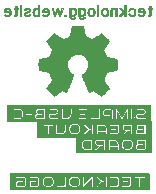
<source format=gbr>
G04 #@! TF.GenerationSoftware,KiCad,Pcbnew,(6.0.0)*
G04 #@! TF.CreationDate,2022-02-20T02:17:19+04:00*
G04 #@! TF.ProjectId,USB-C breakout,5553422d-4320-4627-9265-616b6f75742e,rev?*
G04 #@! TF.SameCoordinates,Original*
G04 #@! TF.FileFunction,Legend,Bot*
G04 #@! TF.FilePolarity,Positive*
%FSLAX46Y46*%
G04 Gerber Fmt 4.6, Leading zero omitted, Abs format (unit mm)*
G04 Created by KiCad (PCBNEW (6.0.0)) date 2022-02-20 02:17:19*
%MOMM*%
%LPD*%
G01*
G04 APERTURE LIST*
%ADD10C,0.150000*%
%ADD11C,0.010000*%
G04 APERTURE END LIST*
D10*
D11*
X112544186Y-51518931D02*
X112460365Y-51963555D01*
X112460365Y-51963555D02*
X112151080Y-52091053D01*
X112151080Y-52091053D02*
X111841794Y-52218551D01*
X111841794Y-52218551D02*
X111470754Y-51966246D01*
X111470754Y-51966246D02*
X111366843Y-51895996D01*
X111366843Y-51895996D02*
X111272913Y-51833272D01*
X111272913Y-51833272D02*
X111193348Y-51780938D01*
X111193348Y-51780938D02*
X111132530Y-51741857D01*
X111132530Y-51741857D02*
X111094843Y-51718893D01*
X111094843Y-51718893D02*
X111084579Y-51713942D01*
X111084579Y-51713942D02*
X111066090Y-51726676D01*
X111066090Y-51726676D02*
X111026580Y-51761882D01*
X111026580Y-51761882D02*
X110970478Y-51815062D01*
X110970478Y-51815062D02*
X110902213Y-51881718D01*
X110902213Y-51881718D02*
X110826214Y-51957354D01*
X110826214Y-51957354D02*
X110746908Y-52037472D01*
X110746908Y-52037472D02*
X110668725Y-52117574D01*
X110668725Y-52117574D02*
X110596093Y-52193164D01*
X110596093Y-52193164D02*
X110533441Y-52259745D01*
X110533441Y-52259745D02*
X110485197Y-52312818D01*
X110485197Y-52312818D02*
X110455790Y-52347887D01*
X110455790Y-52347887D02*
X110448759Y-52359623D01*
X110448759Y-52359623D02*
X110458877Y-52381260D01*
X110458877Y-52381260D02*
X110487241Y-52428662D01*
X110487241Y-52428662D02*
X110530871Y-52497193D01*
X110530871Y-52497193D02*
X110586782Y-52582215D01*
X110586782Y-52582215D02*
X110651994Y-52679093D01*
X110651994Y-52679093D02*
X110689781Y-52734350D01*
X110689781Y-52734350D02*
X110758657Y-52835248D01*
X110758657Y-52835248D02*
X110819860Y-52926299D01*
X110819860Y-52926299D02*
X110870422Y-53002970D01*
X110870422Y-53002970D02*
X110907372Y-53060728D01*
X110907372Y-53060728D02*
X110927742Y-53095043D01*
X110927742Y-53095043D02*
X110930803Y-53102254D01*
X110930803Y-53102254D02*
X110923864Y-53122748D01*
X110923864Y-53122748D02*
X110904949Y-53170513D01*
X110904949Y-53170513D02*
X110876913Y-53238832D01*
X110876913Y-53238832D02*
X110842609Y-53320989D01*
X110842609Y-53320989D02*
X110804891Y-53410270D01*
X110804891Y-53410270D02*
X110766613Y-53499958D01*
X110766613Y-53499958D02*
X110730630Y-53583338D01*
X110730630Y-53583338D02*
X110699794Y-53653694D01*
X110699794Y-53653694D02*
X110676961Y-53704310D01*
X110676961Y-53704310D02*
X110664983Y-53728471D01*
X110664983Y-53728471D02*
X110664276Y-53729422D01*
X110664276Y-53729422D02*
X110645469Y-53734036D01*
X110645469Y-53734036D02*
X110595382Y-53744328D01*
X110595382Y-53744328D02*
X110519207Y-53759287D01*
X110519207Y-53759287D02*
X110422135Y-53777901D01*
X110422135Y-53777901D02*
X110309357Y-53799159D01*
X110309357Y-53799159D02*
X110243558Y-53811418D01*
X110243558Y-53811418D02*
X110123050Y-53834362D01*
X110123050Y-53834362D02*
X110014203Y-53856195D01*
X110014203Y-53856195D02*
X109922524Y-53875722D01*
X109922524Y-53875722D02*
X109853519Y-53891748D01*
X109853519Y-53891748D02*
X109812696Y-53903079D01*
X109812696Y-53903079D02*
X109804489Y-53906674D01*
X109804489Y-53906674D02*
X109796452Y-53931006D01*
X109796452Y-53931006D02*
X109789967Y-53985959D01*
X109789967Y-53985959D02*
X109785030Y-54065108D01*
X109785030Y-54065108D02*
X109781636Y-54162026D01*
X109781636Y-54162026D02*
X109779782Y-54270287D01*
X109779782Y-54270287D02*
X109779462Y-54383465D01*
X109779462Y-54383465D02*
X109780673Y-54495135D01*
X109780673Y-54495135D02*
X109783410Y-54598868D01*
X109783410Y-54598868D02*
X109787669Y-54688241D01*
X109787669Y-54688241D02*
X109793445Y-54756826D01*
X109793445Y-54756826D02*
X109800733Y-54798197D01*
X109800733Y-54798197D02*
X109805105Y-54806810D01*
X109805105Y-54806810D02*
X109831236Y-54817133D01*
X109831236Y-54817133D02*
X109886607Y-54831892D01*
X109886607Y-54831892D02*
X109963893Y-54849352D01*
X109963893Y-54849352D02*
X110055770Y-54867780D01*
X110055770Y-54867780D02*
X110087842Y-54873741D01*
X110087842Y-54873741D02*
X110242476Y-54902066D01*
X110242476Y-54902066D02*
X110364625Y-54924876D01*
X110364625Y-54924876D02*
X110458327Y-54943080D01*
X110458327Y-54943080D02*
X110527616Y-54957583D01*
X110527616Y-54957583D02*
X110576529Y-54969292D01*
X110576529Y-54969292D02*
X110609103Y-54979115D01*
X110609103Y-54979115D02*
X110629372Y-54987956D01*
X110629372Y-54987956D02*
X110641374Y-54996724D01*
X110641374Y-54996724D02*
X110643053Y-54998457D01*
X110643053Y-54998457D02*
X110659816Y-55026371D01*
X110659816Y-55026371D02*
X110685386Y-55080695D01*
X110685386Y-55080695D02*
X110717212Y-55154777D01*
X110717212Y-55154777D02*
X110752740Y-55241965D01*
X110752740Y-55241965D02*
X110789417Y-55335608D01*
X110789417Y-55335608D02*
X110824689Y-55429052D01*
X110824689Y-55429052D02*
X110856004Y-55515647D01*
X110856004Y-55515647D02*
X110880807Y-55588740D01*
X110880807Y-55588740D02*
X110896546Y-55641678D01*
X110896546Y-55641678D02*
X110900668Y-55667811D01*
X110900668Y-55667811D02*
X110900324Y-55668726D01*
X110900324Y-55668726D02*
X110886359Y-55690086D01*
X110886359Y-55690086D02*
X110854678Y-55737084D01*
X110854678Y-55737084D02*
X110808609Y-55804827D01*
X110808609Y-55804827D02*
X110751482Y-55888423D01*
X110751482Y-55888423D02*
X110686627Y-55982982D01*
X110686627Y-55982982D02*
X110668157Y-56009854D01*
X110668157Y-56009854D02*
X110602301Y-56107275D01*
X110602301Y-56107275D02*
X110544350Y-56196163D01*
X110544350Y-56196163D02*
X110497462Y-56271412D01*
X110497462Y-56271412D02*
X110464793Y-56327920D01*
X110464793Y-56327920D02*
X110449500Y-56360581D01*
X110449500Y-56360581D02*
X110448759Y-56364593D01*
X110448759Y-56364593D02*
X110461608Y-56385684D01*
X110461608Y-56385684D02*
X110497112Y-56427464D01*
X110497112Y-56427464D02*
X110550707Y-56485445D01*
X110550707Y-56485445D02*
X110617829Y-56555135D01*
X110617829Y-56555135D02*
X110693913Y-56632045D01*
X110693913Y-56632045D02*
X110774396Y-56711683D01*
X110774396Y-56711683D02*
X110854713Y-56789561D01*
X110854713Y-56789561D02*
X110930301Y-56861186D01*
X110930301Y-56861186D02*
X110996595Y-56922070D01*
X110996595Y-56922070D02*
X111049031Y-56967721D01*
X111049031Y-56967721D02*
X111083045Y-56993650D01*
X111083045Y-56993650D02*
X111092455Y-56997883D01*
X111092455Y-56997883D02*
X111114357Y-56987912D01*
X111114357Y-56987912D02*
X111159200Y-56961020D01*
X111159200Y-56961020D02*
X111219679Y-56921736D01*
X111219679Y-56921736D02*
X111266211Y-56890117D01*
X111266211Y-56890117D02*
X111350525Y-56832098D01*
X111350525Y-56832098D02*
X111450374Y-56763784D01*
X111450374Y-56763784D02*
X111550527Y-56695579D01*
X111550527Y-56695579D02*
X111604373Y-56659075D01*
X111604373Y-56659075D02*
X111786629Y-56535800D01*
X111786629Y-56535800D02*
X111939619Y-56618520D01*
X111939619Y-56618520D02*
X112009318Y-56654759D01*
X112009318Y-56654759D02*
X112068586Y-56682926D01*
X112068586Y-56682926D02*
X112108689Y-56698991D01*
X112108689Y-56698991D02*
X112118897Y-56701226D01*
X112118897Y-56701226D02*
X112131171Y-56684722D01*
X112131171Y-56684722D02*
X112155387Y-56638082D01*
X112155387Y-56638082D02*
X112189737Y-56565609D01*
X112189737Y-56565609D02*
X112232412Y-56471606D01*
X112232412Y-56471606D02*
X112281606Y-56360374D01*
X112281606Y-56360374D02*
X112335510Y-56236215D01*
X112335510Y-56236215D02*
X112392316Y-56103432D01*
X112392316Y-56103432D02*
X112450218Y-55966327D01*
X112450218Y-55966327D02*
X112507407Y-55829202D01*
X112507407Y-55829202D02*
X112562076Y-55696358D01*
X112562076Y-55696358D02*
X112612416Y-55572098D01*
X112612416Y-55572098D02*
X112656620Y-55460725D01*
X112656620Y-55460725D02*
X112692881Y-55366539D01*
X112692881Y-55366539D02*
X112719391Y-55293844D01*
X112719391Y-55293844D02*
X112734342Y-55246941D01*
X112734342Y-55246941D02*
X112736746Y-55230833D01*
X112736746Y-55230833D02*
X112717689Y-55210286D01*
X112717689Y-55210286D02*
X112675964Y-55176933D01*
X112675964Y-55176933D02*
X112620294Y-55137702D01*
X112620294Y-55137702D02*
X112615622Y-55134599D01*
X112615622Y-55134599D02*
X112471736Y-55019423D01*
X112471736Y-55019423D02*
X112355717Y-54885053D01*
X112355717Y-54885053D02*
X112268570Y-54735784D01*
X112268570Y-54735784D02*
X112211301Y-54575913D01*
X112211301Y-54575913D02*
X112184914Y-54409737D01*
X112184914Y-54409737D02*
X112190415Y-54241552D01*
X112190415Y-54241552D02*
X112228810Y-54075655D01*
X112228810Y-54075655D02*
X112301105Y-53916342D01*
X112301105Y-53916342D02*
X112322374Y-53881487D01*
X112322374Y-53881487D02*
X112433004Y-53740737D01*
X112433004Y-53740737D02*
X112563698Y-53627714D01*
X112563698Y-53627714D02*
X112709936Y-53543003D01*
X112709936Y-53543003D02*
X112867192Y-53487194D01*
X112867192Y-53487194D02*
X113030943Y-53460874D01*
X113030943Y-53460874D02*
X113196667Y-53464630D01*
X113196667Y-53464630D02*
X113359838Y-53499050D01*
X113359838Y-53499050D02*
X113515935Y-53564723D01*
X113515935Y-53564723D02*
X113660433Y-53662235D01*
X113660433Y-53662235D02*
X113705131Y-53701813D01*
X113705131Y-53701813D02*
X113818888Y-53825703D01*
X113818888Y-53825703D02*
X113901782Y-53956124D01*
X113901782Y-53956124D02*
X113958644Y-54102315D01*
X113958644Y-54102315D02*
X113990313Y-54247088D01*
X113990313Y-54247088D02*
X113998131Y-54409860D01*
X113998131Y-54409860D02*
X113972062Y-54573440D01*
X113972062Y-54573440D02*
X113914755Y-54732298D01*
X113914755Y-54732298D02*
X113828856Y-54880906D01*
X113828856Y-54880906D02*
X113717014Y-55013735D01*
X113717014Y-55013735D02*
X113581877Y-55125256D01*
X113581877Y-55125256D02*
X113564117Y-55137011D01*
X113564117Y-55137011D02*
X113507850Y-55175508D01*
X113507850Y-55175508D02*
X113465077Y-55208863D01*
X113465077Y-55208863D02*
X113444628Y-55230160D01*
X113444628Y-55230160D02*
X113444331Y-55230833D01*
X113444331Y-55230833D02*
X113448721Y-55253871D01*
X113448721Y-55253871D02*
X113466124Y-55306157D01*
X113466124Y-55306157D02*
X113494732Y-55383390D01*
X113494732Y-55383390D02*
X113532735Y-55481268D01*
X113532735Y-55481268D02*
X113578326Y-55595491D01*
X113578326Y-55595491D02*
X113629697Y-55721758D01*
X113629697Y-55721758D02*
X113685038Y-55855767D01*
X113685038Y-55855767D02*
X113742542Y-55993218D01*
X113742542Y-55993218D02*
X113800399Y-56129808D01*
X113800399Y-56129808D02*
X113856802Y-56261237D01*
X113856802Y-56261237D02*
X113909942Y-56383205D01*
X113909942Y-56383205D02*
X113958010Y-56491409D01*
X113958010Y-56491409D02*
X113999199Y-56581549D01*
X113999199Y-56581549D02*
X114031699Y-56649323D01*
X114031699Y-56649323D02*
X114053703Y-56690430D01*
X114053703Y-56690430D02*
X114062564Y-56701226D01*
X114062564Y-56701226D02*
X114089640Y-56692819D01*
X114089640Y-56692819D02*
X114140303Y-56670272D01*
X114140303Y-56670272D02*
X114205817Y-56637613D01*
X114205817Y-56637613D02*
X114241841Y-56618520D01*
X114241841Y-56618520D02*
X114394832Y-56535800D01*
X114394832Y-56535800D02*
X114577088Y-56659075D01*
X114577088Y-56659075D02*
X114670125Y-56722228D01*
X114670125Y-56722228D02*
X114771985Y-56791727D01*
X114771985Y-56791727D02*
X114867438Y-56857165D01*
X114867438Y-56857165D02*
X114915250Y-56890117D01*
X114915250Y-56890117D02*
X114982495Y-56935273D01*
X114982495Y-56935273D02*
X115039436Y-56971057D01*
X115039436Y-56971057D02*
X115078646Y-56992938D01*
X115078646Y-56992938D02*
X115091381Y-56997563D01*
X115091381Y-56997563D02*
X115109917Y-56985085D01*
X115109917Y-56985085D02*
X115150941Y-56950252D01*
X115150941Y-56950252D02*
X115210475Y-56896678D01*
X115210475Y-56896678D02*
X115284542Y-56827983D01*
X115284542Y-56827983D02*
X115369165Y-56747781D01*
X115369165Y-56747781D02*
X115422685Y-56696286D01*
X115422685Y-56696286D02*
X115516319Y-56604286D01*
X115516319Y-56604286D02*
X115597241Y-56521999D01*
X115597241Y-56521999D02*
X115662177Y-56452945D01*
X115662177Y-56452945D02*
X115707858Y-56400644D01*
X115707858Y-56400644D02*
X115731011Y-56368616D01*
X115731011Y-56368616D02*
X115733232Y-56362116D01*
X115733232Y-56362116D02*
X115722924Y-56337394D01*
X115722924Y-56337394D02*
X115694439Y-56287405D01*
X115694439Y-56287405D02*
X115650937Y-56217212D01*
X115650937Y-56217212D02*
X115595577Y-56131875D01*
X115595577Y-56131875D02*
X115531520Y-56036456D01*
X115531520Y-56036456D02*
X115513303Y-56009854D01*
X115513303Y-56009854D02*
X115446927Y-55913167D01*
X115446927Y-55913167D02*
X115387378Y-55826117D01*
X115387378Y-55826117D02*
X115337984Y-55753595D01*
X115337984Y-55753595D02*
X115302075Y-55700493D01*
X115302075Y-55700493D02*
X115282981Y-55671703D01*
X115282981Y-55671703D02*
X115281136Y-55668726D01*
X115281136Y-55668726D02*
X115283895Y-55645782D01*
X115283895Y-55645782D02*
X115298538Y-55595336D01*
X115298538Y-55595336D02*
X115322513Y-55524041D01*
X115322513Y-55524041D02*
X115353266Y-55438547D01*
X115353266Y-55438547D02*
X115388244Y-55345507D01*
X115388244Y-55345507D02*
X115424893Y-55251574D01*
X115424893Y-55251574D02*
X115460661Y-55163399D01*
X115460661Y-55163399D02*
X115492994Y-55087634D01*
X115492994Y-55087634D02*
X115519338Y-55030931D01*
X115519338Y-55030931D02*
X115537142Y-54999943D01*
X115537142Y-54999943D02*
X115538407Y-54998457D01*
X115538407Y-54998457D02*
X115549294Y-54989601D01*
X115549294Y-54989601D02*
X115567682Y-54980843D01*
X115567682Y-54980843D02*
X115597606Y-54971277D01*
X115597606Y-54971277D02*
X115643103Y-54959996D01*
X115643103Y-54959996D02*
X115708209Y-54946093D01*
X115708209Y-54946093D02*
X115796961Y-54928663D01*
X115796961Y-54928663D02*
X115913393Y-54906798D01*
X115913393Y-54906798D02*
X116061542Y-54879591D01*
X116061542Y-54879591D02*
X116093618Y-54873741D01*
X116093618Y-54873741D02*
X116188686Y-54855374D01*
X116188686Y-54855374D02*
X116271565Y-54837405D01*
X116271565Y-54837405D02*
X116334930Y-54821569D01*
X116334930Y-54821569D02*
X116371458Y-54809600D01*
X116371458Y-54809600D02*
X116376356Y-54806810D01*
X116376356Y-54806810D02*
X116384427Y-54782072D01*
X116384427Y-54782072D02*
X116390987Y-54726790D01*
X116390987Y-54726790D02*
X116396033Y-54647389D01*
X116396033Y-54647389D02*
X116399559Y-54550296D01*
X116399559Y-54550296D02*
X116401561Y-54441938D01*
X116401561Y-54441938D02*
X116402036Y-54328740D01*
X116402036Y-54328740D02*
X116400977Y-54217128D01*
X116400977Y-54217128D02*
X116398382Y-54113529D01*
X116398382Y-54113529D02*
X116394246Y-54024368D01*
X116394246Y-54024368D02*
X116388563Y-53956072D01*
X116388563Y-53956072D02*
X116381331Y-53915066D01*
X116381331Y-53915066D02*
X116376971Y-53906674D01*
X116376971Y-53906674D02*
X116352698Y-53898208D01*
X116352698Y-53898208D02*
X116297426Y-53884435D01*
X116297426Y-53884435D02*
X116216662Y-53866550D01*
X116216662Y-53866550D02*
X116115912Y-53845748D01*
X116115912Y-53845748D02*
X116000683Y-53823223D01*
X116000683Y-53823223D02*
X115937902Y-53811418D01*
X115937902Y-53811418D02*
X115818787Y-53789151D01*
X115818787Y-53789151D02*
X115712565Y-53768979D01*
X115712565Y-53768979D02*
X115624427Y-53751915D01*
X115624427Y-53751915D02*
X115559566Y-53738969D01*
X115559566Y-53738969D02*
X115523174Y-53731155D01*
X115523174Y-53731155D02*
X115517184Y-53729422D01*
X115517184Y-53729422D02*
X115507061Y-53709890D01*
X115507061Y-53709890D02*
X115485662Y-53662843D01*
X115485662Y-53662843D02*
X115455839Y-53595003D01*
X115455839Y-53595003D02*
X115420445Y-53513091D01*
X115420445Y-53513091D02*
X115382332Y-53423828D01*
X115382332Y-53423828D02*
X115344353Y-53333935D01*
X115344353Y-53333935D02*
X115309360Y-53250135D01*
X115309360Y-53250135D02*
X115280206Y-53179147D01*
X115280206Y-53179147D02*
X115259743Y-53127694D01*
X115259743Y-53127694D02*
X115250823Y-53102497D01*
X115250823Y-53102497D02*
X115250657Y-53101396D01*
X115250657Y-53101396D02*
X115260769Y-53081519D01*
X115260769Y-53081519D02*
X115289117Y-53035777D01*
X115289117Y-53035777D02*
X115332723Y-52968717D01*
X115332723Y-52968717D02*
X115388606Y-52884884D01*
X115388606Y-52884884D02*
X115453787Y-52788826D01*
X115453787Y-52788826D02*
X115491679Y-52733650D01*
X115491679Y-52733650D02*
X115560725Y-52632481D01*
X115560725Y-52632481D02*
X115622050Y-52540630D01*
X115622050Y-52540630D02*
X115672663Y-52462744D01*
X115672663Y-52462744D02*
X115709571Y-52403469D01*
X115709571Y-52403469D02*
X115729782Y-52367451D01*
X115729782Y-52367451D02*
X115732701Y-52359377D01*
X115732701Y-52359377D02*
X115720153Y-52340584D01*
X115720153Y-52340584D02*
X115685463Y-52300457D01*
X115685463Y-52300457D02*
X115633063Y-52243493D01*
X115633063Y-52243493D02*
X115567384Y-52174185D01*
X115567384Y-52174185D02*
X115492856Y-52097031D01*
X115492856Y-52097031D02*
X115413913Y-52016525D01*
X115413913Y-52016525D02*
X115334983Y-51937163D01*
X115334983Y-51937163D02*
X115260500Y-51863440D01*
X115260500Y-51863440D02*
X115194894Y-51799852D01*
X115194894Y-51799852D02*
X115142596Y-51750894D01*
X115142596Y-51750894D02*
X115108039Y-51721061D01*
X115108039Y-51721061D02*
X115096478Y-51713942D01*
X115096478Y-51713942D02*
X115077654Y-51723953D01*
X115077654Y-51723953D02*
X115032631Y-51752078D01*
X115032631Y-51752078D02*
X114965787Y-51795454D01*
X114965787Y-51795454D02*
X114881499Y-51851218D01*
X114881499Y-51851218D02*
X114784144Y-51916506D01*
X114784144Y-51916506D02*
X114710707Y-51966246D01*
X114710707Y-51966246D02*
X114339667Y-52218551D01*
X114339667Y-52218551D02*
X113721095Y-51963555D01*
X113721095Y-51963555D02*
X113637275Y-51518931D01*
X113637275Y-51518931D02*
X113553454Y-51074307D01*
X113553454Y-51074307D02*
X112628006Y-51074307D01*
X112628006Y-51074307D02*
X112544186Y-51518931D01*
X112544186Y-51518931D02*
X112544186Y-51518931D01*
G36*
X113637275Y-51518931D02*
G01*
X113721095Y-51963555D01*
X114339667Y-52218551D01*
X114710707Y-51966246D01*
X114784144Y-51916506D01*
X114881499Y-51851218D01*
X114965787Y-51795454D01*
X115032631Y-51752078D01*
X115077654Y-51723953D01*
X115096478Y-51713942D01*
X115108039Y-51721061D01*
X115142596Y-51750894D01*
X115194894Y-51799852D01*
X115260500Y-51863440D01*
X115334983Y-51937163D01*
X115413913Y-52016525D01*
X115492856Y-52097031D01*
X115567384Y-52174185D01*
X115633063Y-52243493D01*
X115685463Y-52300457D01*
X115720153Y-52340584D01*
X115732701Y-52359377D01*
X115729782Y-52367451D01*
X115709571Y-52403469D01*
X115672663Y-52462744D01*
X115622050Y-52540630D01*
X115560725Y-52632481D01*
X115491679Y-52733650D01*
X115453787Y-52788826D01*
X115388606Y-52884884D01*
X115332723Y-52968717D01*
X115289117Y-53035777D01*
X115260769Y-53081519D01*
X115250657Y-53101396D01*
X115250823Y-53102497D01*
X115259743Y-53127694D01*
X115280206Y-53179147D01*
X115309360Y-53250135D01*
X115344353Y-53333935D01*
X115382332Y-53423828D01*
X115420445Y-53513091D01*
X115455839Y-53595003D01*
X115485662Y-53662843D01*
X115507061Y-53709890D01*
X115517184Y-53729422D01*
X115523174Y-53731155D01*
X115559566Y-53738969D01*
X115624427Y-53751915D01*
X115712565Y-53768979D01*
X115818787Y-53789151D01*
X115937902Y-53811418D01*
X116000683Y-53823223D01*
X116115912Y-53845748D01*
X116216662Y-53866550D01*
X116297426Y-53884435D01*
X116352698Y-53898208D01*
X116376971Y-53906674D01*
X116381331Y-53915066D01*
X116388563Y-53956072D01*
X116394246Y-54024368D01*
X116398382Y-54113529D01*
X116400977Y-54217128D01*
X116402036Y-54328740D01*
X116401561Y-54441938D01*
X116399559Y-54550296D01*
X116396033Y-54647389D01*
X116390987Y-54726790D01*
X116384427Y-54782072D01*
X116376356Y-54806810D01*
X116371458Y-54809600D01*
X116334930Y-54821569D01*
X116271565Y-54837405D01*
X116188686Y-54855374D01*
X116093618Y-54873741D01*
X116061542Y-54879591D01*
X115913393Y-54906798D01*
X115796961Y-54928663D01*
X115708209Y-54946093D01*
X115643103Y-54959996D01*
X115597606Y-54971277D01*
X115567682Y-54980843D01*
X115549294Y-54989601D01*
X115538407Y-54998457D01*
X115537142Y-54999943D01*
X115519338Y-55030931D01*
X115492994Y-55087634D01*
X115460661Y-55163399D01*
X115424893Y-55251574D01*
X115388244Y-55345507D01*
X115353266Y-55438547D01*
X115322513Y-55524041D01*
X115298538Y-55595336D01*
X115283895Y-55645782D01*
X115281136Y-55668726D01*
X115282981Y-55671703D01*
X115302075Y-55700493D01*
X115337984Y-55753595D01*
X115387378Y-55826117D01*
X115446927Y-55913167D01*
X115513303Y-56009854D01*
X115531520Y-56036456D01*
X115595577Y-56131875D01*
X115650937Y-56217212D01*
X115694439Y-56287405D01*
X115722924Y-56337394D01*
X115733232Y-56362116D01*
X115731011Y-56368616D01*
X115707858Y-56400644D01*
X115662177Y-56452945D01*
X115597241Y-56521999D01*
X115516319Y-56604286D01*
X115422685Y-56696286D01*
X115369165Y-56747781D01*
X115284542Y-56827983D01*
X115210475Y-56896678D01*
X115150941Y-56950252D01*
X115109917Y-56985085D01*
X115091381Y-56997563D01*
X115078646Y-56992938D01*
X115039436Y-56971057D01*
X114982495Y-56935273D01*
X114915250Y-56890117D01*
X114867438Y-56857165D01*
X114771985Y-56791727D01*
X114670125Y-56722228D01*
X114577088Y-56659075D01*
X114394832Y-56535800D01*
X114241841Y-56618520D01*
X114205817Y-56637613D01*
X114140303Y-56670272D01*
X114089640Y-56692819D01*
X114062564Y-56701226D01*
X114053703Y-56690430D01*
X114031699Y-56649323D01*
X113999199Y-56581549D01*
X113958010Y-56491409D01*
X113909942Y-56383205D01*
X113856802Y-56261237D01*
X113800399Y-56129808D01*
X113742542Y-55993218D01*
X113685038Y-55855767D01*
X113629697Y-55721758D01*
X113578326Y-55595491D01*
X113532735Y-55481268D01*
X113494732Y-55383390D01*
X113466124Y-55306157D01*
X113448721Y-55253871D01*
X113444331Y-55230833D01*
X113444628Y-55230160D01*
X113465077Y-55208863D01*
X113507850Y-55175508D01*
X113564117Y-55137011D01*
X113581877Y-55125256D01*
X113717014Y-55013735D01*
X113828856Y-54880906D01*
X113914755Y-54732298D01*
X113972062Y-54573440D01*
X113998131Y-54409860D01*
X113990313Y-54247088D01*
X113958644Y-54102315D01*
X113901782Y-53956124D01*
X113818888Y-53825703D01*
X113705131Y-53701813D01*
X113660433Y-53662235D01*
X113515935Y-53564723D01*
X113359838Y-53499050D01*
X113196667Y-53464630D01*
X113030943Y-53460874D01*
X112867192Y-53487194D01*
X112709936Y-53543003D01*
X112563698Y-53627714D01*
X112433004Y-53740737D01*
X112322374Y-53881487D01*
X112301105Y-53916342D01*
X112228810Y-54075655D01*
X112190415Y-54241552D01*
X112184914Y-54409737D01*
X112211301Y-54575913D01*
X112268570Y-54735784D01*
X112355717Y-54885053D01*
X112471736Y-55019423D01*
X112615622Y-55134599D01*
X112620294Y-55137702D01*
X112675964Y-55176933D01*
X112717689Y-55210286D01*
X112736746Y-55230833D01*
X112734342Y-55246941D01*
X112719391Y-55293844D01*
X112692881Y-55366539D01*
X112656620Y-55460725D01*
X112612416Y-55572098D01*
X112562076Y-55696358D01*
X112507407Y-55829202D01*
X112450218Y-55966327D01*
X112392316Y-56103432D01*
X112335510Y-56236215D01*
X112281606Y-56360374D01*
X112232412Y-56471606D01*
X112189737Y-56565609D01*
X112155387Y-56638082D01*
X112131171Y-56684722D01*
X112118897Y-56701226D01*
X112108689Y-56698991D01*
X112068586Y-56682926D01*
X112009318Y-56654759D01*
X111939619Y-56618520D01*
X111786629Y-56535800D01*
X111604373Y-56659075D01*
X111550527Y-56695579D01*
X111450374Y-56763784D01*
X111350525Y-56832098D01*
X111266211Y-56890117D01*
X111219679Y-56921736D01*
X111159200Y-56961020D01*
X111114357Y-56987912D01*
X111092455Y-56997883D01*
X111083045Y-56993650D01*
X111049031Y-56967721D01*
X110996595Y-56922070D01*
X110930301Y-56861186D01*
X110854713Y-56789561D01*
X110774396Y-56711683D01*
X110693913Y-56632045D01*
X110617829Y-56555135D01*
X110550707Y-56485445D01*
X110497112Y-56427464D01*
X110461608Y-56385684D01*
X110448759Y-56364593D01*
X110449500Y-56360581D01*
X110464793Y-56327920D01*
X110497462Y-56271412D01*
X110544350Y-56196163D01*
X110602301Y-56107275D01*
X110668157Y-56009854D01*
X110686627Y-55982982D01*
X110751482Y-55888423D01*
X110808609Y-55804827D01*
X110854678Y-55737084D01*
X110886359Y-55690086D01*
X110900324Y-55668726D01*
X110900668Y-55667811D01*
X110896546Y-55641678D01*
X110880807Y-55588740D01*
X110856004Y-55515647D01*
X110824689Y-55429052D01*
X110789417Y-55335608D01*
X110752740Y-55241965D01*
X110717212Y-55154777D01*
X110685386Y-55080695D01*
X110659816Y-55026371D01*
X110643053Y-54998457D01*
X110641374Y-54996724D01*
X110629372Y-54987956D01*
X110609103Y-54979115D01*
X110576529Y-54969292D01*
X110527616Y-54957583D01*
X110458327Y-54943080D01*
X110364625Y-54924876D01*
X110242476Y-54902066D01*
X110087842Y-54873741D01*
X110055770Y-54867780D01*
X109963893Y-54849352D01*
X109886607Y-54831892D01*
X109831236Y-54817133D01*
X109805105Y-54806810D01*
X109800733Y-54798197D01*
X109793445Y-54756826D01*
X109787669Y-54688241D01*
X109783410Y-54598868D01*
X109780673Y-54495135D01*
X109779462Y-54383465D01*
X109779782Y-54270287D01*
X109781636Y-54162026D01*
X109785030Y-54065108D01*
X109789967Y-53985959D01*
X109796452Y-53931006D01*
X109804489Y-53906674D01*
X109812696Y-53903079D01*
X109853519Y-53891748D01*
X109922524Y-53875722D01*
X110014203Y-53856195D01*
X110123050Y-53834362D01*
X110243558Y-53811418D01*
X110309357Y-53799159D01*
X110422135Y-53777901D01*
X110519207Y-53759287D01*
X110595382Y-53744328D01*
X110645469Y-53734036D01*
X110664276Y-53729422D01*
X110664983Y-53728471D01*
X110676961Y-53704310D01*
X110699794Y-53653694D01*
X110730630Y-53583338D01*
X110766613Y-53499958D01*
X110804891Y-53410270D01*
X110842609Y-53320989D01*
X110876913Y-53238832D01*
X110904949Y-53170513D01*
X110923864Y-53122748D01*
X110930803Y-53102254D01*
X110927742Y-53095043D01*
X110907372Y-53060728D01*
X110870422Y-53002970D01*
X110819860Y-52926299D01*
X110758657Y-52835248D01*
X110689781Y-52734350D01*
X110651994Y-52679093D01*
X110586782Y-52582215D01*
X110530871Y-52497193D01*
X110487241Y-52428662D01*
X110458877Y-52381260D01*
X110448759Y-52359623D01*
X110455790Y-52347887D01*
X110485197Y-52312818D01*
X110533441Y-52259745D01*
X110596093Y-52193164D01*
X110668725Y-52117574D01*
X110746908Y-52037472D01*
X110826214Y-51957354D01*
X110902213Y-51881718D01*
X110970478Y-51815062D01*
X111026580Y-51761882D01*
X111066090Y-51726676D01*
X111084579Y-51713942D01*
X111094843Y-51718893D01*
X111132530Y-51741857D01*
X111193348Y-51780938D01*
X111272913Y-51833272D01*
X111366843Y-51895996D01*
X111470754Y-51966246D01*
X111841794Y-52218551D01*
X112151080Y-52091053D01*
X112460365Y-51963555D01*
X112544186Y-51518931D01*
X112628006Y-51074307D01*
X113553454Y-51074307D01*
X113637275Y-51518931D01*
G37*
X113637275Y-51518931D02*
X113721095Y-51963555D01*
X114339667Y-52218551D01*
X114710707Y-51966246D01*
X114784144Y-51916506D01*
X114881499Y-51851218D01*
X114965787Y-51795454D01*
X115032631Y-51752078D01*
X115077654Y-51723953D01*
X115096478Y-51713942D01*
X115108039Y-51721061D01*
X115142596Y-51750894D01*
X115194894Y-51799852D01*
X115260500Y-51863440D01*
X115334983Y-51937163D01*
X115413913Y-52016525D01*
X115492856Y-52097031D01*
X115567384Y-52174185D01*
X115633063Y-52243493D01*
X115685463Y-52300457D01*
X115720153Y-52340584D01*
X115732701Y-52359377D01*
X115729782Y-52367451D01*
X115709571Y-52403469D01*
X115672663Y-52462744D01*
X115622050Y-52540630D01*
X115560725Y-52632481D01*
X115491679Y-52733650D01*
X115453787Y-52788826D01*
X115388606Y-52884884D01*
X115332723Y-52968717D01*
X115289117Y-53035777D01*
X115260769Y-53081519D01*
X115250657Y-53101396D01*
X115250823Y-53102497D01*
X115259743Y-53127694D01*
X115280206Y-53179147D01*
X115309360Y-53250135D01*
X115344353Y-53333935D01*
X115382332Y-53423828D01*
X115420445Y-53513091D01*
X115455839Y-53595003D01*
X115485662Y-53662843D01*
X115507061Y-53709890D01*
X115517184Y-53729422D01*
X115523174Y-53731155D01*
X115559566Y-53738969D01*
X115624427Y-53751915D01*
X115712565Y-53768979D01*
X115818787Y-53789151D01*
X115937902Y-53811418D01*
X116000683Y-53823223D01*
X116115912Y-53845748D01*
X116216662Y-53866550D01*
X116297426Y-53884435D01*
X116352698Y-53898208D01*
X116376971Y-53906674D01*
X116381331Y-53915066D01*
X116388563Y-53956072D01*
X116394246Y-54024368D01*
X116398382Y-54113529D01*
X116400977Y-54217128D01*
X116402036Y-54328740D01*
X116401561Y-54441938D01*
X116399559Y-54550296D01*
X116396033Y-54647389D01*
X116390987Y-54726790D01*
X116384427Y-54782072D01*
X116376356Y-54806810D01*
X116371458Y-54809600D01*
X116334930Y-54821569D01*
X116271565Y-54837405D01*
X116188686Y-54855374D01*
X116093618Y-54873741D01*
X116061542Y-54879591D01*
X115913393Y-54906798D01*
X115796961Y-54928663D01*
X115708209Y-54946093D01*
X115643103Y-54959996D01*
X115597606Y-54971277D01*
X115567682Y-54980843D01*
X115549294Y-54989601D01*
X115538407Y-54998457D01*
X115537142Y-54999943D01*
X115519338Y-55030931D01*
X115492994Y-55087634D01*
X115460661Y-55163399D01*
X115424893Y-55251574D01*
X115388244Y-55345507D01*
X115353266Y-55438547D01*
X115322513Y-55524041D01*
X115298538Y-55595336D01*
X115283895Y-55645782D01*
X115281136Y-55668726D01*
X115282981Y-55671703D01*
X115302075Y-55700493D01*
X115337984Y-55753595D01*
X115387378Y-55826117D01*
X115446927Y-55913167D01*
X115513303Y-56009854D01*
X115531520Y-56036456D01*
X115595577Y-56131875D01*
X115650937Y-56217212D01*
X115694439Y-56287405D01*
X115722924Y-56337394D01*
X115733232Y-56362116D01*
X115731011Y-56368616D01*
X115707858Y-56400644D01*
X115662177Y-56452945D01*
X115597241Y-56521999D01*
X115516319Y-56604286D01*
X115422685Y-56696286D01*
X115369165Y-56747781D01*
X115284542Y-56827983D01*
X115210475Y-56896678D01*
X115150941Y-56950252D01*
X115109917Y-56985085D01*
X115091381Y-56997563D01*
X115078646Y-56992938D01*
X115039436Y-56971057D01*
X114982495Y-56935273D01*
X114915250Y-56890117D01*
X114867438Y-56857165D01*
X114771985Y-56791727D01*
X114670125Y-56722228D01*
X114577088Y-56659075D01*
X114394832Y-56535800D01*
X114241841Y-56618520D01*
X114205817Y-56637613D01*
X114140303Y-56670272D01*
X114089640Y-56692819D01*
X114062564Y-56701226D01*
X114053703Y-56690430D01*
X114031699Y-56649323D01*
X113999199Y-56581549D01*
X113958010Y-56491409D01*
X113909942Y-56383205D01*
X113856802Y-56261237D01*
X113800399Y-56129808D01*
X113742542Y-55993218D01*
X113685038Y-55855767D01*
X113629697Y-55721758D01*
X113578326Y-55595491D01*
X113532735Y-55481268D01*
X113494732Y-55383390D01*
X113466124Y-55306157D01*
X113448721Y-55253871D01*
X113444331Y-55230833D01*
X113444628Y-55230160D01*
X113465077Y-55208863D01*
X113507850Y-55175508D01*
X113564117Y-55137011D01*
X113581877Y-55125256D01*
X113717014Y-55013735D01*
X113828856Y-54880906D01*
X113914755Y-54732298D01*
X113972062Y-54573440D01*
X113998131Y-54409860D01*
X113990313Y-54247088D01*
X113958644Y-54102315D01*
X113901782Y-53956124D01*
X113818888Y-53825703D01*
X113705131Y-53701813D01*
X113660433Y-53662235D01*
X113515935Y-53564723D01*
X113359838Y-53499050D01*
X113196667Y-53464630D01*
X113030943Y-53460874D01*
X112867192Y-53487194D01*
X112709936Y-53543003D01*
X112563698Y-53627714D01*
X112433004Y-53740737D01*
X112322374Y-53881487D01*
X112301105Y-53916342D01*
X112228810Y-54075655D01*
X112190415Y-54241552D01*
X112184914Y-54409737D01*
X112211301Y-54575913D01*
X112268570Y-54735784D01*
X112355717Y-54885053D01*
X112471736Y-55019423D01*
X112615622Y-55134599D01*
X112620294Y-55137702D01*
X112675964Y-55176933D01*
X112717689Y-55210286D01*
X112736746Y-55230833D01*
X112734342Y-55246941D01*
X112719391Y-55293844D01*
X112692881Y-55366539D01*
X112656620Y-55460725D01*
X112612416Y-55572098D01*
X112562076Y-55696358D01*
X112507407Y-55829202D01*
X112450218Y-55966327D01*
X112392316Y-56103432D01*
X112335510Y-56236215D01*
X112281606Y-56360374D01*
X112232412Y-56471606D01*
X112189737Y-56565609D01*
X112155387Y-56638082D01*
X112131171Y-56684722D01*
X112118897Y-56701226D01*
X112108689Y-56698991D01*
X112068586Y-56682926D01*
X112009318Y-56654759D01*
X111939619Y-56618520D01*
X111786629Y-56535800D01*
X111604373Y-56659075D01*
X111550527Y-56695579D01*
X111450374Y-56763784D01*
X111350525Y-56832098D01*
X111266211Y-56890117D01*
X111219679Y-56921736D01*
X111159200Y-56961020D01*
X111114357Y-56987912D01*
X111092455Y-56997883D01*
X111083045Y-56993650D01*
X111049031Y-56967721D01*
X110996595Y-56922070D01*
X110930301Y-56861186D01*
X110854713Y-56789561D01*
X110774396Y-56711683D01*
X110693913Y-56632045D01*
X110617829Y-56555135D01*
X110550707Y-56485445D01*
X110497112Y-56427464D01*
X110461608Y-56385684D01*
X110448759Y-56364593D01*
X110449500Y-56360581D01*
X110464793Y-56327920D01*
X110497462Y-56271412D01*
X110544350Y-56196163D01*
X110602301Y-56107275D01*
X110668157Y-56009854D01*
X110686627Y-55982982D01*
X110751482Y-55888423D01*
X110808609Y-55804827D01*
X110854678Y-55737084D01*
X110886359Y-55690086D01*
X110900324Y-55668726D01*
X110900668Y-55667811D01*
X110896546Y-55641678D01*
X110880807Y-55588740D01*
X110856004Y-55515647D01*
X110824689Y-55429052D01*
X110789417Y-55335608D01*
X110752740Y-55241965D01*
X110717212Y-55154777D01*
X110685386Y-55080695D01*
X110659816Y-55026371D01*
X110643053Y-54998457D01*
X110641374Y-54996724D01*
X110629372Y-54987956D01*
X110609103Y-54979115D01*
X110576529Y-54969292D01*
X110527616Y-54957583D01*
X110458327Y-54943080D01*
X110364625Y-54924876D01*
X110242476Y-54902066D01*
X110087842Y-54873741D01*
X110055770Y-54867780D01*
X109963893Y-54849352D01*
X109886607Y-54831892D01*
X109831236Y-54817133D01*
X109805105Y-54806810D01*
X109800733Y-54798197D01*
X109793445Y-54756826D01*
X109787669Y-54688241D01*
X109783410Y-54598868D01*
X109780673Y-54495135D01*
X109779462Y-54383465D01*
X109779782Y-54270287D01*
X109781636Y-54162026D01*
X109785030Y-54065108D01*
X109789967Y-53985959D01*
X109796452Y-53931006D01*
X109804489Y-53906674D01*
X109812696Y-53903079D01*
X109853519Y-53891748D01*
X109922524Y-53875722D01*
X110014203Y-53856195D01*
X110123050Y-53834362D01*
X110243558Y-53811418D01*
X110309357Y-53799159D01*
X110422135Y-53777901D01*
X110519207Y-53759287D01*
X110595382Y-53744328D01*
X110645469Y-53734036D01*
X110664276Y-53729422D01*
X110664983Y-53728471D01*
X110676961Y-53704310D01*
X110699794Y-53653694D01*
X110730630Y-53583338D01*
X110766613Y-53499958D01*
X110804891Y-53410270D01*
X110842609Y-53320989D01*
X110876913Y-53238832D01*
X110904949Y-53170513D01*
X110923864Y-53122748D01*
X110930803Y-53102254D01*
X110927742Y-53095043D01*
X110907372Y-53060728D01*
X110870422Y-53002970D01*
X110819860Y-52926299D01*
X110758657Y-52835248D01*
X110689781Y-52734350D01*
X110651994Y-52679093D01*
X110586782Y-52582215D01*
X110530871Y-52497193D01*
X110487241Y-52428662D01*
X110458877Y-52381260D01*
X110448759Y-52359623D01*
X110455790Y-52347887D01*
X110485197Y-52312818D01*
X110533441Y-52259745D01*
X110596093Y-52193164D01*
X110668725Y-52117574D01*
X110746908Y-52037472D01*
X110826214Y-51957354D01*
X110902213Y-51881718D01*
X110970478Y-51815062D01*
X111026580Y-51761882D01*
X111066090Y-51726676D01*
X111084579Y-51713942D01*
X111094843Y-51718893D01*
X111132530Y-51741857D01*
X111193348Y-51780938D01*
X111272913Y-51833272D01*
X111366843Y-51895996D01*
X111470754Y-51966246D01*
X111841794Y-52218551D01*
X112151080Y-52091053D01*
X112460365Y-51963555D01*
X112544186Y-51518931D01*
X112628006Y-51074307D01*
X113553454Y-51074307D01*
X113637275Y-51518931D01*
X119150000Y-49410000D02*
X119220000Y-49410000D01*
X119220000Y-49410000D02*
X119270000Y-49420000D01*
X119270000Y-49420000D02*
X119270000Y-49560000D01*
X119270000Y-49560000D02*
X119320000Y-49580000D01*
X119320000Y-49580000D02*
X119390000Y-49580000D01*
X119390000Y-49580000D02*
X119390000Y-49640000D01*
X119390000Y-49640000D02*
X119350000Y-49660000D01*
X119350000Y-49660000D02*
X119290000Y-49660000D01*
X119290000Y-49660000D02*
X119270000Y-49720000D01*
X119270000Y-49720000D02*
X119270000Y-50060000D01*
X119270000Y-50060000D02*
X119270000Y-50130000D01*
X119270000Y-50130000D02*
X119250000Y-50190000D01*
X119250000Y-50190000D02*
X119220000Y-50240000D01*
X119220000Y-50240000D02*
X119160000Y-50270000D01*
X119160000Y-50270000D02*
X119090000Y-50270000D01*
X119090000Y-50270000D02*
X119020000Y-50260000D01*
X119020000Y-50260000D02*
X119020000Y-50190000D01*
X119020000Y-50190000D02*
X119060000Y-50170000D01*
X119060000Y-50170000D02*
X119130000Y-50160000D01*
X119130000Y-50160000D02*
X119150000Y-50100000D01*
X119150000Y-50100000D02*
X119150000Y-49690000D01*
X119150000Y-49690000D02*
X119110000Y-49660000D01*
X119110000Y-49660000D02*
X119040000Y-49660000D01*
X119040000Y-49660000D02*
X119020000Y-49620000D01*
X119020000Y-49620000D02*
X119050000Y-49580000D01*
X119050000Y-49580000D02*
X119120000Y-49580000D01*
X119120000Y-49580000D02*
X119150000Y-49540000D01*
X119150000Y-49540000D02*
X119150000Y-49410000D01*
X119150000Y-49410000D02*
X119150000Y-49410000D01*
G36*
X119270000Y-49420000D02*
G01*
X119270000Y-49560000D01*
X119320000Y-49580000D01*
X119390000Y-49580000D01*
X119390000Y-49640000D01*
X119350000Y-49660000D01*
X119290000Y-49660000D01*
X119270000Y-49720000D01*
X119270000Y-50130000D01*
X119250000Y-50190000D01*
X119220000Y-50240000D01*
X119160000Y-50270000D01*
X119090000Y-50270000D01*
X119020000Y-50260000D01*
X119020000Y-50190000D01*
X119060000Y-50170000D01*
X119130000Y-50160000D01*
X119150000Y-50100000D01*
X119150000Y-49690000D01*
X119110000Y-49660000D01*
X119040000Y-49660000D01*
X119020000Y-49620000D01*
X119050000Y-49580000D01*
X119120000Y-49580000D01*
X119150000Y-49540000D01*
X119150000Y-49410000D01*
X119220000Y-49410000D01*
X119270000Y-49420000D01*
G37*
X119270000Y-49420000D02*
X119270000Y-49560000D01*
X119320000Y-49580000D01*
X119390000Y-49580000D01*
X119390000Y-49640000D01*
X119350000Y-49660000D01*
X119290000Y-49660000D01*
X119270000Y-49720000D01*
X119270000Y-50130000D01*
X119250000Y-50190000D01*
X119220000Y-50240000D01*
X119160000Y-50270000D01*
X119090000Y-50270000D01*
X119020000Y-50260000D01*
X119020000Y-50190000D01*
X119060000Y-50170000D01*
X119130000Y-50160000D01*
X119150000Y-50100000D01*
X119150000Y-49690000D01*
X119110000Y-49660000D01*
X119040000Y-49660000D01*
X119020000Y-49620000D01*
X119050000Y-49580000D01*
X119120000Y-49580000D01*
X119150000Y-49540000D01*
X119150000Y-49410000D01*
X119220000Y-49410000D01*
X119270000Y-49420000D01*
X118420000Y-50270000D02*
X118350000Y-50260000D01*
X118350000Y-50260000D02*
X118290000Y-50230000D01*
X118290000Y-50230000D02*
X118240000Y-50190000D01*
X118240000Y-50190000D02*
X118200000Y-50140000D01*
X118200000Y-50140000D02*
X118240000Y-50100000D01*
X118240000Y-50100000D02*
X118290000Y-50120000D01*
X118290000Y-50120000D02*
X118350000Y-50160000D01*
X118350000Y-50160000D02*
X118410000Y-50180000D01*
X118410000Y-50180000D02*
X118480000Y-50180000D01*
X118480000Y-50180000D02*
X118540000Y-50150000D01*
X118540000Y-50150000D02*
X118600000Y-50110000D01*
X118600000Y-50110000D02*
X118630000Y-50050000D01*
X118630000Y-50050000D02*
X118650000Y-49990000D01*
X118650000Y-49990000D02*
X118620000Y-49950000D01*
X118620000Y-49950000D02*
X118620000Y-49850000D01*
X118620000Y-49850000D02*
X118630000Y-49800000D01*
X118630000Y-49800000D02*
X118610000Y-49740000D01*
X118610000Y-49740000D02*
X118560000Y-49690000D01*
X118560000Y-49690000D02*
X118500000Y-49660000D01*
X118500000Y-49660000D02*
X118470000Y-49660000D01*
X118470000Y-49660000D02*
X118400000Y-49670000D01*
X118400000Y-49670000D02*
X118340000Y-49710000D01*
X118340000Y-49710000D02*
X118310000Y-49760000D01*
X118310000Y-49760000D02*
X118300000Y-49830000D01*
X118300000Y-49830000D02*
X118350000Y-49850000D01*
X118350000Y-49850000D02*
X118620000Y-49850000D01*
X118620000Y-49850000D02*
X118610000Y-49950000D01*
X118610000Y-49950000D02*
X118210000Y-49950000D01*
X118210000Y-49950000D02*
X118180000Y-49910000D01*
X118180000Y-49910000D02*
X118180000Y-49830000D01*
X118180000Y-49830000D02*
X118200000Y-49760000D01*
X118200000Y-49760000D02*
X118220000Y-49700000D01*
X118220000Y-49700000D02*
X118250000Y-49650000D01*
X118250000Y-49650000D02*
X118300000Y-49610000D01*
X118300000Y-49610000D02*
X118360000Y-49580000D01*
X118360000Y-49580000D02*
X118430000Y-49560000D01*
X118430000Y-49560000D02*
X118500000Y-49570000D01*
X118500000Y-49570000D02*
X118570000Y-49580000D01*
X118570000Y-49580000D02*
X118630000Y-49610000D01*
X118630000Y-49610000D02*
X118680000Y-49660000D01*
X118680000Y-49660000D02*
X118720000Y-49710000D01*
X118720000Y-49710000D02*
X118740000Y-49770000D01*
X118740000Y-49770000D02*
X118760000Y-49840000D01*
X118760000Y-49840000D02*
X118760000Y-49910000D01*
X118760000Y-49910000D02*
X118760000Y-49980000D01*
X118760000Y-49980000D02*
X118750000Y-50050000D01*
X118750000Y-50050000D02*
X118720000Y-50110000D01*
X118720000Y-50110000D02*
X118690000Y-50170000D01*
X118690000Y-50170000D02*
X118640000Y-50210000D01*
X118640000Y-50210000D02*
X118590000Y-50250000D01*
X118590000Y-50250000D02*
X118520000Y-50270000D01*
X118520000Y-50270000D02*
X118450000Y-50270000D01*
X118450000Y-50270000D02*
X118420000Y-50270000D01*
X118420000Y-50270000D02*
X118420000Y-50270000D01*
G36*
X118570000Y-49580000D02*
G01*
X118630000Y-49610000D01*
X118680000Y-49660000D01*
X118720000Y-49710000D01*
X118740000Y-49770000D01*
X118760000Y-49840000D01*
X118760000Y-49980000D01*
X118750000Y-50050000D01*
X118690000Y-50170000D01*
X118590000Y-50250000D01*
X118520000Y-50270000D01*
X118420000Y-50270000D01*
X118350000Y-50260000D01*
X118290000Y-50230000D01*
X118240000Y-50190000D01*
X118200000Y-50140000D01*
X118240000Y-50100000D01*
X118290000Y-50120000D01*
X118350000Y-50160000D01*
X118410000Y-50180000D01*
X118480000Y-50180000D01*
X118540000Y-50150000D01*
X118600000Y-50110000D01*
X118630000Y-50050000D01*
X118650000Y-49990000D01*
X118620000Y-49950000D01*
X118620000Y-49850000D01*
X118630000Y-49800000D01*
X118610000Y-49740000D01*
X118560000Y-49690000D01*
X118500000Y-49660000D01*
X118470000Y-49660000D01*
X118400000Y-49670000D01*
X118340000Y-49710000D01*
X118310000Y-49760000D01*
X118300000Y-49830000D01*
X118350000Y-49850000D01*
X118620000Y-49850000D01*
X118610000Y-49950000D01*
X118210000Y-49950000D01*
X118180000Y-49910000D01*
X118180000Y-49830000D01*
X118200000Y-49760000D01*
X118220000Y-49700000D01*
X118250000Y-49650000D01*
X118300000Y-49610000D01*
X118360000Y-49580000D01*
X118430000Y-49560000D01*
X118570000Y-49580000D01*
G37*
X118570000Y-49580000D02*
X118630000Y-49610000D01*
X118680000Y-49660000D01*
X118720000Y-49710000D01*
X118740000Y-49770000D01*
X118760000Y-49840000D01*
X118760000Y-49980000D01*
X118750000Y-50050000D01*
X118690000Y-50170000D01*
X118590000Y-50250000D01*
X118520000Y-50270000D01*
X118420000Y-50270000D01*
X118350000Y-50260000D01*
X118290000Y-50230000D01*
X118240000Y-50190000D01*
X118200000Y-50140000D01*
X118240000Y-50100000D01*
X118290000Y-50120000D01*
X118350000Y-50160000D01*
X118410000Y-50180000D01*
X118480000Y-50180000D01*
X118540000Y-50150000D01*
X118600000Y-50110000D01*
X118630000Y-50050000D01*
X118650000Y-49990000D01*
X118620000Y-49950000D01*
X118620000Y-49850000D01*
X118630000Y-49800000D01*
X118610000Y-49740000D01*
X118560000Y-49690000D01*
X118500000Y-49660000D01*
X118470000Y-49660000D01*
X118400000Y-49670000D01*
X118340000Y-49710000D01*
X118310000Y-49760000D01*
X118300000Y-49830000D01*
X118350000Y-49850000D01*
X118620000Y-49850000D01*
X118610000Y-49950000D01*
X118210000Y-49950000D01*
X118180000Y-49910000D01*
X118180000Y-49830000D01*
X118200000Y-49760000D01*
X118220000Y-49700000D01*
X118250000Y-49650000D01*
X118300000Y-49610000D01*
X118360000Y-49580000D01*
X118430000Y-49560000D01*
X118570000Y-49580000D01*
X117670000Y-50180000D02*
X117740000Y-50170000D01*
X117740000Y-50170000D02*
X117800000Y-50130000D01*
X117800000Y-50130000D02*
X117830000Y-50080000D01*
X117830000Y-50080000D02*
X117850000Y-50020000D01*
X117850000Y-50020000D02*
X117860000Y-49950000D01*
X117860000Y-49950000D02*
X117860000Y-49870000D01*
X117860000Y-49870000D02*
X117850000Y-49800000D01*
X117850000Y-49800000D02*
X117830000Y-49740000D01*
X117830000Y-49740000D02*
X117780000Y-49690000D01*
X117780000Y-49690000D02*
X117720000Y-49660000D01*
X117720000Y-49660000D02*
X117650000Y-49660000D01*
X117650000Y-49660000D02*
X117590000Y-49680000D01*
X117590000Y-49680000D02*
X117540000Y-49730000D01*
X117540000Y-49730000D02*
X117510000Y-49790000D01*
X117510000Y-49790000D02*
X117460000Y-49810000D01*
X117460000Y-49810000D02*
X117400000Y-49800000D01*
X117400000Y-49800000D02*
X117420000Y-49730000D01*
X117420000Y-49730000D02*
X117450000Y-49670000D01*
X117450000Y-49670000D02*
X117490000Y-49620000D01*
X117490000Y-49620000D02*
X117550000Y-49590000D01*
X117550000Y-49590000D02*
X117620000Y-49570000D01*
X117620000Y-49570000D02*
X117690000Y-49560000D01*
X117690000Y-49560000D02*
X117760000Y-49570000D01*
X117760000Y-49570000D02*
X117820000Y-49600000D01*
X117820000Y-49600000D02*
X117870000Y-49630000D01*
X117870000Y-49630000D02*
X117920000Y-49680000D01*
X117920000Y-49680000D02*
X117950000Y-49740000D01*
X117950000Y-49740000D02*
X117970000Y-49810000D01*
X117970000Y-49810000D02*
X117980000Y-49880000D01*
X117980000Y-49880000D02*
X117980000Y-49950000D01*
X117980000Y-49950000D02*
X117970000Y-50020000D01*
X117970000Y-50020000D02*
X117950000Y-50090000D01*
X117950000Y-50090000D02*
X117920000Y-50150000D01*
X117920000Y-50150000D02*
X117880000Y-50200000D01*
X117880000Y-50200000D02*
X117830000Y-50240000D01*
X117830000Y-50240000D02*
X117770000Y-50260000D01*
X117770000Y-50260000D02*
X117700000Y-50270000D01*
X117700000Y-50270000D02*
X117630000Y-50270000D01*
X117630000Y-50270000D02*
X117560000Y-50250000D01*
X117560000Y-50250000D02*
X117500000Y-50220000D01*
X117500000Y-50220000D02*
X117450000Y-50170000D01*
X117450000Y-50170000D02*
X117420000Y-50110000D01*
X117420000Y-50110000D02*
X117400000Y-50050000D01*
X117400000Y-50050000D02*
X117470000Y-50040000D01*
X117470000Y-50040000D02*
X117520000Y-50070000D01*
X117520000Y-50070000D02*
X117550000Y-50120000D01*
X117550000Y-50120000D02*
X117610000Y-50170000D01*
X117610000Y-50170000D02*
X117670000Y-50180000D01*
X117670000Y-50180000D02*
X117670000Y-50180000D01*
G36*
X117760000Y-49570000D02*
G01*
X117820000Y-49600000D01*
X117870000Y-49630000D01*
X117920000Y-49680000D01*
X117950000Y-49740000D01*
X117970000Y-49810000D01*
X117980000Y-49880000D01*
X117980000Y-49950000D01*
X117970000Y-50020000D01*
X117950000Y-50090000D01*
X117920000Y-50150000D01*
X117880000Y-50200000D01*
X117830000Y-50240000D01*
X117770000Y-50260000D01*
X117700000Y-50270000D01*
X117630000Y-50270000D01*
X117560000Y-50250000D01*
X117500000Y-50220000D01*
X117450000Y-50170000D01*
X117420000Y-50110000D01*
X117400000Y-50050000D01*
X117470000Y-50040000D01*
X117520000Y-50070000D01*
X117550000Y-50120000D01*
X117610000Y-50170000D01*
X117670000Y-50180000D01*
X117740000Y-50170000D01*
X117800000Y-50130000D01*
X117830000Y-50080000D01*
X117850000Y-50020000D01*
X117860000Y-49950000D01*
X117860000Y-49870000D01*
X117850000Y-49800000D01*
X117830000Y-49740000D01*
X117780000Y-49690000D01*
X117720000Y-49660000D01*
X117650000Y-49660000D01*
X117590000Y-49680000D01*
X117540000Y-49730000D01*
X117510000Y-49790000D01*
X117460000Y-49810000D01*
X117400000Y-49800000D01*
X117420000Y-49730000D01*
X117450000Y-49670000D01*
X117490000Y-49620000D01*
X117550000Y-49590000D01*
X117620000Y-49570000D01*
X117690000Y-49560000D01*
X117760000Y-49570000D01*
G37*
X117760000Y-49570000D02*
X117820000Y-49600000D01*
X117870000Y-49630000D01*
X117920000Y-49680000D01*
X117950000Y-49740000D01*
X117970000Y-49810000D01*
X117980000Y-49880000D01*
X117980000Y-49950000D01*
X117970000Y-50020000D01*
X117950000Y-50090000D01*
X117920000Y-50150000D01*
X117880000Y-50200000D01*
X117830000Y-50240000D01*
X117770000Y-50260000D01*
X117700000Y-50270000D01*
X117630000Y-50270000D01*
X117560000Y-50250000D01*
X117500000Y-50220000D01*
X117450000Y-50170000D01*
X117420000Y-50110000D01*
X117400000Y-50050000D01*
X117470000Y-50040000D01*
X117520000Y-50070000D01*
X117550000Y-50120000D01*
X117610000Y-50170000D01*
X117670000Y-50180000D01*
X117740000Y-50170000D01*
X117800000Y-50130000D01*
X117830000Y-50080000D01*
X117850000Y-50020000D01*
X117860000Y-49950000D01*
X117860000Y-49870000D01*
X117850000Y-49800000D01*
X117830000Y-49740000D01*
X117780000Y-49690000D01*
X117720000Y-49660000D01*
X117650000Y-49660000D01*
X117590000Y-49680000D01*
X117540000Y-49730000D01*
X117510000Y-49790000D01*
X117460000Y-49810000D01*
X117400000Y-49800000D01*
X117420000Y-49730000D01*
X117450000Y-49670000D01*
X117490000Y-49620000D01*
X117550000Y-49590000D01*
X117620000Y-49570000D01*
X117690000Y-49560000D01*
X117760000Y-49570000D01*
X116980000Y-49960000D02*
X116780000Y-50220000D01*
X116780000Y-50220000D02*
X116730000Y-50270000D01*
X116730000Y-50270000D02*
X116660000Y-50270000D01*
X116660000Y-50270000D02*
X116610000Y-50270000D01*
X116610000Y-50270000D02*
X116890000Y-49890000D01*
X116890000Y-49890000D02*
X116870000Y-49840000D01*
X116870000Y-49840000D02*
X116630000Y-49590000D01*
X116630000Y-49590000D02*
X116690000Y-49590000D01*
X116690000Y-49590000D02*
X116760000Y-49590000D01*
X116760000Y-49590000D02*
X116810000Y-49630000D01*
X116810000Y-49630000D02*
X117000000Y-49820000D01*
X117000000Y-49820000D02*
X117040000Y-49880000D01*
X117040000Y-49880000D02*
X117050000Y-49840000D01*
X117050000Y-49840000D02*
X117050000Y-49360000D01*
X117050000Y-49360000D02*
X117060000Y-49300000D01*
X117060000Y-49300000D02*
X117120000Y-49300000D01*
X117120000Y-49300000D02*
X117170000Y-49320000D01*
X117170000Y-49320000D02*
X117170000Y-50270000D01*
X117170000Y-50270000D02*
X117110000Y-50270000D01*
X117110000Y-50270000D02*
X117050000Y-50270000D01*
X117050000Y-50270000D02*
X117050000Y-50070000D01*
X117050000Y-50070000D02*
X117030000Y-50010000D01*
X117030000Y-50010000D02*
X116980000Y-49960000D01*
X116980000Y-49960000D02*
X116980000Y-49960000D01*
G36*
X117170000Y-49320000D02*
G01*
X117170000Y-50270000D01*
X117050000Y-50270000D01*
X117050000Y-50070000D01*
X117030000Y-50010000D01*
X116980000Y-49960000D01*
X116780000Y-50220000D01*
X116730000Y-50270000D01*
X116610000Y-50270000D01*
X116890000Y-49890000D01*
X116870000Y-49840000D01*
X116630000Y-49590000D01*
X116760000Y-49590000D01*
X116810000Y-49630000D01*
X117000000Y-49820000D01*
X117040000Y-49880000D01*
X117050000Y-49840000D01*
X117050000Y-49360000D01*
X117060000Y-49300000D01*
X117120000Y-49300000D01*
X117170000Y-49320000D01*
G37*
X117170000Y-49320000D02*
X117170000Y-50270000D01*
X117050000Y-50270000D01*
X117050000Y-50070000D01*
X117030000Y-50010000D01*
X116980000Y-49960000D01*
X116780000Y-50220000D01*
X116730000Y-50270000D01*
X116610000Y-50270000D01*
X116890000Y-49890000D01*
X116870000Y-49840000D01*
X116630000Y-49590000D01*
X116760000Y-49590000D01*
X116810000Y-49630000D01*
X117000000Y-49820000D01*
X117040000Y-49880000D01*
X117050000Y-49840000D01*
X117050000Y-49360000D01*
X117060000Y-49300000D01*
X117120000Y-49300000D01*
X117170000Y-49320000D01*
X116280000Y-49590000D02*
X116350000Y-49590000D01*
X116350000Y-49590000D02*
X116400000Y-49610000D01*
X116400000Y-49610000D02*
X116400000Y-50220000D01*
X116400000Y-50220000D02*
X116390000Y-50270000D01*
X116390000Y-50270000D02*
X116320000Y-50270000D01*
X116320000Y-50270000D02*
X116280000Y-50250000D01*
X116280000Y-50250000D02*
X116280000Y-49840000D01*
X116280000Y-49840000D02*
X116280000Y-49780000D01*
X116280000Y-49780000D02*
X116240000Y-49720000D01*
X116240000Y-49720000D02*
X116180000Y-49680000D01*
X116180000Y-49680000D02*
X116120000Y-49670000D01*
X116120000Y-49670000D02*
X116040000Y-49680000D01*
X116040000Y-49680000D02*
X116000000Y-49720000D01*
X116000000Y-49720000D02*
X115980000Y-49780000D01*
X115980000Y-49780000D02*
X115970000Y-49850000D01*
X115970000Y-49850000D02*
X115970000Y-50260000D01*
X115970000Y-50260000D02*
X115920000Y-50270000D01*
X115920000Y-50270000D02*
X115860000Y-50270000D01*
X115860000Y-50270000D02*
X115860000Y-49800000D01*
X115860000Y-49800000D02*
X115870000Y-49720000D01*
X115870000Y-49720000D02*
X115890000Y-49660000D01*
X115890000Y-49660000D02*
X115930000Y-49620000D01*
X115930000Y-49620000D02*
X115990000Y-49590000D01*
X115990000Y-49590000D02*
X116050000Y-49580000D01*
X116050000Y-49580000D02*
X116130000Y-49580000D01*
X116130000Y-49580000D02*
X116190000Y-49600000D01*
X116190000Y-49600000D02*
X116280000Y-49660000D01*
X116280000Y-49660000D02*
X116280000Y-49590000D01*
X116280000Y-49590000D02*
X116280000Y-49590000D01*
G36*
X116190000Y-49600000D02*
G01*
X116280000Y-49660000D01*
X116280000Y-49590000D01*
X116350000Y-49590000D01*
X116400000Y-49610000D01*
X116400000Y-50220000D01*
X116390000Y-50270000D01*
X116320000Y-50270000D01*
X116280000Y-50250000D01*
X116280000Y-49780000D01*
X116240000Y-49720000D01*
X116180000Y-49680000D01*
X116120000Y-49670000D01*
X116040000Y-49680000D01*
X116000000Y-49720000D01*
X115980000Y-49780000D01*
X115970000Y-49850000D01*
X115970000Y-50260000D01*
X115920000Y-50270000D01*
X115860000Y-50270000D01*
X115860000Y-49800000D01*
X115870000Y-49720000D01*
X115890000Y-49660000D01*
X115930000Y-49620000D01*
X115990000Y-49590000D01*
X116050000Y-49580000D01*
X116130000Y-49580000D01*
X116190000Y-49600000D01*
G37*
X116190000Y-49600000D02*
X116280000Y-49660000D01*
X116280000Y-49590000D01*
X116350000Y-49590000D01*
X116400000Y-49610000D01*
X116400000Y-50220000D01*
X116390000Y-50270000D01*
X116320000Y-50270000D01*
X116280000Y-50250000D01*
X116280000Y-49780000D01*
X116240000Y-49720000D01*
X116180000Y-49680000D01*
X116120000Y-49670000D01*
X116040000Y-49680000D01*
X116000000Y-49720000D01*
X115980000Y-49780000D01*
X115970000Y-49850000D01*
X115970000Y-50260000D01*
X115920000Y-50270000D01*
X115860000Y-50270000D01*
X115860000Y-49800000D01*
X115870000Y-49720000D01*
X115890000Y-49660000D01*
X115930000Y-49620000D01*
X115990000Y-49590000D01*
X116050000Y-49580000D01*
X116130000Y-49580000D01*
X116190000Y-49600000D01*
X115570000Y-49920000D02*
X115560000Y-49840000D01*
X115560000Y-49840000D02*
X115540000Y-49780000D01*
X115540000Y-49780000D02*
X115510000Y-49730000D01*
X115510000Y-49730000D02*
X115460000Y-49680000D01*
X115460000Y-49680000D02*
X115400000Y-49660000D01*
X115400000Y-49660000D02*
X115330000Y-49660000D01*
X115330000Y-49660000D02*
X115270000Y-49690000D01*
X115270000Y-49690000D02*
X115220000Y-49730000D01*
X115220000Y-49730000D02*
X115190000Y-49790000D01*
X115190000Y-49790000D02*
X115180000Y-49860000D01*
X115180000Y-49860000D02*
X115170000Y-49930000D01*
X115170000Y-49930000D02*
X115180000Y-50010000D01*
X115180000Y-50010000D02*
X115200000Y-50070000D01*
X115200000Y-50070000D02*
X115240000Y-50120000D01*
X115240000Y-50120000D02*
X115290000Y-50160000D01*
X115290000Y-50160000D02*
X115350000Y-50180000D01*
X115350000Y-50180000D02*
X115420000Y-50170000D01*
X115420000Y-50170000D02*
X115480000Y-50140000D01*
X115480000Y-50140000D02*
X115520000Y-50090000D01*
X115520000Y-50090000D02*
X115550000Y-50030000D01*
X115550000Y-50030000D02*
X115560000Y-49970000D01*
X115560000Y-49970000D02*
X115680000Y-49940000D01*
X115680000Y-49940000D02*
X115670000Y-50010000D01*
X115670000Y-50010000D02*
X115660000Y-50080000D01*
X115660000Y-50080000D02*
X115630000Y-50130000D01*
X115630000Y-50130000D02*
X115590000Y-50180000D01*
X115590000Y-50180000D02*
X115540000Y-50230000D01*
X115540000Y-50230000D02*
X115480000Y-50260000D01*
X115480000Y-50260000D02*
X115410000Y-50270000D01*
X115410000Y-50270000D02*
X115340000Y-50270000D01*
X115340000Y-50270000D02*
X115280000Y-50260000D01*
X115280000Y-50260000D02*
X115210000Y-50230000D01*
X115210000Y-50230000D02*
X115160000Y-50190000D01*
X115160000Y-50190000D02*
X115120000Y-50140000D01*
X115120000Y-50140000D02*
X115090000Y-50080000D01*
X115090000Y-50080000D02*
X115070000Y-50020000D01*
X115070000Y-50020000D02*
X115060000Y-49950000D01*
X115060000Y-49950000D02*
X115060000Y-49880000D01*
X115060000Y-49880000D02*
X115070000Y-49800000D01*
X115070000Y-49800000D02*
X115090000Y-49740000D01*
X115090000Y-49740000D02*
X115120000Y-49690000D01*
X115120000Y-49690000D02*
X115170000Y-49640000D01*
X115170000Y-49640000D02*
X115220000Y-49600000D01*
X115220000Y-49600000D02*
X115280000Y-49570000D01*
X115280000Y-49570000D02*
X115350000Y-49560000D01*
X115350000Y-49560000D02*
X115420000Y-49570000D01*
X115420000Y-49570000D02*
X115490000Y-49580000D01*
X115490000Y-49580000D02*
X115540000Y-49610000D01*
X115540000Y-49610000D02*
X115600000Y-49660000D01*
X115600000Y-49660000D02*
X115640000Y-49710000D01*
X115640000Y-49710000D02*
X115660000Y-49770000D01*
X115660000Y-49770000D02*
X115680000Y-49840000D01*
X115680000Y-49840000D02*
X115680000Y-49910000D01*
X115680000Y-49910000D02*
X115570000Y-49920000D01*
X115570000Y-49920000D02*
X115570000Y-49920000D01*
G36*
X115490000Y-49580000D02*
G01*
X115540000Y-49610000D01*
X115600000Y-49660000D01*
X115640000Y-49710000D01*
X115660000Y-49770000D01*
X115680000Y-49840000D01*
X115680000Y-49910000D01*
X115570000Y-49920000D01*
X115560000Y-49840000D01*
X115540000Y-49780000D01*
X115510000Y-49730000D01*
X115460000Y-49680000D01*
X115400000Y-49660000D01*
X115330000Y-49660000D01*
X115270000Y-49690000D01*
X115220000Y-49730000D01*
X115190000Y-49790000D01*
X115170000Y-49930000D01*
X115180000Y-50010000D01*
X115200000Y-50070000D01*
X115240000Y-50120000D01*
X115290000Y-50160000D01*
X115350000Y-50180000D01*
X115420000Y-50170000D01*
X115480000Y-50140000D01*
X115520000Y-50090000D01*
X115550000Y-50030000D01*
X115560000Y-49970000D01*
X115680000Y-49940000D01*
X115660000Y-50080000D01*
X115630000Y-50130000D01*
X115590000Y-50180000D01*
X115540000Y-50230000D01*
X115480000Y-50260000D01*
X115410000Y-50270000D01*
X115340000Y-50270000D01*
X115280000Y-50260000D01*
X115210000Y-50230000D01*
X115160000Y-50190000D01*
X115120000Y-50140000D01*
X115090000Y-50080000D01*
X115070000Y-50020000D01*
X115060000Y-49950000D01*
X115060000Y-49880000D01*
X115070000Y-49800000D01*
X115090000Y-49740000D01*
X115120000Y-49690000D01*
X115170000Y-49640000D01*
X115220000Y-49600000D01*
X115280000Y-49570000D01*
X115350000Y-49560000D01*
X115490000Y-49580000D01*
G37*
X115490000Y-49580000D02*
X115540000Y-49610000D01*
X115600000Y-49660000D01*
X115640000Y-49710000D01*
X115660000Y-49770000D01*
X115680000Y-49840000D01*
X115680000Y-49910000D01*
X115570000Y-49920000D01*
X115560000Y-49840000D01*
X115540000Y-49780000D01*
X115510000Y-49730000D01*
X115460000Y-49680000D01*
X115400000Y-49660000D01*
X115330000Y-49660000D01*
X115270000Y-49690000D01*
X115220000Y-49730000D01*
X115190000Y-49790000D01*
X115170000Y-49930000D01*
X115180000Y-50010000D01*
X115200000Y-50070000D01*
X115240000Y-50120000D01*
X115290000Y-50160000D01*
X115350000Y-50180000D01*
X115420000Y-50170000D01*
X115480000Y-50140000D01*
X115520000Y-50090000D01*
X115550000Y-50030000D01*
X115560000Y-49970000D01*
X115680000Y-49940000D01*
X115660000Y-50080000D01*
X115630000Y-50130000D01*
X115590000Y-50180000D01*
X115540000Y-50230000D01*
X115480000Y-50260000D01*
X115410000Y-50270000D01*
X115340000Y-50270000D01*
X115280000Y-50260000D01*
X115210000Y-50230000D01*
X115160000Y-50190000D01*
X115120000Y-50140000D01*
X115090000Y-50080000D01*
X115070000Y-50020000D01*
X115060000Y-49950000D01*
X115060000Y-49880000D01*
X115070000Y-49800000D01*
X115090000Y-49740000D01*
X115120000Y-49690000D01*
X115170000Y-49640000D01*
X115220000Y-49600000D01*
X115280000Y-49570000D01*
X115350000Y-49560000D01*
X115490000Y-49580000D01*
X114730000Y-50270000D02*
X114730000Y-49320000D01*
X114730000Y-49320000D02*
X114780000Y-49300000D01*
X114780000Y-49300000D02*
X114850000Y-49300000D01*
X114850000Y-49300000D02*
X114850000Y-50250000D01*
X114850000Y-50250000D02*
X114800000Y-50270000D01*
X114800000Y-50270000D02*
X114730000Y-50270000D01*
X114730000Y-50270000D02*
X114730000Y-50270000D01*
G36*
X114850000Y-50250000D02*
G01*
X114800000Y-50270000D01*
X114730000Y-50270000D01*
X114730000Y-49320000D01*
X114780000Y-49300000D01*
X114850000Y-49300000D01*
X114850000Y-50250000D01*
G37*
X114850000Y-50250000D02*
X114800000Y-50270000D01*
X114730000Y-50270000D01*
X114730000Y-49320000D01*
X114780000Y-49300000D01*
X114850000Y-49300000D01*
X114850000Y-50250000D01*
X114420000Y-49920000D02*
X114420000Y-49840000D01*
X114420000Y-49840000D02*
X114400000Y-49780000D01*
X114400000Y-49780000D02*
X114370000Y-49730000D01*
X114370000Y-49730000D02*
X114320000Y-49680000D01*
X114320000Y-49680000D02*
X114260000Y-49660000D01*
X114260000Y-49660000D02*
X114190000Y-49660000D01*
X114190000Y-49660000D02*
X114130000Y-49690000D01*
X114130000Y-49690000D02*
X114080000Y-49730000D01*
X114080000Y-49730000D02*
X114050000Y-49790000D01*
X114050000Y-49790000D02*
X114030000Y-49860000D01*
X114030000Y-49860000D02*
X114030000Y-49930000D01*
X114030000Y-49930000D02*
X114040000Y-50010000D01*
X114040000Y-50010000D02*
X114060000Y-50070000D01*
X114060000Y-50070000D02*
X114090000Y-50120000D01*
X114090000Y-50120000D02*
X114140000Y-50160000D01*
X114140000Y-50160000D02*
X114210000Y-50180000D01*
X114210000Y-50180000D02*
X114280000Y-50170000D01*
X114280000Y-50170000D02*
X114330000Y-50140000D01*
X114330000Y-50140000D02*
X114380000Y-50090000D01*
X114380000Y-50090000D02*
X114410000Y-50030000D01*
X114410000Y-50030000D02*
X114420000Y-49970000D01*
X114420000Y-49970000D02*
X114540000Y-49940000D01*
X114540000Y-49940000D02*
X114530000Y-50010000D01*
X114530000Y-50010000D02*
X114510000Y-50080000D01*
X114510000Y-50080000D02*
X114480000Y-50130000D01*
X114480000Y-50130000D02*
X114440000Y-50180000D01*
X114440000Y-50180000D02*
X114390000Y-50230000D01*
X114390000Y-50230000D02*
X114340000Y-50260000D01*
X114340000Y-50260000D02*
X114270000Y-50270000D01*
X114270000Y-50270000D02*
X114200000Y-50270000D01*
X114200000Y-50270000D02*
X114130000Y-50260000D01*
X114130000Y-50260000D02*
X114070000Y-50230000D01*
X114070000Y-50230000D02*
X114010000Y-50190000D01*
X114010000Y-50190000D02*
X113970000Y-50140000D01*
X113970000Y-50140000D02*
X113940000Y-50080000D01*
X113940000Y-50080000D02*
X113920000Y-50020000D01*
X113920000Y-50020000D02*
X113910000Y-49950000D01*
X113910000Y-49950000D02*
X113910000Y-49880000D01*
X113910000Y-49880000D02*
X113930000Y-49800000D01*
X113930000Y-49800000D02*
X113950000Y-49740000D01*
X113950000Y-49740000D02*
X113980000Y-49690000D01*
X113980000Y-49690000D02*
X114020000Y-49640000D01*
X114020000Y-49640000D02*
X114080000Y-49600000D01*
X114080000Y-49600000D02*
X114140000Y-49570000D01*
X114140000Y-49570000D02*
X114210000Y-49560000D01*
X114210000Y-49560000D02*
X114280000Y-49570000D01*
X114280000Y-49570000D02*
X114340000Y-49580000D01*
X114340000Y-49580000D02*
X114400000Y-49610000D01*
X114400000Y-49610000D02*
X114450000Y-49660000D01*
X114450000Y-49660000D02*
X114490000Y-49710000D01*
X114490000Y-49710000D02*
X114520000Y-49770000D01*
X114520000Y-49770000D02*
X114530000Y-49840000D01*
X114530000Y-49840000D02*
X114540000Y-49910000D01*
X114540000Y-49910000D02*
X114420000Y-49920000D01*
X114420000Y-49920000D02*
X114420000Y-49920000D01*
G36*
X114280000Y-49570000D02*
G01*
X114340000Y-49580000D01*
X114400000Y-49610000D01*
X114450000Y-49660000D01*
X114490000Y-49710000D01*
X114520000Y-49770000D01*
X114540000Y-49910000D01*
X114420000Y-49920000D01*
X114420000Y-49840000D01*
X114400000Y-49780000D01*
X114370000Y-49730000D01*
X114320000Y-49680000D01*
X114260000Y-49660000D01*
X114190000Y-49660000D01*
X114130000Y-49690000D01*
X114080000Y-49730000D01*
X114050000Y-49790000D01*
X114030000Y-49860000D01*
X114030000Y-49930000D01*
X114040000Y-50010000D01*
X114060000Y-50070000D01*
X114090000Y-50120000D01*
X114140000Y-50160000D01*
X114210000Y-50180000D01*
X114280000Y-50170000D01*
X114330000Y-50140000D01*
X114380000Y-50090000D01*
X114410000Y-50030000D01*
X114420000Y-49970000D01*
X114540000Y-49940000D01*
X114530000Y-50010000D01*
X114510000Y-50080000D01*
X114480000Y-50130000D01*
X114440000Y-50180000D01*
X114390000Y-50230000D01*
X114340000Y-50260000D01*
X114270000Y-50270000D01*
X114200000Y-50270000D01*
X114130000Y-50260000D01*
X114070000Y-50230000D01*
X114010000Y-50190000D01*
X113970000Y-50140000D01*
X113940000Y-50080000D01*
X113920000Y-50020000D01*
X113910000Y-49950000D01*
X113910000Y-49880000D01*
X113930000Y-49800000D01*
X113950000Y-49740000D01*
X113980000Y-49690000D01*
X114020000Y-49640000D01*
X114080000Y-49600000D01*
X114140000Y-49570000D01*
X114210000Y-49560000D01*
X114280000Y-49570000D01*
G37*
X114280000Y-49570000D02*
X114340000Y-49580000D01*
X114400000Y-49610000D01*
X114450000Y-49660000D01*
X114490000Y-49710000D01*
X114520000Y-49770000D01*
X114540000Y-49910000D01*
X114420000Y-49920000D01*
X114420000Y-49840000D01*
X114400000Y-49780000D01*
X114370000Y-49730000D01*
X114320000Y-49680000D01*
X114260000Y-49660000D01*
X114190000Y-49660000D01*
X114130000Y-49690000D01*
X114080000Y-49730000D01*
X114050000Y-49790000D01*
X114030000Y-49860000D01*
X114030000Y-49930000D01*
X114040000Y-50010000D01*
X114060000Y-50070000D01*
X114090000Y-50120000D01*
X114140000Y-50160000D01*
X114210000Y-50180000D01*
X114280000Y-50170000D01*
X114330000Y-50140000D01*
X114380000Y-50090000D01*
X114410000Y-50030000D01*
X114420000Y-49970000D01*
X114540000Y-49940000D01*
X114530000Y-50010000D01*
X114510000Y-50080000D01*
X114480000Y-50130000D01*
X114440000Y-50180000D01*
X114390000Y-50230000D01*
X114340000Y-50260000D01*
X114270000Y-50270000D01*
X114200000Y-50270000D01*
X114130000Y-50260000D01*
X114070000Y-50230000D01*
X114010000Y-50190000D01*
X113970000Y-50140000D01*
X113940000Y-50080000D01*
X113920000Y-50020000D01*
X113910000Y-49950000D01*
X113910000Y-49880000D01*
X113930000Y-49800000D01*
X113950000Y-49740000D01*
X113980000Y-49690000D01*
X114020000Y-49640000D01*
X114080000Y-49600000D01*
X114140000Y-49570000D01*
X114210000Y-49560000D01*
X114280000Y-49570000D01*
X113630000Y-49900000D02*
X113620000Y-49820000D01*
X113620000Y-49820000D02*
X113610000Y-49760000D01*
X113610000Y-49760000D02*
X113580000Y-49710000D01*
X113580000Y-49710000D02*
X113530000Y-49660000D01*
X113530000Y-49660000D02*
X113470000Y-49640000D01*
X113470000Y-49640000D02*
X113400000Y-49640000D01*
X113400000Y-49640000D02*
X113340000Y-49670000D01*
X113340000Y-49670000D02*
X113300000Y-49720000D01*
X113300000Y-49720000D02*
X113280000Y-49780000D01*
X113280000Y-49780000D02*
X113280000Y-49990000D01*
X113280000Y-49990000D02*
X113290000Y-50050000D01*
X113290000Y-50050000D02*
X113330000Y-50110000D01*
X113330000Y-50110000D02*
X113380000Y-50140000D01*
X113380000Y-50140000D02*
X113450000Y-50150000D01*
X113450000Y-50150000D02*
X113510000Y-50140000D01*
X113510000Y-50140000D02*
X113570000Y-50100000D01*
X113570000Y-50100000D02*
X113600000Y-50050000D01*
X113600000Y-50050000D02*
X113620000Y-49990000D01*
X113620000Y-49990000D02*
X113630000Y-49910000D01*
X113630000Y-49910000D02*
X113740000Y-49960000D01*
X113740000Y-49960000D02*
X113730000Y-50030000D01*
X113730000Y-50030000D02*
X113710000Y-50090000D01*
X113710000Y-50090000D02*
X113680000Y-50140000D01*
X113680000Y-50140000D02*
X113640000Y-50190000D01*
X113640000Y-50190000D02*
X113580000Y-50230000D01*
X113580000Y-50230000D02*
X113520000Y-50250000D01*
X113520000Y-50250000D02*
X113450000Y-50250000D01*
X113450000Y-50250000D02*
X113380000Y-50240000D01*
X113380000Y-50240000D02*
X113320000Y-50210000D01*
X113320000Y-50210000D02*
X113280000Y-50180000D01*
X113280000Y-50180000D02*
X113280000Y-50250000D01*
X113280000Y-50250000D02*
X113300000Y-50320000D01*
X113300000Y-50320000D02*
X113330000Y-50370000D01*
X113330000Y-50370000D02*
X113390000Y-50400000D01*
X113390000Y-50400000D02*
X113460000Y-50420000D01*
X113460000Y-50420000D02*
X113530000Y-50410000D01*
X113530000Y-50410000D02*
X113580000Y-50380000D01*
X113580000Y-50380000D02*
X113640000Y-50340000D01*
X113640000Y-50340000D02*
X113680000Y-50360000D01*
X113680000Y-50360000D02*
X113690000Y-50410000D01*
X113690000Y-50410000D02*
X113650000Y-50450000D01*
X113650000Y-50450000D02*
X113580000Y-50490000D01*
X113580000Y-50490000D02*
X113520000Y-50510000D01*
X113520000Y-50510000D02*
X113450000Y-50510000D01*
X113450000Y-50510000D02*
X113380000Y-50500000D01*
X113380000Y-50500000D02*
X113320000Y-50480000D01*
X113320000Y-50480000D02*
X113260000Y-50450000D01*
X113260000Y-50450000D02*
X113220000Y-50400000D01*
X113220000Y-50400000D02*
X113180000Y-50350000D01*
X113180000Y-50350000D02*
X113170000Y-50280000D01*
X113170000Y-50280000D02*
X113160000Y-50210000D01*
X113160000Y-50210000D02*
X113160000Y-49600000D01*
X113160000Y-49600000D02*
X113180000Y-49560000D01*
X113180000Y-49560000D02*
X113250000Y-49560000D01*
X113250000Y-49560000D02*
X113270000Y-49600000D01*
X113270000Y-49600000D02*
X113300000Y-49600000D01*
X113300000Y-49600000D02*
X113360000Y-49570000D01*
X113360000Y-49570000D02*
X113420000Y-49550000D01*
X113420000Y-49550000D02*
X113490000Y-49540000D01*
X113490000Y-49540000D02*
X113560000Y-49560000D01*
X113560000Y-49560000D02*
X113620000Y-49590000D01*
X113620000Y-49590000D02*
X113670000Y-49630000D01*
X113670000Y-49630000D02*
X113700000Y-49690000D01*
X113700000Y-49690000D02*
X113730000Y-49750000D01*
X113730000Y-49750000D02*
X113740000Y-49810000D01*
X113740000Y-49810000D02*
X113740000Y-49890000D01*
X113740000Y-49890000D02*
X113630000Y-49900000D01*
X113630000Y-49900000D02*
X113630000Y-49900000D01*
G36*
X113560000Y-49560000D02*
G01*
X113620000Y-49590000D01*
X113670000Y-49630000D01*
X113730000Y-49750000D01*
X113740000Y-49810000D01*
X113740000Y-49890000D01*
X113630000Y-49900000D01*
X113620000Y-49820000D01*
X113610000Y-49760000D01*
X113580000Y-49710000D01*
X113530000Y-49660000D01*
X113470000Y-49640000D01*
X113400000Y-49640000D01*
X113340000Y-49670000D01*
X113300000Y-49720000D01*
X113280000Y-49780000D01*
X113280000Y-49990000D01*
X113290000Y-50050000D01*
X113330000Y-50110000D01*
X113380000Y-50140000D01*
X113450000Y-50150000D01*
X113510000Y-50140000D01*
X113570000Y-50100000D01*
X113600000Y-50050000D01*
X113620000Y-49990000D01*
X113630000Y-49910000D01*
X113740000Y-49960000D01*
X113730000Y-50030000D01*
X113710000Y-50090000D01*
X113680000Y-50140000D01*
X113640000Y-50190000D01*
X113580000Y-50230000D01*
X113520000Y-50250000D01*
X113450000Y-50250000D01*
X113380000Y-50240000D01*
X113320000Y-50210000D01*
X113280000Y-50180000D01*
X113280000Y-50250000D01*
X113300000Y-50320000D01*
X113330000Y-50370000D01*
X113390000Y-50400000D01*
X113460000Y-50420000D01*
X113530000Y-50410000D01*
X113580000Y-50380000D01*
X113640000Y-50340000D01*
X113680000Y-50360000D01*
X113690000Y-50410000D01*
X113650000Y-50450000D01*
X113580000Y-50490000D01*
X113520000Y-50510000D01*
X113450000Y-50510000D01*
X113380000Y-50500000D01*
X113320000Y-50480000D01*
X113260000Y-50450000D01*
X113180000Y-50350000D01*
X113160000Y-50210000D01*
X113160000Y-49600000D01*
X113180000Y-49560000D01*
X113250000Y-49560000D01*
X113270000Y-49600000D01*
X113300000Y-49600000D01*
X113360000Y-49570000D01*
X113420000Y-49550000D01*
X113490000Y-49540000D01*
X113560000Y-49560000D01*
G37*
X113560000Y-49560000D02*
X113620000Y-49590000D01*
X113670000Y-49630000D01*
X113730000Y-49750000D01*
X113740000Y-49810000D01*
X113740000Y-49890000D01*
X113630000Y-49900000D01*
X113620000Y-49820000D01*
X113610000Y-49760000D01*
X113580000Y-49710000D01*
X113530000Y-49660000D01*
X113470000Y-49640000D01*
X113400000Y-49640000D01*
X113340000Y-49670000D01*
X113300000Y-49720000D01*
X113280000Y-49780000D01*
X113280000Y-49990000D01*
X113290000Y-50050000D01*
X113330000Y-50110000D01*
X113380000Y-50140000D01*
X113450000Y-50150000D01*
X113510000Y-50140000D01*
X113570000Y-50100000D01*
X113600000Y-50050000D01*
X113620000Y-49990000D01*
X113630000Y-49910000D01*
X113740000Y-49960000D01*
X113730000Y-50030000D01*
X113710000Y-50090000D01*
X113680000Y-50140000D01*
X113640000Y-50190000D01*
X113580000Y-50230000D01*
X113520000Y-50250000D01*
X113450000Y-50250000D01*
X113380000Y-50240000D01*
X113320000Y-50210000D01*
X113280000Y-50180000D01*
X113280000Y-50250000D01*
X113300000Y-50320000D01*
X113330000Y-50370000D01*
X113390000Y-50400000D01*
X113460000Y-50420000D01*
X113530000Y-50410000D01*
X113580000Y-50380000D01*
X113640000Y-50340000D01*
X113680000Y-50360000D01*
X113690000Y-50410000D01*
X113650000Y-50450000D01*
X113580000Y-50490000D01*
X113520000Y-50510000D01*
X113450000Y-50510000D01*
X113380000Y-50500000D01*
X113320000Y-50480000D01*
X113260000Y-50450000D01*
X113180000Y-50350000D01*
X113160000Y-50210000D01*
X113160000Y-49600000D01*
X113180000Y-49560000D01*
X113250000Y-49560000D01*
X113270000Y-49600000D01*
X113300000Y-49600000D01*
X113360000Y-49570000D01*
X113420000Y-49550000D01*
X113490000Y-49540000D01*
X113560000Y-49560000D01*
X112840000Y-49900000D02*
X112840000Y-49820000D01*
X112840000Y-49820000D02*
X112820000Y-49760000D01*
X112820000Y-49760000D02*
X112790000Y-49710000D01*
X112790000Y-49710000D02*
X112750000Y-49660000D01*
X112750000Y-49660000D02*
X112680000Y-49640000D01*
X112680000Y-49640000D02*
X112620000Y-49640000D01*
X112620000Y-49640000D02*
X112560000Y-49670000D01*
X112560000Y-49670000D02*
X112510000Y-49720000D01*
X112510000Y-49720000D02*
X112500000Y-49780000D01*
X112500000Y-49780000D02*
X112500000Y-49990000D01*
X112500000Y-49990000D02*
X112500000Y-50050000D01*
X112500000Y-50050000D02*
X112540000Y-50110000D01*
X112540000Y-50110000D02*
X112590000Y-50140000D01*
X112590000Y-50140000D02*
X112660000Y-50150000D01*
X112660000Y-50150000D02*
X112730000Y-50140000D01*
X112730000Y-50140000D02*
X112780000Y-50100000D01*
X112780000Y-50100000D02*
X112820000Y-50050000D01*
X112820000Y-50050000D02*
X112840000Y-49990000D01*
X112840000Y-49990000D02*
X112840000Y-49910000D01*
X112840000Y-49910000D02*
X112960000Y-49960000D01*
X112960000Y-49960000D02*
X112940000Y-50030000D01*
X112940000Y-50030000D02*
X112920000Y-50090000D01*
X112920000Y-50090000D02*
X112890000Y-50140000D01*
X112890000Y-50140000D02*
X112850000Y-50190000D01*
X112850000Y-50190000D02*
X112800000Y-50230000D01*
X112800000Y-50230000D02*
X112730000Y-50250000D01*
X112730000Y-50250000D02*
X112660000Y-50250000D01*
X112660000Y-50250000D02*
X112600000Y-50240000D01*
X112600000Y-50240000D02*
X112540000Y-50210000D01*
X112540000Y-50210000D02*
X112500000Y-50180000D01*
X112500000Y-50180000D02*
X112500000Y-50250000D01*
X112500000Y-50250000D02*
X112510000Y-50320000D01*
X112510000Y-50320000D02*
X112550000Y-50370000D01*
X112550000Y-50370000D02*
X112600000Y-50400000D01*
X112600000Y-50400000D02*
X112670000Y-50420000D01*
X112670000Y-50420000D02*
X112740000Y-50410000D01*
X112740000Y-50410000D02*
X112800000Y-50380000D01*
X112800000Y-50380000D02*
X112850000Y-50340000D01*
X112850000Y-50340000D02*
X112900000Y-50360000D01*
X112900000Y-50360000D02*
X112910000Y-50410000D01*
X112910000Y-50410000D02*
X112860000Y-50450000D01*
X112860000Y-50450000D02*
X112800000Y-50490000D01*
X112800000Y-50490000D02*
X112730000Y-50510000D01*
X112730000Y-50510000D02*
X112670000Y-50510000D01*
X112670000Y-50510000D02*
X112600000Y-50500000D01*
X112600000Y-50500000D02*
X112530000Y-50480000D01*
X112530000Y-50480000D02*
X112480000Y-50450000D01*
X112480000Y-50450000D02*
X112430000Y-50400000D01*
X112430000Y-50400000D02*
X112400000Y-50350000D01*
X112400000Y-50350000D02*
X112380000Y-50280000D01*
X112380000Y-50280000D02*
X112380000Y-50210000D01*
X112380000Y-50210000D02*
X112380000Y-49600000D01*
X112380000Y-49600000D02*
X112400000Y-49560000D01*
X112400000Y-49560000D02*
X112460000Y-49560000D01*
X112460000Y-49560000D02*
X112490000Y-49600000D01*
X112490000Y-49600000D02*
X112520000Y-49600000D01*
X112520000Y-49600000D02*
X112570000Y-49570000D01*
X112570000Y-49570000D02*
X112640000Y-49550000D01*
X112640000Y-49550000D02*
X112710000Y-49540000D01*
X112710000Y-49540000D02*
X112770000Y-49560000D01*
X112770000Y-49560000D02*
X112830000Y-49590000D01*
X112830000Y-49590000D02*
X112880000Y-49630000D01*
X112880000Y-49630000D02*
X112920000Y-49690000D01*
X112920000Y-49690000D02*
X112940000Y-49750000D01*
X112940000Y-49750000D02*
X112950000Y-49810000D01*
X112950000Y-49810000D02*
X112960000Y-49890000D01*
X112960000Y-49890000D02*
X112840000Y-49900000D01*
X112840000Y-49900000D02*
X112840000Y-49900000D01*
G36*
X112770000Y-49560000D02*
G01*
X112830000Y-49590000D01*
X112880000Y-49630000D01*
X112920000Y-49690000D01*
X112940000Y-49750000D01*
X112950000Y-49810000D01*
X112960000Y-49890000D01*
X112840000Y-49900000D01*
X112840000Y-49820000D01*
X112820000Y-49760000D01*
X112790000Y-49710000D01*
X112750000Y-49660000D01*
X112680000Y-49640000D01*
X112620000Y-49640000D01*
X112560000Y-49670000D01*
X112510000Y-49720000D01*
X112500000Y-49780000D01*
X112500000Y-50050000D01*
X112540000Y-50110000D01*
X112590000Y-50140000D01*
X112660000Y-50150000D01*
X112730000Y-50140000D01*
X112780000Y-50100000D01*
X112820000Y-50050000D01*
X112840000Y-49990000D01*
X112840000Y-49910000D01*
X112960000Y-49960000D01*
X112940000Y-50030000D01*
X112920000Y-50090000D01*
X112890000Y-50140000D01*
X112850000Y-50190000D01*
X112800000Y-50230000D01*
X112730000Y-50250000D01*
X112660000Y-50250000D01*
X112600000Y-50240000D01*
X112540000Y-50210000D01*
X112500000Y-50180000D01*
X112500000Y-50250000D01*
X112510000Y-50320000D01*
X112550000Y-50370000D01*
X112600000Y-50400000D01*
X112670000Y-50420000D01*
X112740000Y-50410000D01*
X112800000Y-50380000D01*
X112850000Y-50340000D01*
X112900000Y-50360000D01*
X112910000Y-50410000D01*
X112860000Y-50450000D01*
X112800000Y-50490000D01*
X112730000Y-50510000D01*
X112670000Y-50510000D01*
X112600000Y-50500000D01*
X112530000Y-50480000D01*
X112480000Y-50450000D01*
X112430000Y-50400000D01*
X112400000Y-50350000D01*
X112380000Y-50280000D01*
X112380000Y-49600000D01*
X112400000Y-49560000D01*
X112460000Y-49560000D01*
X112490000Y-49600000D01*
X112520000Y-49600000D01*
X112570000Y-49570000D01*
X112640000Y-49550000D01*
X112710000Y-49540000D01*
X112770000Y-49560000D01*
G37*
X112770000Y-49560000D02*
X112830000Y-49590000D01*
X112880000Y-49630000D01*
X112920000Y-49690000D01*
X112940000Y-49750000D01*
X112950000Y-49810000D01*
X112960000Y-49890000D01*
X112840000Y-49900000D01*
X112840000Y-49820000D01*
X112820000Y-49760000D01*
X112790000Y-49710000D01*
X112750000Y-49660000D01*
X112680000Y-49640000D01*
X112620000Y-49640000D01*
X112560000Y-49670000D01*
X112510000Y-49720000D01*
X112500000Y-49780000D01*
X112500000Y-50050000D01*
X112540000Y-50110000D01*
X112590000Y-50140000D01*
X112660000Y-50150000D01*
X112730000Y-50140000D01*
X112780000Y-50100000D01*
X112820000Y-50050000D01*
X112840000Y-49990000D01*
X112840000Y-49910000D01*
X112960000Y-49960000D01*
X112940000Y-50030000D01*
X112920000Y-50090000D01*
X112890000Y-50140000D01*
X112850000Y-50190000D01*
X112800000Y-50230000D01*
X112730000Y-50250000D01*
X112660000Y-50250000D01*
X112600000Y-50240000D01*
X112540000Y-50210000D01*
X112500000Y-50180000D01*
X112500000Y-50250000D01*
X112510000Y-50320000D01*
X112550000Y-50370000D01*
X112600000Y-50400000D01*
X112670000Y-50420000D01*
X112740000Y-50410000D01*
X112800000Y-50380000D01*
X112850000Y-50340000D01*
X112900000Y-50360000D01*
X112910000Y-50410000D01*
X112860000Y-50450000D01*
X112800000Y-50490000D01*
X112730000Y-50510000D01*
X112670000Y-50510000D01*
X112600000Y-50500000D01*
X112530000Y-50480000D01*
X112480000Y-50450000D01*
X112430000Y-50400000D01*
X112400000Y-50350000D01*
X112380000Y-50280000D01*
X112380000Y-49600000D01*
X112400000Y-49560000D01*
X112460000Y-49560000D01*
X112490000Y-49600000D01*
X112520000Y-49600000D01*
X112570000Y-49570000D01*
X112640000Y-49550000D01*
X112710000Y-49540000D01*
X112770000Y-49560000D01*
X112110000Y-50210000D02*
X112080000Y-50260000D01*
X112080000Y-50260000D02*
X112010000Y-50270000D01*
X112010000Y-50270000D02*
X111970000Y-50230000D01*
X111970000Y-50230000D02*
X111970000Y-50170000D01*
X111970000Y-50170000D02*
X112020000Y-50130000D01*
X112020000Y-50130000D02*
X112080000Y-50150000D01*
X112080000Y-50150000D02*
X112110000Y-50210000D01*
X112110000Y-50210000D02*
X112110000Y-50210000D01*
G36*
X112080000Y-50150000D02*
G01*
X112110000Y-50210000D01*
X112080000Y-50260000D01*
X112010000Y-50270000D01*
X111970000Y-50230000D01*
X111970000Y-50170000D01*
X112020000Y-50130000D01*
X112080000Y-50150000D01*
G37*
X112080000Y-50150000D02*
X112110000Y-50210000D01*
X112080000Y-50260000D01*
X112010000Y-50270000D01*
X111970000Y-50230000D01*
X111970000Y-50170000D01*
X112020000Y-50130000D01*
X112080000Y-50150000D01*
X111160000Y-50110000D02*
X111320000Y-49600000D01*
X111320000Y-49600000D02*
X111380000Y-49590000D01*
X111380000Y-49590000D02*
X111420000Y-49620000D01*
X111420000Y-49620000D02*
X111570000Y-50070000D01*
X111570000Y-50070000D02*
X111590000Y-50060000D01*
X111590000Y-50060000D02*
X111710000Y-49610000D01*
X111710000Y-49610000D02*
X111760000Y-49590000D01*
X111760000Y-49590000D02*
X111830000Y-49590000D01*
X111830000Y-49590000D02*
X111640000Y-50240000D01*
X111640000Y-50240000D02*
X111600000Y-50270000D01*
X111600000Y-50270000D02*
X111530000Y-50270000D01*
X111530000Y-50270000D02*
X111370000Y-49760000D01*
X111370000Y-49760000D02*
X111350000Y-49810000D01*
X111350000Y-49810000D02*
X111210000Y-50260000D01*
X111210000Y-50260000D02*
X111150000Y-50270000D01*
X111150000Y-50270000D02*
X111100000Y-50250000D01*
X111100000Y-50250000D02*
X110910000Y-49600000D01*
X110910000Y-49600000D02*
X110960000Y-49590000D01*
X110960000Y-49590000D02*
X111030000Y-49590000D01*
X111030000Y-49590000D02*
X111040000Y-49650000D01*
X111040000Y-49650000D02*
X111160000Y-50110000D01*
X111160000Y-50110000D02*
X111160000Y-50110000D01*
G36*
X111040000Y-49650000D02*
G01*
X111160000Y-50110000D01*
X111320000Y-49600000D01*
X111380000Y-49590000D01*
X111420000Y-49620000D01*
X111570000Y-50070000D01*
X111590000Y-50060000D01*
X111710000Y-49610000D01*
X111760000Y-49590000D01*
X111830000Y-49590000D01*
X111640000Y-50240000D01*
X111600000Y-50270000D01*
X111530000Y-50270000D01*
X111370000Y-49760000D01*
X111350000Y-49810000D01*
X111210000Y-50260000D01*
X111150000Y-50270000D01*
X111100000Y-50250000D01*
X110910000Y-49600000D01*
X110960000Y-49590000D01*
X111030000Y-49590000D01*
X111040000Y-49650000D01*
G37*
X111040000Y-49650000D02*
X111160000Y-50110000D01*
X111320000Y-49600000D01*
X111380000Y-49590000D01*
X111420000Y-49620000D01*
X111570000Y-50070000D01*
X111590000Y-50060000D01*
X111710000Y-49610000D01*
X111760000Y-49590000D01*
X111830000Y-49590000D01*
X111640000Y-50240000D01*
X111600000Y-50270000D01*
X111530000Y-50270000D01*
X111370000Y-49760000D01*
X111350000Y-49810000D01*
X111210000Y-50260000D01*
X111150000Y-50270000D01*
X111100000Y-50250000D01*
X110910000Y-49600000D01*
X110960000Y-49590000D01*
X111030000Y-49590000D01*
X111040000Y-49650000D01*
X110320000Y-50270000D02*
X110250000Y-50260000D01*
X110250000Y-50260000D02*
X110190000Y-50230000D01*
X110190000Y-50230000D02*
X110140000Y-50190000D01*
X110140000Y-50190000D02*
X110100000Y-50140000D01*
X110100000Y-50140000D02*
X110150000Y-50100000D01*
X110150000Y-50100000D02*
X110200000Y-50120000D01*
X110200000Y-50120000D02*
X110250000Y-50160000D01*
X110250000Y-50160000D02*
X110320000Y-50180000D01*
X110320000Y-50180000D02*
X110390000Y-50180000D01*
X110390000Y-50180000D02*
X110450000Y-50150000D01*
X110450000Y-50150000D02*
X110500000Y-50110000D01*
X110500000Y-50110000D02*
X110530000Y-50050000D01*
X110530000Y-50050000D02*
X110550000Y-49990000D01*
X110550000Y-49990000D02*
X110520000Y-49950000D01*
X110520000Y-49950000D02*
X110530000Y-49850000D01*
X110530000Y-49850000D02*
X110540000Y-49800000D01*
X110540000Y-49800000D02*
X110510000Y-49740000D01*
X110510000Y-49740000D02*
X110470000Y-49690000D01*
X110470000Y-49690000D02*
X110410000Y-49660000D01*
X110410000Y-49660000D02*
X110370000Y-49660000D01*
X110370000Y-49660000D02*
X110300000Y-49670000D01*
X110300000Y-49670000D02*
X110250000Y-49710000D01*
X110250000Y-49710000D02*
X110220000Y-49760000D01*
X110220000Y-49760000D02*
X110210000Y-49830000D01*
X110210000Y-49830000D02*
X110260000Y-49850000D01*
X110260000Y-49850000D02*
X110530000Y-49850000D01*
X110530000Y-49850000D02*
X110520000Y-49950000D01*
X110520000Y-49950000D02*
X110110000Y-49950000D01*
X110110000Y-49950000D02*
X110090000Y-49910000D01*
X110090000Y-49910000D02*
X110090000Y-49830000D01*
X110090000Y-49830000D02*
X110100000Y-49760000D01*
X110100000Y-49760000D02*
X110130000Y-49700000D01*
X110130000Y-49700000D02*
X110160000Y-49650000D01*
X110160000Y-49650000D02*
X110210000Y-49610000D01*
X110210000Y-49610000D02*
X110270000Y-49580000D01*
X110270000Y-49580000D02*
X110330000Y-49560000D01*
X110330000Y-49560000D02*
X110410000Y-49570000D01*
X110410000Y-49570000D02*
X110470000Y-49580000D01*
X110470000Y-49580000D02*
X110530000Y-49610000D01*
X110530000Y-49610000D02*
X110580000Y-49660000D01*
X110580000Y-49660000D02*
X110620000Y-49710000D01*
X110620000Y-49710000D02*
X110650000Y-49770000D01*
X110650000Y-49770000D02*
X110660000Y-49840000D01*
X110660000Y-49840000D02*
X110670000Y-49910000D01*
X110670000Y-49910000D02*
X110670000Y-49980000D01*
X110670000Y-49980000D02*
X110650000Y-50050000D01*
X110650000Y-50050000D02*
X110630000Y-50110000D01*
X110630000Y-50110000D02*
X110600000Y-50170000D01*
X110600000Y-50170000D02*
X110550000Y-50210000D01*
X110550000Y-50210000D02*
X110490000Y-50250000D01*
X110490000Y-50250000D02*
X110430000Y-50270000D01*
X110430000Y-50270000D02*
X110360000Y-50270000D01*
X110360000Y-50270000D02*
X110320000Y-50270000D01*
X110320000Y-50270000D02*
X110320000Y-50270000D01*
G36*
X110090000Y-49910000D02*
G01*
X110090000Y-49830000D01*
X110210000Y-49830000D01*
X110260000Y-49850000D01*
X110530000Y-49850000D01*
X110540000Y-49800000D01*
X110510000Y-49740000D01*
X110470000Y-49690000D01*
X110410000Y-49660000D01*
X110370000Y-49660000D01*
X110300000Y-49670000D01*
X110250000Y-49710000D01*
X110220000Y-49760000D01*
X110210000Y-49830000D01*
X110090000Y-49830000D01*
X110100000Y-49760000D01*
X110130000Y-49700000D01*
X110160000Y-49650000D01*
X110210000Y-49610000D01*
X110270000Y-49580000D01*
X110330000Y-49560000D01*
X110410000Y-49570000D01*
X110470000Y-49580000D01*
X110530000Y-49610000D01*
X110580000Y-49660000D01*
X110620000Y-49710000D01*
X110650000Y-49770000D01*
X110670000Y-49910000D01*
X110670000Y-49980000D01*
X110650000Y-50050000D01*
X110630000Y-50110000D01*
X110600000Y-50170000D01*
X110550000Y-50210000D01*
X110490000Y-50250000D01*
X110430000Y-50270000D01*
X110320000Y-50270000D01*
X110250000Y-50260000D01*
X110190000Y-50230000D01*
X110140000Y-50190000D01*
X110100000Y-50140000D01*
X110150000Y-50100000D01*
X110200000Y-50120000D01*
X110250000Y-50160000D01*
X110320000Y-50180000D01*
X110390000Y-50180000D01*
X110450000Y-50150000D01*
X110500000Y-50110000D01*
X110530000Y-50050000D01*
X110550000Y-49990000D01*
X110520000Y-49950000D01*
X110110000Y-49950000D01*
X110090000Y-49910000D01*
G37*
X110090000Y-49910000D02*
X110090000Y-49830000D01*
X110210000Y-49830000D01*
X110260000Y-49850000D01*
X110530000Y-49850000D01*
X110540000Y-49800000D01*
X110510000Y-49740000D01*
X110470000Y-49690000D01*
X110410000Y-49660000D01*
X110370000Y-49660000D01*
X110300000Y-49670000D01*
X110250000Y-49710000D01*
X110220000Y-49760000D01*
X110210000Y-49830000D01*
X110090000Y-49830000D01*
X110100000Y-49760000D01*
X110130000Y-49700000D01*
X110160000Y-49650000D01*
X110210000Y-49610000D01*
X110270000Y-49580000D01*
X110330000Y-49560000D01*
X110410000Y-49570000D01*
X110470000Y-49580000D01*
X110530000Y-49610000D01*
X110580000Y-49660000D01*
X110620000Y-49710000D01*
X110650000Y-49770000D01*
X110670000Y-49910000D01*
X110670000Y-49980000D01*
X110650000Y-50050000D01*
X110630000Y-50110000D01*
X110600000Y-50170000D01*
X110550000Y-50210000D01*
X110490000Y-50250000D01*
X110430000Y-50270000D01*
X110320000Y-50270000D01*
X110250000Y-50260000D01*
X110190000Y-50230000D01*
X110140000Y-50190000D01*
X110100000Y-50140000D01*
X110150000Y-50100000D01*
X110200000Y-50120000D01*
X110250000Y-50160000D01*
X110320000Y-50180000D01*
X110390000Y-50180000D01*
X110450000Y-50150000D01*
X110500000Y-50110000D01*
X110530000Y-50050000D01*
X110550000Y-49990000D01*
X110520000Y-49950000D01*
X110110000Y-49950000D01*
X110090000Y-49910000D01*
X109390000Y-49910000D02*
X109390000Y-49990000D01*
X109390000Y-49990000D02*
X109410000Y-50050000D01*
X109410000Y-50050000D02*
X109430000Y-50100000D01*
X109430000Y-50100000D02*
X109480000Y-50150000D01*
X109480000Y-50150000D02*
X109540000Y-50170000D01*
X109540000Y-50170000D02*
X109620000Y-50170000D01*
X109620000Y-50170000D02*
X109670000Y-50140000D01*
X109670000Y-50140000D02*
X109720000Y-50100000D01*
X109720000Y-50100000D02*
X109740000Y-50030000D01*
X109740000Y-50030000D02*
X109740000Y-49830000D01*
X109740000Y-49830000D02*
X109740000Y-49760000D01*
X109740000Y-49760000D02*
X109700000Y-49700000D01*
X109700000Y-49700000D02*
X109640000Y-49670000D01*
X109640000Y-49670000D02*
X109580000Y-49660000D01*
X109580000Y-49660000D02*
X109510000Y-49670000D01*
X109510000Y-49670000D02*
X109450000Y-49710000D01*
X109450000Y-49710000D02*
X109420000Y-49760000D01*
X109420000Y-49760000D02*
X109400000Y-49820000D01*
X109400000Y-49820000D02*
X109390000Y-49890000D01*
X109390000Y-49890000D02*
X109280000Y-49860000D01*
X109280000Y-49860000D02*
X109290000Y-49790000D01*
X109290000Y-49790000D02*
X109310000Y-49730000D01*
X109310000Y-49730000D02*
X109330000Y-49670000D01*
X109330000Y-49670000D02*
X109380000Y-49620000D01*
X109380000Y-49620000D02*
X109430000Y-49590000D01*
X109430000Y-49590000D02*
X109490000Y-49570000D01*
X109490000Y-49570000D02*
X109570000Y-49560000D01*
X109570000Y-49560000D02*
X109630000Y-49580000D01*
X109630000Y-49580000D02*
X109690000Y-49610000D01*
X109690000Y-49610000D02*
X109740000Y-49650000D01*
X109740000Y-49650000D02*
X109740000Y-49310000D01*
X109740000Y-49310000D02*
X109780000Y-49290000D01*
X109780000Y-49290000D02*
X109850000Y-49290000D01*
X109850000Y-49290000D02*
X109860000Y-49350000D01*
X109860000Y-49350000D02*
X109860000Y-50230000D01*
X109860000Y-50230000D02*
X109820000Y-50260000D01*
X109820000Y-50260000D02*
X109750000Y-50260000D01*
X109750000Y-50260000D02*
X109740000Y-50200000D01*
X109740000Y-50200000D02*
X109710000Y-50220000D01*
X109710000Y-50220000D02*
X109660000Y-50250000D01*
X109660000Y-50250000D02*
X109590000Y-50270000D01*
X109590000Y-50270000D02*
X109520000Y-50270000D01*
X109520000Y-50270000D02*
X109450000Y-50260000D01*
X109450000Y-50260000D02*
X109390000Y-50230000D01*
X109390000Y-50230000D02*
X109340000Y-50180000D01*
X109340000Y-50180000D02*
X109310000Y-50130000D01*
X109310000Y-50130000D02*
X109290000Y-50070000D01*
X109290000Y-50070000D02*
X109280000Y-50000000D01*
X109280000Y-50000000D02*
X109270000Y-49920000D01*
X109270000Y-49920000D02*
X109390000Y-49910000D01*
X109390000Y-49910000D02*
X109390000Y-49910000D01*
G36*
X109860000Y-49350000D02*
G01*
X109860000Y-50230000D01*
X109820000Y-50260000D01*
X109750000Y-50260000D01*
X109740000Y-50200000D01*
X109710000Y-50220000D01*
X109660000Y-50250000D01*
X109590000Y-50270000D01*
X109520000Y-50270000D01*
X109450000Y-50260000D01*
X109390000Y-50230000D01*
X109340000Y-50180000D01*
X109310000Y-50130000D01*
X109290000Y-50070000D01*
X109280000Y-50000000D01*
X109270000Y-49920000D01*
X109390000Y-49910000D01*
X109390000Y-49990000D01*
X109410000Y-50050000D01*
X109430000Y-50100000D01*
X109480000Y-50150000D01*
X109540000Y-50170000D01*
X109620000Y-50170000D01*
X109670000Y-50140000D01*
X109720000Y-50100000D01*
X109740000Y-50030000D01*
X109740000Y-49760000D01*
X109700000Y-49700000D01*
X109640000Y-49670000D01*
X109580000Y-49660000D01*
X109510000Y-49670000D01*
X109450000Y-49710000D01*
X109420000Y-49760000D01*
X109400000Y-49820000D01*
X109390000Y-49890000D01*
X109280000Y-49860000D01*
X109290000Y-49790000D01*
X109330000Y-49670000D01*
X109380000Y-49620000D01*
X109430000Y-49590000D01*
X109490000Y-49570000D01*
X109570000Y-49560000D01*
X109630000Y-49580000D01*
X109690000Y-49610000D01*
X109740000Y-49650000D01*
X109740000Y-49310000D01*
X109780000Y-49290000D01*
X109850000Y-49290000D01*
X109860000Y-49350000D01*
G37*
X109860000Y-49350000D02*
X109860000Y-50230000D01*
X109820000Y-50260000D01*
X109750000Y-50260000D01*
X109740000Y-50200000D01*
X109710000Y-50220000D01*
X109660000Y-50250000D01*
X109590000Y-50270000D01*
X109520000Y-50270000D01*
X109450000Y-50260000D01*
X109390000Y-50230000D01*
X109340000Y-50180000D01*
X109310000Y-50130000D01*
X109290000Y-50070000D01*
X109280000Y-50000000D01*
X109270000Y-49920000D01*
X109390000Y-49910000D01*
X109390000Y-49990000D01*
X109410000Y-50050000D01*
X109430000Y-50100000D01*
X109480000Y-50150000D01*
X109540000Y-50170000D01*
X109620000Y-50170000D01*
X109670000Y-50140000D01*
X109720000Y-50100000D01*
X109740000Y-50030000D01*
X109740000Y-49760000D01*
X109700000Y-49700000D01*
X109640000Y-49670000D01*
X109580000Y-49660000D01*
X109510000Y-49670000D01*
X109450000Y-49710000D01*
X109420000Y-49760000D01*
X109400000Y-49820000D01*
X109390000Y-49890000D01*
X109280000Y-49860000D01*
X109290000Y-49790000D01*
X109330000Y-49670000D01*
X109380000Y-49620000D01*
X109430000Y-49590000D01*
X109490000Y-49570000D01*
X109570000Y-49560000D01*
X109630000Y-49580000D01*
X109690000Y-49610000D01*
X109740000Y-49650000D01*
X109740000Y-49310000D01*
X109780000Y-49290000D01*
X109850000Y-49290000D01*
X109860000Y-49350000D01*
X108670000Y-50080000D02*
X108690000Y-50140000D01*
X108690000Y-50140000D02*
X108750000Y-50170000D01*
X108750000Y-50170000D02*
X108820000Y-50180000D01*
X108820000Y-50180000D02*
X108890000Y-50170000D01*
X108890000Y-50170000D02*
X108940000Y-50130000D01*
X108940000Y-50130000D02*
X108980000Y-50080000D01*
X108980000Y-50080000D02*
X109020000Y-50050000D01*
X109020000Y-50050000D02*
X109090000Y-50050000D01*
X109090000Y-50050000D02*
X109090000Y-50110000D01*
X109090000Y-50110000D02*
X109060000Y-50170000D01*
X109060000Y-50170000D02*
X109010000Y-50220000D01*
X109010000Y-50220000D02*
X108950000Y-50250000D01*
X108950000Y-50250000D02*
X108890000Y-50270000D01*
X108890000Y-50270000D02*
X108820000Y-50270000D01*
X108820000Y-50270000D02*
X108740000Y-50270000D01*
X108740000Y-50270000D02*
X108680000Y-50250000D01*
X108680000Y-50250000D02*
X108630000Y-50220000D01*
X108630000Y-50220000D02*
X108580000Y-50170000D01*
X108580000Y-50170000D02*
X108550000Y-50110000D01*
X108550000Y-50110000D02*
X108550000Y-50040000D01*
X108550000Y-50040000D02*
X108570000Y-49980000D01*
X108570000Y-49980000D02*
X108620000Y-49930000D01*
X108620000Y-49930000D02*
X108670000Y-49900000D01*
X108670000Y-49900000D02*
X108730000Y-49880000D01*
X108730000Y-49880000D02*
X108880000Y-49840000D01*
X108880000Y-49840000D02*
X108930000Y-49810000D01*
X108930000Y-49810000D02*
X108960000Y-49750000D01*
X108960000Y-49750000D02*
X108930000Y-49690000D01*
X108930000Y-49690000D02*
X108880000Y-49660000D01*
X108880000Y-49660000D02*
X108800000Y-49660000D01*
X108800000Y-49660000D02*
X108740000Y-49680000D01*
X108740000Y-49680000D02*
X108690000Y-49720000D01*
X108690000Y-49720000D02*
X108660000Y-49770000D01*
X108660000Y-49770000D02*
X108600000Y-49770000D01*
X108600000Y-49770000D02*
X108560000Y-49740000D01*
X108560000Y-49740000D02*
X108580000Y-49680000D01*
X108580000Y-49680000D02*
X108620000Y-49630000D01*
X108620000Y-49630000D02*
X108670000Y-49590000D01*
X108670000Y-49590000D02*
X108730000Y-49570000D01*
X108730000Y-49570000D02*
X108800000Y-49560000D01*
X108800000Y-49560000D02*
X108880000Y-49570000D01*
X108880000Y-49570000D02*
X108940000Y-49580000D01*
X108940000Y-49580000D02*
X109000000Y-49610000D01*
X109000000Y-49610000D02*
X109050000Y-49660000D01*
X109050000Y-49660000D02*
X109070000Y-49720000D01*
X109070000Y-49720000D02*
X109080000Y-49790000D01*
X109080000Y-49790000D02*
X109050000Y-49850000D01*
X109050000Y-49850000D02*
X109010000Y-49900000D01*
X109010000Y-49900000D02*
X108950000Y-49930000D01*
X108950000Y-49930000D02*
X108890000Y-49950000D01*
X108890000Y-49950000D02*
X108810000Y-49960000D01*
X108810000Y-49960000D02*
X108740000Y-49980000D01*
X108740000Y-49980000D02*
X108690000Y-50020000D01*
X108690000Y-50020000D02*
X108670000Y-50080000D01*
X108670000Y-50080000D02*
X108670000Y-50080000D01*
G36*
X108880000Y-49570000D02*
G01*
X108940000Y-49580000D01*
X109000000Y-49610000D01*
X109050000Y-49660000D01*
X109070000Y-49720000D01*
X109080000Y-49790000D01*
X109050000Y-49850000D01*
X109010000Y-49900000D01*
X108950000Y-49930000D01*
X108890000Y-49950000D01*
X108810000Y-49960000D01*
X108740000Y-49980000D01*
X108690000Y-50020000D01*
X108670000Y-50080000D01*
X108690000Y-50140000D01*
X108750000Y-50170000D01*
X108820000Y-50180000D01*
X108890000Y-50170000D01*
X108940000Y-50130000D01*
X108980000Y-50080000D01*
X109020000Y-50050000D01*
X109090000Y-50050000D01*
X109090000Y-50110000D01*
X109060000Y-50170000D01*
X109010000Y-50220000D01*
X108950000Y-50250000D01*
X108890000Y-50270000D01*
X108740000Y-50270000D01*
X108680000Y-50250000D01*
X108630000Y-50220000D01*
X108580000Y-50170000D01*
X108550000Y-50110000D01*
X108550000Y-50040000D01*
X108570000Y-49980000D01*
X108620000Y-49930000D01*
X108670000Y-49900000D01*
X108730000Y-49880000D01*
X108880000Y-49840000D01*
X108930000Y-49810000D01*
X108960000Y-49750000D01*
X108930000Y-49690000D01*
X108880000Y-49660000D01*
X108800000Y-49660000D01*
X108740000Y-49680000D01*
X108690000Y-49720000D01*
X108660000Y-49770000D01*
X108600000Y-49770000D01*
X108560000Y-49740000D01*
X108580000Y-49680000D01*
X108620000Y-49630000D01*
X108670000Y-49590000D01*
X108730000Y-49570000D01*
X108800000Y-49560000D01*
X108880000Y-49570000D01*
G37*
X108880000Y-49570000D02*
X108940000Y-49580000D01*
X109000000Y-49610000D01*
X109050000Y-49660000D01*
X109070000Y-49720000D01*
X109080000Y-49790000D01*
X109050000Y-49850000D01*
X109010000Y-49900000D01*
X108950000Y-49930000D01*
X108890000Y-49950000D01*
X108810000Y-49960000D01*
X108740000Y-49980000D01*
X108690000Y-50020000D01*
X108670000Y-50080000D01*
X108690000Y-50140000D01*
X108750000Y-50170000D01*
X108820000Y-50180000D01*
X108890000Y-50170000D01*
X108940000Y-50130000D01*
X108980000Y-50080000D01*
X109020000Y-50050000D01*
X109090000Y-50050000D01*
X109090000Y-50110000D01*
X109060000Y-50170000D01*
X109010000Y-50220000D01*
X108950000Y-50250000D01*
X108890000Y-50270000D01*
X108740000Y-50270000D01*
X108680000Y-50250000D01*
X108630000Y-50220000D01*
X108580000Y-50170000D01*
X108550000Y-50110000D01*
X108550000Y-50040000D01*
X108570000Y-49980000D01*
X108620000Y-49930000D01*
X108670000Y-49900000D01*
X108730000Y-49880000D01*
X108880000Y-49840000D01*
X108930000Y-49810000D01*
X108960000Y-49750000D01*
X108930000Y-49690000D01*
X108880000Y-49660000D01*
X108800000Y-49660000D01*
X108740000Y-49680000D01*
X108690000Y-49720000D01*
X108660000Y-49770000D01*
X108600000Y-49770000D01*
X108560000Y-49740000D01*
X108580000Y-49680000D01*
X108620000Y-49630000D01*
X108670000Y-49590000D01*
X108730000Y-49570000D01*
X108800000Y-49560000D01*
X108880000Y-49570000D01*
X108190000Y-50240000D02*
X108190000Y-49630000D01*
X108190000Y-49630000D02*
X108220000Y-49590000D01*
X108220000Y-49590000D02*
X108290000Y-49590000D01*
X108290000Y-49590000D02*
X108310000Y-49640000D01*
X108310000Y-49640000D02*
X108310000Y-50250000D01*
X108310000Y-50250000D02*
X108260000Y-50270000D01*
X108260000Y-50270000D02*
X108190000Y-50270000D01*
X108190000Y-50270000D02*
X108190000Y-50240000D01*
X108190000Y-50240000D02*
X108190000Y-50240000D01*
G36*
X108310000Y-49640000D02*
G01*
X108310000Y-50250000D01*
X108260000Y-50270000D01*
X108190000Y-50270000D01*
X108190000Y-49630000D01*
X108220000Y-49590000D01*
X108290000Y-49590000D01*
X108310000Y-49640000D01*
G37*
X108310000Y-49640000D02*
X108310000Y-50250000D01*
X108260000Y-50270000D01*
X108190000Y-50270000D01*
X108190000Y-49630000D01*
X108220000Y-49590000D01*
X108290000Y-49590000D01*
X108310000Y-49640000D01*
X108320000Y-49410000D02*
X108290000Y-49460000D01*
X108290000Y-49460000D02*
X108220000Y-49460000D01*
X108220000Y-49460000D02*
X108180000Y-49420000D01*
X108180000Y-49420000D02*
X108200000Y-49350000D01*
X108200000Y-49350000D02*
X108260000Y-49340000D01*
X108260000Y-49340000D02*
X108310000Y-49370000D01*
X108310000Y-49370000D02*
X108320000Y-49410000D01*
X108320000Y-49410000D02*
X108320000Y-49410000D01*
G36*
X108310000Y-49370000D02*
G01*
X108320000Y-49410000D01*
X108290000Y-49460000D01*
X108220000Y-49460000D01*
X108180000Y-49420000D01*
X108200000Y-49350000D01*
X108260000Y-49340000D01*
X108310000Y-49370000D01*
G37*
X108310000Y-49370000D02*
X108320000Y-49410000D01*
X108290000Y-49460000D01*
X108220000Y-49460000D01*
X108180000Y-49420000D01*
X108200000Y-49350000D01*
X108260000Y-49340000D01*
X108310000Y-49370000D01*
X107810000Y-49410000D02*
X107880000Y-49410000D01*
X107880000Y-49410000D02*
X107930000Y-49420000D01*
X107930000Y-49420000D02*
X107930000Y-49560000D01*
X107930000Y-49560000D02*
X107980000Y-49580000D01*
X107980000Y-49580000D02*
X108050000Y-49580000D01*
X108050000Y-49580000D02*
X108050000Y-49640000D01*
X108050000Y-49640000D02*
X108010000Y-49660000D01*
X108010000Y-49660000D02*
X107950000Y-49660000D01*
X107950000Y-49660000D02*
X107930000Y-49720000D01*
X107930000Y-49720000D02*
X107930000Y-50060000D01*
X107930000Y-50060000D02*
X107930000Y-50130000D01*
X107930000Y-50130000D02*
X107910000Y-50190000D01*
X107910000Y-50190000D02*
X107880000Y-50240000D01*
X107880000Y-50240000D02*
X107820000Y-50270000D01*
X107820000Y-50270000D02*
X107750000Y-50270000D01*
X107750000Y-50270000D02*
X107680000Y-50260000D01*
X107680000Y-50260000D02*
X107680000Y-50190000D01*
X107680000Y-50190000D02*
X107730000Y-50170000D01*
X107730000Y-50170000D02*
X107790000Y-50160000D01*
X107790000Y-50160000D02*
X107810000Y-50100000D01*
X107810000Y-50100000D02*
X107810000Y-49690000D01*
X107810000Y-49690000D02*
X107770000Y-49660000D01*
X107770000Y-49660000D02*
X107700000Y-49660000D01*
X107700000Y-49660000D02*
X107680000Y-49620000D01*
X107680000Y-49620000D02*
X107710000Y-49580000D01*
X107710000Y-49580000D02*
X107780000Y-49580000D01*
X107780000Y-49580000D02*
X107810000Y-49540000D01*
X107810000Y-49540000D02*
X107810000Y-49410000D01*
X107810000Y-49410000D02*
X107810000Y-49410000D01*
G36*
X107930000Y-49420000D02*
G01*
X107930000Y-49560000D01*
X107980000Y-49580000D01*
X108050000Y-49580000D01*
X108050000Y-49640000D01*
X108010000Y-49660000D01*
X107950000Y-49660000D01*
X107930000Y-49720000D01*
X107930000Y-50130000D01*
X107910000Y-50190000D01*
X107880000Y-50240000D01*
X107820000Y-50270000D01*
X107750000Y-50270000D01*
X107680000Y-50260000D01*
X107680000Y-50190000D01*
X107730000Y-50170000D01*
X107790000Y-50160000D01*
X107810000Y-50100000D01*
X107810000Y-49690000D01*
X107770000Y-49660000D01*
X107700000Y-49660000D01*
X107680000Y-49620000D01*
X107710000Y-49580000D01*
X107780000Y-49580000D01*
X107810000Y-49540000D01*
X107810000Y-49410000D01*
X107880000Y-49410000D01*
X107930000Y-49420000D01*
G37*
X107930000Y-49420000D02*
X107930000Y-49560000D01*
X107980000Y-49580000D01*
X108050000Y-49580000D01*
X108050000Y-49640000D01*
X108010000Y-49660000D01*
X107950000Y-49660000D01*
X107930000Y-49720000D01*
X107930000Y-50130000D01*
X107910000Y-50190000D01*
X107880000Y-50240000D01*
X107820000Y-50270000D01*
X107750000Y-50270000D01*
X107680000Y-50260000D01*
X107680000Y-50190000D01*
X107730000Y-50170000D01*
X107790000Y-50160000D01*
X107810000Y-50100000D01*
X107810000Y-49690000D01*
X107770000Y-49660000D01*
X107700000Y-49660000D01*
X107680000Y-49620000D01*
X107710000Y-49580000D01*
X107780000Y-49580000D01*
X107810000Y-49540000D01*
X107810000Y-49410000D01*
X107880000Y-49410000D01*
X107930000Y-49420000D01*
X107080000Y-50270000D02*
X107010000Y-50260000D01*
X107010000Y-50260000D02*
X106950000Y-50230000D01*
X106950000Y-50230000D02*
X106900000Y-50190000D01*
X106900000Y-50190000D02*
X106860000Y-50140000D01*
X106860000Y-50140000D02*
X106910000Y-50100000D01*
X106910000Y-50100000D02*
X106960000Y-50120000D01*
X106960000Y-50120000D02*
X107010000Y-50160000D01*
X107010000Y-50160000D02*
X107070000Y-50180000D01*
X107070000Y-50180000D02*
X107140000Y-50180000D01*
X107140000Y-50180000D02*
X107210000Y-50150000D01*
X107210000Y-50150000D02*
X107260000Y-50110000D01*
X107260000Y-50110000D02*
X107290000Y-50050000D01*
X107290000Y-50050000D02*
X107310000Y-49990000D01*
X107310000Y-49990000D02*
X107280000Y-49950000D01*
X107280000Y-49950000D02*
X107290000Y-49850000D01*
X107290000Y-49850000D02*
X107290000Y-49800000D01*
X107290000Y-49800000D02*
X107270000Y-49740000D01*
X107270000Y-49740000D02*
X107220000Y-49690000D01*
X107220000Y-49690000D02*
X107160000Y-49660000D01*
X107160000Y-49660000D02*
X107130000Y-49660000D01*
X107130000Y-49660000D02*
X107060000Y-49670000D01*
X107060000Y-49670000D02*
X107010000Y-49710000D01*
X107010000Y-49710000D02*
X106980000Y-49760000D01*
X106980000Y-49760000D02*
X106960000Y-49830000D01*
X106960000Y-49830000D02*
X107010000Y-49850000D01*
X107010000Y-49850000D02*
X107280000Y-49850000D01*
X107280000Y-49850000D02*
X107280000Y-49950000D01*
X107280000Y-49950000D02*
X106870000Y-49950000D01*
X106870000Y-49950000D02*
X106840000Y-49910000D01*
X106840000Y-49910000D02*
X106850000Y-49830000D01*
X106850000Y-49830000D02*
X106860000Y-49760000D01*
X106860000Y-49760000D02*
X106880000Y-49700000D01*
X106880000Y-49700000D02*
X106920000Y-49650000D01*
X106920000Y-49650000D02*
X106960000Y-49610000D01*
X106960000Y-49610000D02*
X107020000Y-49580000D01*
X107020000Y-49580000D02*
X107090000Y-49560000D01*
X107090000Y-49560000D02*
X107160000Y-49570000D01*
X107160000Y-49570000D02*
X107230000Y-49580000D01*
X107230000Y-49580000D02*
X107290000Y-49610000D01*
X107290000Y-49610000D02*
X107340000Y-49660000D01*
X107340000Y-49660000D02*
X107380000Y-49710000D01*
X107380000Y-49710000D02*
X107400000Y-49770000D01*
X107400000Y-49770000D02*
X107420000Y-49840000D01*
X107420000Y-49840000D02*
X107420000Y-49910000D01*
X107420000Y-49910000D02*
X107420000Y-49980000D01*
X107420000Y-49980000D02*
X107410000Y-50050000D01*
X107410000Y-50050000D02*
X107390000Y-50110000D01*
X107390000Y-50110000D02*
X107350000Y-50170000D01*
X107350000Y-50170000D02*
X107300000Y-50210000D01*
X107300000Y-50210000D02*
X107250000Y-50250000D01*
X107250000Y-50250000D02*
X107180000Y-50270000D01*
X107180000Y-50270000D02*
X107110000Y-50270000D01*
X107110000Y-50270000D02*
X107080000Y-50270000D01*
X107080000Y-50270000D02*
X107080000Y-50270000D01*
G36*
X107230000Y-49580000D02*
G01*
X107290000Y-49610000D01*
X107340000Y-49660000D01*
X107380000Y-49710000D01*
X107400000Y-49770000D01*
X107420000Y-49840000D01*
X107420000Y-49980000D01*
X107410000Y-50050000D01*
X107390000Y-50110000D01*
X107350000Y-50170000D01*
X107250000Y-50250000D01*
X107180000Y-50270000D01*
X107080000Y-50270000D01*
X107010000Y-50260000D01*
X106950000Y-50230000D01*
X106900000Y-50190000D01*
X106860000Y-50140000D01*
X106910000Y-50100000D01*
X106960000Y-50120000D01*
X107010000Y-50160000D01*
X107070000Y-50180000D01*
X107140000Y-50180000D01*
X107210000Y-50150000D01*
X107260000Y-50110000D01*
X107290000Y-50050000D01*
X107310000Y-49990000D01*
X107280000Y-49950000D01*
X107290000Y-49850000D01*
X107290000Y-49800000D01*
X107270000Y-49740000D01*
X107220000Y-49690000D01*
X107160000Y-49660000D01*
X107130000Y-49660000D01*
X107060000Y-49670000D01*
X107010000Y-49710000D01*
X106980000Y-49760000D01*
X106960000Y-49830000D01*
X107010000Y-49850000D01*
X107280000Y-49850000D01*
X107280000Y-49950000D01*
X106870000Y-49950000D01*
X106840000Y-49910000D01*
X106850000Y-49830000D01*
X106860000Y-49760000D01*
X106880000Y-49700000D01*
X106920000Y-49650000D01*
X106960000Y-49610000D01*
X107020000Y-49580000D01*
X107090000Y-49560000D01*
X107230000Y-49580000D01*
G37*
X107230000Y-49580000D02*
X107290000Y-49610000D01*
X107340000Y-49660000D01*
X107380000Y-49710000D01*
X107400000Y-49770000D01*
X107420000Y-49840000D01*
X107420000Y-49980000D01*
X107410000Y-50050000D01*
X107390000Y-50110000D01*
X107350000Y-50170000D01*
X107250000Y-50250000D01*
X107180000Y-50270000D01*
X107080000Y-50270000D01*
X107010000Y-50260000D01*
X106950000Y-50230000D01*
X106900000Y-50190000D01*
X106860000Y-50140000D01*
X106910000Y-50100000D01*
X106960000Y-50120000D01*
X107010000Y-50160000D01*
X107070000Y-50180000D01*
X107140000Y-50180000D01*
X107210000Y-50150000D01*
X107260000Y-50110000D01*
X107290000Y-50050000D01*
X107310000Y-49990000D01*
X107280000Y-49950000D01*
X107290000Y-49850000D01*
X107290000Y-49800000D01*
X107270000Y-49740000D01*
X107220000Y-49690000D01*
X107160000Y-49660000D01*
X107130000Y-49660000D01*
X107060000Y-49670000D01*
X107010000Y-49710000D01*
X106980000Y-49760000D01*
X106960000Y-49830000D01*
X107010000Y-49850000D01*
X107280000Y-49850000D01*
X107280000Y-49950000D01*
X106870000Y-49950000D01*
X106840000Y-49910000D01*
X106850000Y-49830000D01*
X106860000Y-49760000D01*
X106880000Y-49700000D01*
X106920000Y-49650000D01*
X106960000Y-49610000D01*
X107020000Y-49580000D01*
X107090000Y-49560000D01*
X107230000Y-49580000D01*
X118820000Y-63570000D02*
X119090000Y-63570000D01*
X119090000Y-63570000D02*
X119130000Y-63600000D01*
X119130000Y-63600000D02*
X119130000Y-64880000D01*
X119130000Y-64880000D02*
X119110000Y-64930000D01*
X119110000Y-64930000D02*
X107390000Y-64930000D01*
X107390000Y-64930000D02*
X107370000Y-64880000D01*
X107370000Y-64880000D02*
X107370000Y-63590000D01*
X107370000Y-63590000D02*
X107410000Y-63570000D01*
X107410000Y-63570000D02*
X118790000Y-63570000D01*
X118790000Y-63570000D02*
X118770000Y-63820000D01*
X118770000Y-63820000D02*
X118700000Y-63820000D01*
X118700000Y-63820000D02*
X117890000Y-63820000D01*
X117890000Y-63820000D02*
X117870000Y-63870000D01*
X117870000Y-63870000D02*
X117600000Y-63890000D01*
X117600000Y-63890000D02*
X117570000Y-63830000D01*
X117570000Y-63830000D02*
X117510000Y-63820000D01*
X117510000Y-63820000D02*
X116830000Y-63820000D01*
X116830000Y-63820000D02*
X116780000Y-63830000D01*
X116780000Y-63830000D02*
X116780000Y-63960000D01*
X116780000Y-63960000D02*
X116830000Y-63980000D01*
X116830000Y-63980000D02*
X117440000Y-63980000D01*
X117440000Y-63980000D02*
X117440000Y-64040000D01*
X117440000Y-64040000D02*
X117440000Y-64450000D01*
X117440000Y-64450000D02*
X117360000Y-64350000D01*
X117360000Y-64350000D02*
X117370000Y-64300000D01*
X117370000Y-64300000D02*
X117370000Y-64230000D01*
X117370000Y-64230000D02*
X117350000Y-64180000D01*
X117350000Y-64180000D02*
X116880000Y-64180000D01*
X116880000Y-64180000D02*
X116850000Y-64220000D01*
X116850000Y-64220000D02*
X116850000Y-64290000D01*
X116850000Y-64290000D02*
X116880000Y-64350000D01*
X116880000Y-64350000D02*
X117360000Y-64350000D01*
X117360000Y-64350000D02*
X117440000Y-64450000D01*
X117440000Y-64450000D02*
X117440000Y-64520000D01*
X117440000Y-64520000D02*
X117390000Y-64560000D01*
X117390000Y-64560000D02*
X117320000Y-64560000D01*
X117320000Y-64560000D02*
X116780000Y-64560000D01*
X116780000Y-64560000D02*
X116580000Y-64520000D01*
X116580000Y-64520000D02*
X116590000Y-64450000D01*
X116590000Y-64450000D02*
X116590000Y-64050000D01*
X116590000Y-64050000D02*
X116580000Y-63980000D01*
X116580000Y-63980000D02*
X116550000Y-63920000D01*
X116550000Y-63920000D02*
X116510000Y-63870000D01*
X116510000Y-63870000D02*
X116450000Y-63830000D01*
X116450000Y-63830000D02*
X116390000Y-63820000D01*
X116390000Y-63820000D02*
X116310000Y-63820000D01*
X116310000Y-63820000D02*
X115770000Y-63820000D01*
X115770000Y-63820000D02*
X115750000Y-63860000D01*
X115750000Y-63860000D02*
X115750000Y-63930000D01*
X115750000Y-63930000D02*
X115770000Y-63980000D01*
X115770000Y-63980000D02*
X116320000Y-63980000D01*
X116320000Y-63980000D02*
X116380000Y-63990000D01*
X116380000Y-63990000D02*
X116420000Y-64040000D01*
X116420000Y-64040000D02*
X116420000Y-64450000D01*
X116420000Y-64450000D02*
X116410000Y-64510000D01*
X116410000Y-64510000D02*
X116370000Y-64560000D01*
X116370000Y-64560000D02*
X116300000Y-64560000D01*
X116300000Y-64560000D02*
X115760000Y-64560000D01*
X115760000Y-64560000D02*
X115750000Y-64620000D01*
X115750000Y-64620000D02*
X115750000Y-64690000D01*
X115750000Y-64690000D02*
X115540000Y-64720000D01*
X115540000Y-64720000D02*
X115540000Y-63840000D01*
X115540000Y-63840000D02*
X115490000Y-63820000D01*
X115490000Y-63820000D02*
X115420000Y-63820000D01*
X115420000Y-63820000D02*
X115370000Y-63830000D01*
X115370000Y-63830000D02*
X115250000Y-64180000D01*
X115250000Y-64180000D02*
X115190000Y-64180000D01*
X115190000Y-64180000D02*
X115140000Y-64140000D01*
X115140000Y-64140000D02*
X114850000Y-63850000D01*
X114850000Y-63850000D02*
X114800000Y-63820000D01*
X114800000Y-63820000D02*
X114590000Y-63820000D01*
X114590000Y-63820000D02*
X114370000Y-63850000D01*
X114370000Y-63850000D02*
X114330000Y-63800000D01*
X114330000Y-63800000D02*
X114270000Y-63790000D01*
X114270000Y-63790000D02*
X114210000Y-63830000D01*
X114210000Y-63830000D02*
X113650000Y-64420000D01*
X113650000Y-64420000D02*
X113630000Y-64400000D01*
X113630000Y-64400000D02*
X113630000Y-63860000D01*
X113630000Y-63860000D02*
X113620000Y-63800000D01*
X113620000Y-63800000D02*
X113490000Y-63800000D01*
X113490000Y-63800000D02*
X113460000Y-63850000D01*
X113460000Y-63850000D02*
X113460000Y-64590000D01*
X113460000Y-64590000D02*
X113260000Y-64490000D01*
X113260000Y-64490000D02*
X113280000Y-64430000D01*
X113280000Y-64430000D02*
X113290000Y-64360000D01*
X113290000Y-64360000D02*
X113290000Y-64160000D01*
X113290000Y-64160000D02*
X113280000Y-64090000D01*
X113280000Y-64090000D02*
X113260000Y-64020000D01*
X113260000Y-64020000D02*
X113230000Y-63960000D01*
X113230000Y-63960000D02*
X113200000Y-63910000D01*
X113200000Y-63910000D02*
X113150000Y-63860000D01*
X113150000Y-63860000D02*
X113090000Y-63830000D01*
X113090000Y-63830000D02*
X113020000Y-63800000D01*
X113020000Y-63800000D02*
X112960000Y-63790000D01*
X112960000Y-63790000D02*
X112890000Y-63790000D01*
X112890000Y-63790000D02*
X112690000Y-63790000D01*
X112690000Y-63790000D02*
X112620000Y-63790000D01*
X112620000Y-63790000D02*
X112550000Y-63810000D01*
X112550000Y-63810000D02*
X112490000Y-63840000D01*
X112490000Y-63840000D02*
X112430000Y-63870000D01*
X112430000Y-63870000D02*
X112390000Y-63920000D01*
X112390000Y-63920000D02*
X112350000Y-63980000D01*
X112350000Y-63980000D02*
X112320000Y-64040000D01*
X112320000Y-64040000D02*
X112310000Y-64100000D01*
X112310000Y-64100000D02*
X112310000Y-64170000D01*
X112310000Y-64170000D02*
X112310000Y-64310000D01*
X112310000Y-64310000D02*
X112310000Y-64400000D01*
X112310000Y-64400000D02*
X112320000Y-64470000D01*
X112320000Y-64470000D02*
X112350000Y-64530000D01*
X112350000Y-64530000D02*
X112070000Y-64650000D01*
X112070000Y-64650000D02*
X112070000Y-63840000D01*
X112070000Y-63840000D02*
X112030000Y-63820000D01*
X112030000Y-63820000D02*
X111960000Y-63820000D01*
X111960000Y-63820000D02*
X111910000Y-63830000D01*
X111910000Y-63830000D02*
X111910000Y-64500000D01*
X111910000Y-64500000D02*
X111890000Y-64560000D01*
X111890000Y-64560000D02*
X111290000Y-64560000D01*
X111290000Y-64560000D02*
X111240000Y-64580000D01*
X111240000Y-64580000D02*
X111020000Y-64530000D01*
X111020000Y-64530000D02*
X111040000Y-64460000D01*
X111040000Y-64460000D02*
X111060000Y-64400000D01*
X111060000Y-64400000D02*
X111060000Y-64330000D01*
X111060000Y-64330000D02*
X111060000Y-64190000D01*
X111060000Y-64190000D02*
X111060000Y-64130000D01*
X111060000Y-64130000D02*
X111050000Y-64060000D01*
X111050000Y-64060000D02*
X111020000Y-64000000D01*
X111020000Y-64000000D02*
X110990000Y-63940000D01*
X110990000Y-63940000D02*
X110950000Y-63890000D01*
X110950000Y-63890000D02*
X110890000Y-63850000D01*
X110890000Y-63850000D02*
X110830000Y-63820000D01*
X110830000Y-63820000D02*
X110770000Y-63800000D01*
X110770000Y-63800000D02*
X110700000Y-63790000D01*
X110700000Y-63790000D02*
X110430000Y-63790000D01*
X110430000Y-63790000D02*
X110360000Y-63800000D01*
X110360000Y-63800000D02*
X110300000Y-63820000D01*
X110300000Y-63820000D02*
X110240000Y-63850000D01*
X110240000Y-63850000D02*
X110180000Y-63890000D01*
X110180000Y-63890000D02*
X110140000Y-63940000D01*
X110140000Y-63940000D02*
X110110000Y-64000000D01*
X110110000Y-64000000D02*
X110090000Y-64070000D01*
X110090000Y-64070000D02*
X110080000Y-64130000D01*
X110080000Y-64130000D02*
X109860000Y-64080000D01*
X109860000Y-64080000D02*
X109860000Y-64020000D01*
X109860000Y-64020000D02*
X109840000Y-63950000D01*
X109840000Y-63950000D02*
X109800000Y-63890000D01*
X109800000Y-63890000D02*
X109750000Y-63850000D01*
X109750000Y-63850000D02*
X109690000Y-63820000D01*
X109690000Y-63820000D02*
X109620000Y-63820000D01*
X109620000Y-63820000D02*
X109010000Y-63820000D01*
X109010000Y-63820000D02*
X108950000Y-63820000D01*
X108950000Y-63820000D02*
X108950000Y-63960000D01*
X108950000Y-63960000D02*
X109000000Y-63980000D01*
X109000000Y-63980000D02*
X109610000Y-63980000D01*
X109610000Y-63980000D02*
X109670000Y-63990000D01*
X109670000Y-63990000D02*
X109690000Y-64060000D01*
X109690000Y-64060000D02*
X109690000Y-64460000D01*
X109690000Y-64460000D02*
X109680000Y-64530000D01*
X109680000Y-64530000D02*
X109630000Y-64560000D01*
X109630000Y-64560000D02*
X109150000Y-64560000D01*
X109150000Y-64560000D02*
X109110000Y-64530000D01*
X109110000Y-64530000D02*
X109110000Y-64390000D01*
X109110000Y-64390000D02*
X109140000Y-64350000D01*
X109140000Y-64350000D02*
X109550000Y-64350000D01*
X109550000Y-64350000D02*
X109550000Y-64220000D01*
X109550000Y-64220000D02*
X109520000Y-64180000D01*
X109520000Y-64180000D02*
X109040000Y-64180000D01*
X109040000Y-64180000D02*
X108980000Y-64200000D01*
X108980000Y-64200000D02*
X108950000Y-64260000D01*
X108950000Y-64260000D02*
X108950000Y-64600000D01*
X108950000Y-64600000D02*
X108730000Y-64570000D01*
X108730000Y-64570000D02*
X108740000Y-64500000D01*
X108740000Y-64500000D02*
X108740000Y-64030000D01*
X108740000Y-64030000D02*
X108720000Y-63960000D01*
X108720000Y-63960000D02*
X108690000Y-63900000D01*
X108690000Y-63900000D02*
X108650000Y-63850000D01*
X108650000Y-63850000D02*
X108580000Y-63830000D01*
X108580000Y-63830000D02*
X108520000Y-63820000D01*
X108520000Y-63820000D02*
X107840000Y-63820000D01*
X107840000Y-63820000D02*
X107830000Y-63880000D01*
X107830000Y-63880000D02*
X107830000Y-63950000D01*
X107830000Y-63950000D02*
X107870000Y-63980000D01*
X107870000Y-63980000D02*
X108480000Y-63980000D01*
X108480000Y-63980000D02*
X108550000Y-63990000D01*
X108550000Y-63990000D02*
X108570000Y-64050000D01*
X108570000Y-64050000D02*
X108570000Y-64450000D01*
X108570000Y-64450000D02*
X108570000Y-64520000D01*
X108570000Y-64520000D02*
X108520000Y-64560000D01*
X108520000Y-64560000D02*
X108040000Y-64560000D01*
X108040000Y-64560000D02*
X108000000Y-64540000D01*
X108000000Y-64540000D02*
X108000000Y-64410000D01*
X108000000Y-64410000D02*
X108010000Y-64350000D01*
X108010000Y-64350000D02*
X108420000Y-64350000D01*
X108420000Y-64350000D02*
X108430000Y-64300000D01*
X108430000Y-64300000D02*
X108430000Y-64230000D01*
X108430000Y-64230000D02*
X108410000Y-64180000D01*
X108410000Y-64180000D02*
X107940000Y-64180000D01*
X107940000Y-64180000D02*
X107870000Y-64190000D01*
X107870000Y-64190000D02*
X107830000Y-64250000D01*
X107830000Y-64250000D02*
X107830000Y-64310000D01*
X107830000Y-64310000D02*
X107830000Y-64590000D01*
X107830000Y-64590000D02*
X107830000Y-64640000D01*
X107830000Y-64640000D02*
X107850000Y-64700000D01*
X107850000Y-64700000D02*
X107920000Y-64720000D01*
X107920000Y-64720000D02*
X108530000Y-64720000D01*
X108530000Y-64720000D02*
X108590000Y-64710000D01*
X108590000Y-64710000D02*
X108650000Y-64680000D01*
X108650000Y-64680000D02*
X108700000Y-64630000D01*
X108700000Y-64630000D02*
X108730000Y-64570000D01*
X108730000Y-64570000D02*
X108950000Y-64600000D01*
X108950000Y-64600000D02*
X108950000Y-64650000D01*
X108950000Y-64650000D02*
X108980000Y-64710000D01*
X108980000Y-64710000D02*
X109050000Y-64720000D01*
X109050000Y-64720000D02*
X109590000Y-64720000D01*
X109590000Y-64720000D02*
X109660000Y-64720000D01*
X109660000Y-64720000D02*
X109720000Y-64700000D01*
X109720000Y-64700000D02*
X109780000Y-64670000D01*
X109780000Y-64670000D02*
X109820000Y-64620000D01*
X109820000Y-64620000D02*
X109850000Y-64560000D01*
X109850000Y-64560000D02*
X109860000Y-64490000D01*
X109860000Y-64490000D02*
X109860000Y-64090000D01*
X109860000Y-64090000D02*
X110080000Y-64140000D01*
X110080000Y-64140000D02*
X110080000Y-64340000D01*
X110080000Y-64340000D02*
X110080000Y-64370000D01*
X110080000Y-64370000D02*
X110090000Y-64430000D01*
X110090000Y-64430000D02*
X110100000Y-64500000D01*
X110100000Y-64500000D02*
X110130000Y-64560000D01*
X110130000Y-64560000D02*
X110180000Y-64610000D01*
X110180000Y-64610000D02*
X110230000Y-64660000D01*
X110230000Y-64660000D02*
X110290000Y-64690000D01*
X110290000Y-64690000D02*
X110350000Y-64710000D01*
X110350000Y-64710000D02*
X110420000Y-64720000D01*
X110420000Y-64720000D02*
X110480000Y-64720000D01*
X110480000Y-64720000D02*
X110690000Y-64720000D01*
X110690000Y-64720000D02*
X110760000Y-64720000D01*
X110760000Y-64720000D02*
X110820000Y-64700000D01*
X110820000Y-64700000D02*
X110880000Y-64670000D01*
X110880000Y-64670000D02*
X110940000Y-64630000D01*
X110940000Y-64630000D02*
X110980000Y-64590000D01*
X110980000Y-64590000D02*
X111020000Y-64530000D01*
X111020000Y-64530000D02*
X111230000Y-64580000D01*
X111230000Y-64580000D02*
X111230000Y-64710000D01*
X111230000Y-64710000D02*
X111300000Y-64720000D01*
X111300000Y-64720000D02*
X111980000Y-64720000D01*
X111980000Y-64720000D02*
X112040000Y-64710000D01*
X112040000Y-64710000D02*
X112070000Y-64650000D01*
X112070000Y-64650000D02*
X112350000Y-64530000D01*
X112350000Y-64530000D02*
X112380000Y-64590000D01*
X112380000Y-64590000D02*
X112430000Y-64640000D01*
X112430000Y-64640000D02*
X112490000Y-64680000D01*
X112490000Y-64680000D02*
X112550000Y-64700000D01*
X112550000Y-64700000D02*
X112610000Y-64720000D01*
X112610000Y-64720000D02*
X112680000Y-64720000D01*
X112680000Y-64720000D02*
X112890000Y-64720000D01*
X112890000Y-64720000D02*
X112950000Y-64720000D01*
X112950000Y-64720000D02*
X113020000Y-64710000D01*
X113020000Y-64710000D02*
X113080000Y-64690000D01*
X113080000Y-64690000D02*
X113140000Y-64650000D01*
X113140000Y-64650000D02*
X113190000Y-64610000D01*
X113190000Y-64610000D02*
X113230000Y-64560000D01*
X113230000Y-64560000D02*
X113260000Y-64490000D01*
X113260000Y-64490000D02*
X113460000Y-64590000D01*
X113460000Y-64590000D02*
X113470000Y-64670000D01*
X113470000Y-64670000D02*
X113520000Y-64720000D01*
X113520000Y-64720000D02*
X113590000Y-64720000D01*
X113590000Y-64720000D02*
X113630000Y-64670000D01*
X113630000Y-64670000D02*
X114200000Y-64080000D01*
X114200000Y-64080000D02*
X114210000Y-64120000D01*
X114210000Y-64120000D02*
X114210000Y-64660000D01*
X114210000Y-64660000D02*
X114220000Y-64710000D01*
X114220000Y-64710000D02*
X114360000Y-64710000D01*
X114360000Y-64710000D02*
X114380000Y-64660000D01*
X114380000Y-64660000D02*
X114380000Y-63920000D01*
X114380000Y-63920000D02*
X114380000Y-63850000D01*
X114380000Y-63850000D02*
X114590000Y-63820000D01*
X114590000Y-63820000D02*
X114620000Y-63860000D01*
X114620000Y-63860000D02*
X115010000Y-64230000D01*
X115010000Y-64230000D02*
X115040000Y-64280000D01*
X115040000Y-64280000D02*
X114600000Y-64710000D01*
X114600000Y-64710000D02*
X114600000Y-64720000D01*
X114600000Y-64720000D02*
X114800000Y-64720000D01*
X114800000Y-64720000D02*
X114850000Y-64690000D01*
X114850000Y-64690000D02*
X115140000Y-64400000D01*
X115140000Y-64400000D02*
X115190000Y-64350000D01*
X115190000Y-64350000D02*
X115260000Y-64350000D01*
X115260000Y-64350000D02*
X115310000Y-64330000D01*
X115310000Y-64330000D02*
X115310000Y-64200000D01*
X115310000Y-64200000D02*
X115250000Y-64180000D01*
X115250000Y-64180000D02*
X115370000Y-63830000D01*
X115370000Y-63830000D02*
X115370000Y-64710000D01*
X115370000Y-64710000D02*
X115410000Y-64720000D01*
X115410000Y-64720000D02*
X115480000Y-64720000D01*
X115480000Y-64720000D02*
X115530000Y-64720000D01*
X115530000Y-64720000D02*
X115750000Y-64690000D01*
X115750000Y-64690000D02*
X115810000Y-64720000D01*
X115810000Y-64720000D02*
X116350000Y-64720000D01*
X116350000Y-64720000D02*
X116420000Y-64710000D01*
X116420000Y-64710000D02*
X116480000Y-64690000D01*
X116480000Y-64690000D02*
X116530000Y-64650000D01*
X116530000Y-64650000D02*
X116560000Y-64590000D01*
X116560000Y-64590000D02*
X116580000Y-64520000D01*
X116580000Y-64520000D02*
X116780000Y-64560000D01*
X116780000Y-64560000D02*
X116780000Y-64630000D01*
X116780000Y-64630000D02*
X116780000Y-64690000D01*
X116780000Y-64690000D02*
X116780000Y-64720000D01*
X116780000Y-64720000D02*
X117390000Y-64720000D01*
X117390000Y-64720000D02*
X117460000Y-64710000D01*
X117460000Y-64710000D02*
X117520000Y-64680000D01*
X117520000Y-64680000D02*
X117560000Y-64630000D01*
X117560000Y-64630000D02*
X117590000Y-64570000D01*
X117590000Y-64570000D02*
X117600000Y-64500000D01*
X117600000Y-64500000D02*
X117600000Y-63890000D01*
X117600000Y-63890000D02*
X117870000Y-63870000D01*
X117870000Y-63870000D02*
X117870000Y-63930000D01*
X117870000Y-63930000D02*
X117910000Y-63980000D01*
X117910000Y-63980000D02*
X118180000Y-63980000D01*
X118180000Y-63980000D02*
X118240000Y-63990000D01*
X118240000Y-63990000D02*
X118240000Y-64670000D01*
X118240000Y-64670000D02*
X118250000Y-64720000D01*
X118250000Y-64720000D02*
X118380000Y-64720000D01*
X118380000Y-64720000D02*
X118400000Y-64670000D01*
X118400000Y-64670000D02*
X118400000Y-64000000D01*
X118400000Y-64000000D02*
X118450000Y-63980000D01*
X118450000Y-63980000D02*
X118720000Y-63980000D01*
X118720000Y-63980000D02*
X118770000Y-63960000D01*
X118770000Y-63960000D02*
X118770000Y-63820000D01*
X118770000Y-63820000D02*
X118800000Y-63570000D01*
X118800000Y-63570000D02*
X118820000Y-63570000D01*
X118820000Y-63570000D02*
X118820000Y-63570000D01*
G36*
X118770000Y-63820000D02*
G01*
X118800000Y-63570000D01*
X119090000Y-63570000D01*
X119130000Y-63600000D01*
X119130000Y-64880000D01*
X119110000Y-64930000D01*
X107390000Y-64930000D01*
X107370000Y-64880000D01*
X107370000Y-64640000D01*
X107830000Y-64640000D01*
X107850000Y-64700000D01*
X107920000Y-64720000D01*
X108530000Y-64720000D01*
X108590000Y-64710000D01*
X108650000Y-64680000D01*
X108680000Y-64650000D01*
X108950000Y-64650000D01*
X108980000Y-64710000D01*
X109050000Y-64720000D01*
X109660000Y-64720000D01*
X109720000Y-64700000D01*
X109780000Y-64670000D01*
X109820000Y-64620000D01*
X109850000Y-64560000D01*
X109860000Y-64490000D01*
X109860000Y-64090000D01*
X110080000Y-64140000D01*
X110080000Y-64370000D01*
X110090000Y-64430000D01*
X110100000Y-64500000D01*
X110130000Y-64560000D01*
X110230000Y-64660000D01*
X110290000Y-64690000D01*
X110350000Y-64710000D01*
X110420000Y-64720000D01*
X110760000Y-64720000D01*
X110820000Y-64700000D01*
X110880000Y-64670000D01*
X110940000Y-64630000D01*
X110980000Y-64590000D01*
X111020000Y-64530000D01*
X111230000Y-64580000D01*
X111230000Y-64710000D01*
X111300000Y-64720000D01*
X111980000Y-64720000D01*
X112040000Y-64710000D01*
X112070000Y-64650000D01*
X112070000Y-64400000D01*
X112310000Y-64400000D01*
X112320000Y-64470000D01*
X112380000Y-64590000D01*
X112430000Y-64640000D01*
X112490000Y-64680000D01*
X112610000Y-64720000D01*
X112950000Y-64720000D01*
X113020000Y-64710000D01*
X113080000Y-64690000D01*
X113140000Y-64650000D01*
X113190000Y-64610000D01*
X113206000Y-64590000D01*
X113460000Y-64590000D01*
X113470000Y-64670000D01*
X113520000Y-64720000D01*
X113590000Y-64720000D01*
X113630000Y-64670000D01*
X114200000Y-64080000D01*
X114210000Y-64120000D01*
X114210000Y-64660000D01*
X114220000Y-64710000D01*
X114360000Y-64710000D01*
X114380000Y-64660000D01*
X114380000Y-63850000D01*
X114590000Y-63820000D01*
X114620000Y-63860000D01*
X115010000Y-64230000D01*
X115040000Y-64280000D01*
X114600000Y-64710000D01*
X114600000Y-64720000D01*
X114800000Y-64720000D01*
X114816667Y-64710000D01*
X115370000Y-64710000D01*
X115410000Y-64720000D01*
X115530000Y-64720000D01*
X115540000Y-64718636D01*
X115540000Y-64690000D01*
X115750000Y-64690000D01*
X115810000Y-64720000D01*
X116350000Y-64720000D01*
X116780000Y-64720000D01*
X117390000Y-64720000D01*
X117460000Y-64710000D01*
X117520000Y-64680000D01*
X117560000Y-64630000D01*
X117590000Y-64570000D01*
X117600000Y-64500000D01*
X117600000Y-63930000D01*
X117870000Y-63930000D01*
X117910000Y-63980000D01*
X118180000Y-63980000D01*
X118240000Y-63990000D01*
X118240000Y-64670000D01*
X118250000Y-64720000D01*
X118380000Y-64720000D01*
X118400000Y-64670000D01*
X118400000Y-64000000D01*
X118450000Y-63980000D01*
X118720000Y-63980000D01*
X118770000Y-63960000D01*
X118770000Y-63820000D01*
X117890000Y-63820000D01*
X117870000Y-63870000D01*
X117870000Y-63930000D01*
X117600000Y-63930000D01*
X117600000Y-63890000D01*
X117570000Y-63830000D01*
X117510000Y-63820000D01*
X116830000Y-63820000D01*
X116780000Y-63830000D01*
X116780000Y-63960000D01*
X116830000Y-63980000D01*
X117440000Y-63980000D01*
X117440000Y-64520000D01*
X117390000Y-64560000D01*
X116780000Y-64560000D01*
X116780000Y-64720000D01*
X116350000Y-64720000D01*
X116420000Y-64710000D01*
X116480000Y-64690000D01*
X116530000Y-64650000D01*
X116560000Y-64590000D01*
X116580000Y-64520000D01*
X116590000Y-64450000D01*
X116590000Y-64290000D01*
X116850000Y-64290000D01*
X116880000Y-64350000D01*
X117360000Y-64350000D01*
X117370000Y-64300000D01*
X117370000Y-64230000D01*
X117350000Y-64180000D01*
X116880000Y-64180000D01*
X116850000Y-64220000D01*
X116850000Y-64290000D01*
X116590000Y-64290000D01*
X116590000Y-64050000D01*
X116580000Y-63980000D01*
X116550000Y-63920000D01*
X116510000Y-63870000D01*
X116450000Y-63830000D01*
X116390000Y-63820000D01*
X115770000Y-63820000D01*
X115750000Y-63860000D01*
X115750000Y-63930000D01*
X115770000Y-63980000D01*
X116320000Y-63980000D01*
X116380000Y-63990000D01*
X116420000Y-64040000D01*
X116420000Y-64450000D01*
X116410000Y-64510000D01*
X116370000Y-64560000D01*
X115760000Y-64560000D01*
X115750000Y-64620000D01*
X115750000Y-64690000D01*
X115540000Y-64690000D01*
X115540000Y-63840000D01*
X115490000Y-63820000D01*
X115420000Y-63820000D01*
X115370000Y-63830000D01*
X115370000Y-64710000D01*
X114816667Y-64710000D01*
X114850000Y-64690000D01*
X115190000Y-64350000D01*
X115260000Y-64350000D01*
X115310000Y-64330000D01*
X115310000Y-64200000D01*
X115250000Y-64180000D01*
X115190000Y-64180000D01*
X115140000Y-64140000D01*
X114850000Y-63850000D01*
X114800000Y-63820000D01*
X114590000Y-63820000D01*
X114370000Y-63850000D01*
X114330000Y-63800000D01*
X114270000Y-63790000D01*
X114210000Y-63830000D01*
X113650000Y-64420000D01*
X113630000Y-64400000D01*
X113630000Y-63860000D01*
X113620000Y-63800000D01*
X113490000Y-63800000D01*
X113460000Y-63850000D01*
X113460000Y-64590000D01*
X113206000Y-64590000D01*
X113230000Y-64560000D01*
X113260000Y-64490000D01*
X113280000Y-64430000D01*
X113290000Y-64360000D01*
X113290000Y-64160000D01*
X113280000Y-64090000D01*
X113260000Y-64020000D01*
X113230000Y-63960000D01*
X113200000Y-63910000D01*
X113150000Y-63860000D01*
X113090000Y-63830000D01*
X113020000Y-63800000D01*
X112960000Y-63790000D01*
X112620000Y-63790000D01*
X112550000Y-63810000D01*
X112430000Y-63870000D01*
X112390000Y-63920000D01*
X112350000Y-63980000D01*
X112320000Y-64040000D01*
X112310000Y-64100000D01*
X112310000Y-64400000D01*
X112070000Y-64400000D01*
X112070000Y-63840000D01*
X112030000Y-63820000D01*
X111960000Y-63820000D01*
X111910000Y-63830000D01*
X111910000Y-64500000D01*
X111890000Y-64560000D01*
X111290000Y-64560000D01*
X111240000Y-64580000D01*
X111020000Y-64530000D01*
X111040000Y-64460000D01*
X111060000Y-64400000D01*
X111060000Y-64130000D01*
X111050000Y-64060000D01*
X110990000Y-63940000D01*
X110950000Y-63890000D01*
X110890000Y-63850000D01*
X110830000Y-63820000D01*
X110770000Y-63800000D01*
X110700000Y-63790000D01*
X110430000Y-63790000D01*
X110360000Y-63800000D01*
X110300000Y-63820000D01*
X110240000Y-63850000D01*
X110180000Y-63890000D01*
X110140000Y-63940000D01*
X110110000Y-64000000D01*
X110090000Y-64070000D01*
X110080000Y-64130000D01*
X109860000Y-64080000D01*
X109860000Y-64020000D01*
X109840000Y-63950000D01*
X109800000Y-63890000D01*
X109750000Y-63850000D01*
X109690000Y-63820000D01*
X108950000Y-63820000D01*
X108950000Y-63960000D01*
X109000000Y-63980000D01*
X109610000Y-63980000D01*
X109670000Y-63990000D01*
X109690000Y-64060000D01*
X109690000Y-64460000D01*
X109680000Y-64530000D01*
X109630000Y-64560000D01*
X109150000Y-64560000D01*
X109110000Y-64530000D01*
X109110000Y-64390000D01*
X109140000Y-64350000D01*
X109550000Y-64350000D01*
X109550000Y-64220000D01*
X109520000Y-64180000D01*
X109040000Y-64180000D01*
X108980000Y-64200000D01*
X108950000Y-64260000D01*
X108950000Y-64650000D01*
X108680000Y-64650000D01*
X108700000Y-64630000D01*
X108730000Y-64570000D01*
X108740000Y-64500000D01*
X108740000Y-64030000D01*
X108720000Y-63960000D01*
X108690000Y-63900000D01*
X108650000Y-63850000D01*
X108580000Y-63830000D01*
X108520000Y-63820000D01*
X107840000Y-63820000D01*
X107830000Y-63880000D01*
X107830000Y-63950000D01*
X107870000Y-63980000D01*
X108480000Y-63980000D01*
X108550000Y-63990000D01*
X108570000Y-64050000D01*
X108570000Y-64520000D01*
X108520000Y-64560000D01*
X108040000Y-64560000D01*
X108000000Y-64540000D01*
X108000000Y-64410000D01*
X108010000Y-64350000D01*
X108420000Y-64350000D01*
X108430000Y-64300000D01*
X108430000Y-64230000D01*
X108410000Y-64180000D01*
X107940000Y-64180000D01*
X107870000Y-64190000D01*
X107830000Y-64250000D01*
X107830000Y-64640000D01*
X107370000Y-64640000D01*
X107370000Y-63590000D01*
X107410000Y-63570000D01*
X118790000Y-63570000D01*
X118770000Y-63820000D01*
G37*
X118770000Y-63820000D02*
X118800000Y-63570000D01*
X119090000Y-63570000D01*
X119130000Y-63600000D01*
X119130000Y-64880000D01*
X119110000Y-64930000D01*
X107390000Y-64930000D01*
X107370000Y-64880000D01*
X107370000Y-64640000D01*
X107830000Y-64640000D01*
X107850000Y-64700000D01*
X107920000Y-64720000D01*
X108530000Y-64720000D01*
X108590000Y-64710000D01*
X108650000Y-64680000D01*
X108680000Y-64650000D01*
X108950000Y-64650000D01*
X108980000Y-64710000D01*
X109050000Y-64720000D01*
X109660000Y-64720000D01*
X109720000Y-64700000D01*
X109780000Y-64670000D01*
X109820000Y-64620000D01*
X109850000Y-64560000D01*
X109860000Y-64490000D01*
X109860000Y-64090000D01*
X110080000Y-64140000D01*
X110080000Y-64370000D01*
X110090000Y-64430000D01*
X110100000Y-64500000D01*
X110130000Y-64560000D01*
X110230000Y-64660000D01*
X110290000Y-64690000D01*
X110350000Y-64710000D01*
X110420000Y-64720000D01*
X110760000Y-64720000D01*
X110820000Y-64700000D01*
X110880000Y-64670000D01*
X110940000Y-64630000D01*
X110980000Y-64590000D01*
X111020000Y-64530000D01*
X111230000Y-64580000D01*
X111230000Y-64710000D01*
X111300000Y-64720000D01*
X111980000Y-64720000D01*
X112040000Y-64710000D01*
X112070000Y-64650000D01*
X112070000Y-64400000D01*
X112310000Y-64400000D01*
X112320000Y-64470000D01*
X112380000Y-64590000D01*
X112430000Y-64640000D01*
X112490000Y-64680000D01*
X112610000Y-64720000D01*
X112950000Y-64720000D01*
X113020000Y-64710000D01*
X113080000Y-64690000D01*
X113140000Y-64650000D01*
X113190000Y-64610000D01*
X113206000Y-64590000D01*
X113460000Y-64590000D01*
X113470000Y-64670000D01*
X113520000Y-64720000D01*
X113590000Y-64720000D01*
X113630000Y-64670000D01*
X114200000Y-64080000D01*
X114210000Y-64120000D01*
X114210000Y-64660000D01*
X114220000Y-64710000D01*
X114360000Y-64710000D01*
X114380000Y-64660000D01*
X114380000Y-63850000D01*
X114590000Y-63820000D01*
X114620000Y-63860000D01*
X115010000Y-64230000D01*
X115040000Y-64280000D01*
X114600000Y-64710000D01*
X114600000Y-64720000D01*
X114800000Y-64720000D01*
X114816667Y-64710000D01*
X115370000Y-64710000D01*
X115410000Y-64720000D01*
X115530000Y-64720000D01*
X115540000Y-64718636D01*
X115540000Y-64690000D01*
X115750000Y-64690000D01*
X115810000Y-64720000D01*
X116350000Y-64720000D01*
X116780000Y-64720000D01*
X117390000Y-64720000D01*
X117460000Y-64710000D01*
X117520000Y-64680000D01*
X117560000Y-64630000D01*
X117590000Y-64570000D01*
X117600000Y-64500000D01*
X117600000Y-63930000D01*
X117870000Y-63930000D01*
X117910000Y-63980000D01*
X118180000Y-63980000D01*
X118240000Y-63990000D01*
X118240000Y-64670000D01*
X118250000Y-64720000D01*
X118380000Y-64720000D01*
X118400000Y-64670000D01*
X118400000Y-64000000D01*
X118450000Y-63980000D01*
X118720000Y-63980000D01*
X118770000Y-63960000D01*
X118770000Y-63820000D01*
X117890000Y-63820000D01*
X117870000Y-63870000D01*
X117870000Y-63930000D01*
X117600000Y-63930000D01*
X117600000Y-63890000D01*
X117570000Y-63830000D01*
X117510000Y-63820000D01*
X116830000Y-63820000D01*
X116780000Y-63830000D01*
X116780000Y-63960000D01*
X116830000Y-63980000D01*
X117440000Y-63980000D01*
X117440000Y-64520000D01*
X117390000Y-64560000D01*
X116780000Y-64560000D01*
X116780000Y-64720000D01*
X116350000Y-64720000D01*
X116420000Y-64710000D01*
X116480000Y-64690000D01*
X116530000Y-64650000D01*
X116560000Y-64590000D01*
X116580000Y-64520000D01*
X116590000Y-64450000D01*
X116590000Y-64290000D01*
X116850000Y-64290000D01*
X116880000Y-64350000D01*
X117360000Y-64350000D01*
X117370000Y-64300000D01*
X117370000Y-64230000D01*
X117350000Y-64180000D01*
X116880000Y-64180000D01*
X116850000Y-64220000D01*
X116850000Y-64290000D01*
X116590000Y-64290000D01*
X116590000Y-64050000D01*
X116580000Y-63980000D01*
X116550000Y-63920000D01*
X116510000Y-63870000D01*
X116450000Y-63830000D01*
X116390000Y-63820000D01*
X115770000Y-63820000D01*
X115750000Y-63860000D01*
X115750000Y-63930000D01*
X115770000Y-63980000D01*
X116320000Y-63980000D01*
X116380000Y-63990000D01*
X116420000Y-64040000D01*
X116420000Y-64450000D01*
X116410000Y-64510000D01*
X116370000Y-64560000D01*
X115760000Y-64560000D01*
X115750000Y-64620000D01*
X115750000Y-64690000D01*
X115540000Y-64690000D01*
X115540000Y-63840000D01*
X115490000Y-63820000D01*
X115420000Y-63820000D01*
X115370000Y-63830000D01*
X115370000Y-64710000D01*
X114816667Y-64710000D01*
X114850000Y-64690000D01*
X115190000Y-64350000D01*
X115260000Y-64350000D01*
X115310000Y-64330000D01*
X115310000Y-64200000D01*
X115250000Y-64180000D01*
X115190000Y-64180000D01*
X115140000Y-64140000D01*
X114850000Y-63850000D01*
X114800000Y-63820000D01*
X114590000Y-63820000D01*
X114370000Y-63850000D01*
X114330000Y-63800000D01*
X114270000Y-63790000D01*
X114210000Y-63830000D01*
X113650000Y-64420000D01*
X113630000Y-64400000D01*
X113630000Y-63860000D01*
X113620000Y-63800000D01*
X113490000Y-63800000D01*
X113460000Y-63850000D01*
X113460000Y-64590000D01*
X113206000Y-64590000D01*
X113230000Y-64560000D01*
X113260000Y-64490000D01*
X113280000Y-64430000D01*
X113290000Y-64360000D01*
X113290000Y-64160000D01*
X113280000Y-64090000D01*
X113260000Y-64020000D01*
X113230000Y-63960000D01*
X113200000Y-63910000D01*
X113150000Y-63860000D01*
X113090000Y-63830000D01*
X113020000Y-63800000D01*
X112960000Y-63790000D01*
X112620000Y-63790000D01*
X112550000Y-63810000D01*
X112430000Y-63870000D01*
X112390000Y-63920000D01*
X112350000Y-63980000D01*
X112320000Y-64040000D01*
X112310000Y-64100000D01*
X112310000Y-64400000D01*
X112070000Y-64400000D01*
X112070000Y-63840000D01*
X112030000Y-63820000D01*
X111960000Y-63820000D01*
X111910000Y-63830000D01*
X111910000Y-64500000D01*
X111890000Y-64560000D01*
X111290000Y-64560000D01*
X111240000Y-64580000D01*
X111020000Y-64530000D01*
X111040000Y-64460000D01*
X111060000Y-64400000D01*
X111060000Y-64130000D01*
X111050000Y-64060000D01*
X110990000Y-63940000D01*
X110950000Y-63890000D01*
X110890000Y-63850000D01*
X110830000Y-63820000D01*
X110770000Y-63800000D01*
X110700000Y-63790000D01*
X110430000Y-63790000D01*
X110360000Y-63800000D01*
X110300000Y-63820000D01*
X110240000Y-63850000D01*
X110180000Y-63890000D01*
X110140000Y-63940000D01*
X110110000Y-64000000D01*
X110090000Y-64070000D01*
X110080000Y-64130000D01*
X109860000Y-64080000D01*
X109860000Y-64020000D01*
X109840000Y-63950000D01*
X109800000Y-63890000D01*
X109750000Y-63850000D01*
X109690000Y-63820000D01*
X108950000Y-63820000D01*
X108950000Y-63960000D01*
X109000000Y-63980000D01*
X109610000Y-63980000D01*
X109670000Y-63990000D01*
X109690000Y-64060000D01*
X109690000Y-64460000D01*
X109680000Y-64530000D01*
X109630000Y-64560000D01*
X109150000Y-64560000D01*
X109110000Y-64530000D01*
X109110000Y-64390000D01*
X109140000Y-64350000D01*
X109550000Y-64350000D01*
X109550000Y-64220000D01*
X109520000Y-64180000D01*
X109040000Y-64180000D01*
X108980000Y-64200000D01*
X108950000Y-64260000D01*
X108950000Y-64650000D01*
X108680000Y-64650000D01*
X108700000Y-64630000D01*
X108730000Y-64570000D01*
X108740000Y-64500000D01*
X108740000Y-64030000D01*
X108720000Y-63960000D01*
X108690000Y-63900000D01*
X108650000Y-63850000D01*
X108580000Y-63830000D01*
X108520000Y-63820000D01*
X107840000Y-63820000D01*
X107830000Y-63880000D01*
X107830000Y-63950000D01*
X107870000Y-63980000D01*
X108480000Y-63980000D01*
X108550000Y-63990000D01*
X108570000Y-64050000D01*
X108570000Y-64520000D01*
X108520000Y-64560000D01*
X108040000Y-64560000D01*
X108000000Y-64540000D01*
X108000000Y-64410000D01*
X108010000Y-64350000D01*
X108420000Y-64350000D01*
X108430000Y-64300000D01*
X108430000Y-64230000D01*
X108410000Y-64180000D01*
X107940000Y-64180000D01*
X107870000Y-64190000D01*
X107830000Y-64250000D01*
X107830000Y-64640000D01*
X107370000Y-64640000D01*
X107370000Y-63590000D01*
X107410000Y-63570000D01*
X118790000Y-63570000D01*
X118770000Y-63820000D01*
X112470000Y-64140000D02*
X112490000Y-64070000D01*
X112490000Y-64070000D02*
X112530000Y-64020000D01*
X112530000Y-64020000D02*
X112580000Y-63980000D01*
X112580000Y-63980000D02*
X112640000Y-63960000D01*
X112640000Y-63960000D02*
X112710000Y-63950000D01*
X112710000Y-63950000D02*
X112920000Y-63950000D01*
X112920000Y-63950000D02*
X112980000Y-63960000D01*
X112980000Y-63960000D02*
X113040000Y-63990000D01*
X113040000Y-63990000D02*
X113090000Y-64040000D01*
X113090000Y-64040000D02*
X113120000Y-64100000D01*
X113120000Y-64100000D02*
X113120000Y-64170000D01*
X113120000Y-64170000D02*
X113120000Y-64310000D01*
X113120000Y-64310000D02*
X113120000Y-64380000D01*
X113120000Y-64380000D02*
X113100000Y-64440000D01*
X113100000Y-64440000D02*
X113070000Y-64500000D01*
X113070000Y-64500000D02*
X113010000Y-64530000D01*
X113010000Y-64530000D02*
X112950000Y-64550000D01*
X112950000Y-64550000D02*
X112880000Y-64550000D01*
X112880000Y-64550000D02*
X112680000Y-64550000D01*
X112680000Y-64550000D02*
X112610000Y-64550000D01*
X112610000Y-64550000D02*
X112550000Y-64520000D01*
X112550000Y-64520000D02*
X112500000Y-64470000D01*
X112500000Y-64470000D02*
X112480000Y-64410000D01*
X112480000Y-64410000D02*
X112470000Y-64340000D01*
X112470000Y-64340000D02*
X112470000Y-64200000D01*
X112470000Y-64200000D02*
X112470000Y-64140000D01*
X112470000Y-64140000D02*
X112470000Y-64140000D01*
G36*
X112980000Y-63960000D02*
G01*
X113040000Y-63990000D01*
X113090000Y-64040000D01*
X113120000Y-64100000D01*
X113120000Y-64380000D01*
X113100000Y-64440000D01*
X113070000Y-64500000D01*
X113010000Y-64530000D01*
X112950000Y-64550000D01*
X112610000Y-64550000D01*
X112550000Y-64520000D01*
X112500000Y-64470000D01*
X112480000Y-64410000D01*
X112470000Y-64340000D01*
X112470000Y-64140000D01*
X112490000Y-64070000D01*
X112530000Y-64020000D01*
X112580000Y-63980000D01*
X112640000Y-63960000D01*
X112710000Y-63950000D01*
X112920000Y-63950000D01*
X112980000Y-63960000D01*
G37*
X112980000Y-63960000D02*
X113040000Y-63990000D01*
X113090000Y-64040000D01*
X113120000Y-64100000D01*
X113120000Y-64380000D01*
X113100000Y-64440000D01*
X113070000Y-64500000D01*
X113010000Y-64530000D01*
X112950000Y-64550000D01*
X112610000Y-64550000D01*
X112550000Y-64520000D01*
X112500000Y-64470000D01*
X112480000Y-64410000D01*
X112470000Y-64340000D01*
X112470000Y-64140000D01*
X112490000Y-64070000D01*
X112530000Y-64020000D01*
X112580000Y-63980000D01*
X112640000Y-63960000D01*
X112710000Y-63950000D01*
X112920000Y-63950000D01*
X112980000Y-63960000D01*
X110250000Y-64110000D02*
X110280000Y-64040000D01*
X110280000Y-64040000D02*
X110320000Y-64000000D01*
X110320000Y-64000000D02*
X110380000Y-63960000D01*
X110380000Y-63960000D02*
X110450000Y-63950000D01*
X110450000Y-63950000D02*
X110650000Y-63950000D01*
X110650000Y-63950000D02*
X110720000Y-63950000D01*
X110720000Y-63950000D02*
X110780000Y-63980000D01*
X110780000Y-63980000D02*
X110840000Y-64010000D01*
X110840000Y-64010000D02*
X110870000Y-64070000D01*
X110870000Y-64070000D02*
X110890000Y-64130000D01*
X110890000Y-64130000D02*
X110900000Y-64200000D01*
X110900000Y-64200000D02*
X110900000Y-64340000D01*
X110900000Y-64340000D02*
X110890000Y-64410000D01*
X110890000Y-64410000D02*
X110860000Y-64470000D01*
X110860000Y-64470000D02*
X110820000Y-64520000D01*
X110820000Y-64520000D02*
X110760000Y-64540000D01*
X110760000Y-64540000D02*
X110690000Y-64550000D01*
X110690000Y-64550000D02*
X110490000Y-64550000D01*
X110490000Y-64550000D02*
X110420000Y-64550000D01*
X110420000Y-64550000D02*
X110350000Y-64540000D01*
X110350000Y-64540000D02*
X110300000Y-64500000D01*
X110300000Y-64500000D02*
X110260000Y-64440000D01*
X110260000Y-64440000D02*
X110240000Y-64380000D01*
X110240000Y-64380000D02*
X110240000Y-64310000D01*
X110240000Y-64310000D02*
X110240000Y-64170000D01*
X110240000Y-64170000D02*
X110250000Y-64110000D01*
X110250000Y-64110000D02*
X110250000Y-64110000D01*
G36*
X110840000Y-64010000D02*
G01*
X110870000Y-64070000D01*
X110890000Y-64130000D01*
X110900000Y-64200000D01*
X110900000Y-64340000D01*
X110890000Y-64410000D01*
X110860000Y-64470000D01*
X110820000Y-64520000D01*
X110760000Y-64540000D01*
X110690000Y-64550000D01*
X110420000Y-64550000D01*
X110350000Y-64540000D01*
X110300000Y-64500000D01*
X110260000Y-64440000D01*
X110240000Y-64380000D01*
X110240000Y-64170000D01*
X110250000Y-64110000D01*
X110280000Y-64040000D01*
X110320000Y-64000000D01*
X110380000Y-63960000D01*
X110450000Y-63950000D01*
X110720000Y-63950000D01*
X110840000Y-64010000D01*
G37*
X110840000Y-64010000D02*
X110870000Y-64070000D01*
X110890000Y-64130000D01*
X110900000Y-64200000D01*
X110900000Y-64340000D01*
X110890000Y-64410000D01*
X110860000Y-64470000D01*
X110820000Y-64520000D01*
X110760000Y-64540000D01*
X110690000Y-64550000D01*
X110420000Y-64550000D01*
X110350000Y-64540000D01*
X110300000Y-64500000D01*
X110260000Y-64440000D01*
X110240000Y-64380000D01*
X110240000Y-64170000D01*
X110250000Y-64110000D01*
X110280000Y-64040000D01*
X110320000Y-64000000D01*
X110380000Y-63960000D01*
X110450000Y-63950000D01*
X110720000Y-63950000D01*
X110840000Y-64010000D01*
X118960000Y-60420000D02*
X119240000Y-60420000D01*
X119240000Y-60420000D02*
X119270000Y-60450000D01*
X119270000Y-60450000D02*
X119270000Y-61740000D01*
X119270000Y-61740000D02*
X119240000Y-61780000D01*
X119240000Y-61780000D02*
X112950000Y-61780000D01*
X112950000Y-61780000D02*
X112930000Y-61730000D01*
X112930000Y-61730000D02*
X112930000Y-60440000D01*
X112930000Y-60440000D02*
X112980000Y-60420000D01*
X112980000Y-60420000D02*
X118930000Y-60420000D01*
X118930000Y-60420000D02*
X118810000Y-60690000D01*
X118810000Y-60690000D02*
X118750000Y-60670000D01*
X118750000Y-60670000D02*
X118210000Y-60670000D01*
X118210000Y-60670000D02*
X118150000Y-60670000D01*
X118150000Y-60670000D02*
X118080000Y-60700000D01*
X118080000Y-60700000D02*
X118040000Y-60750000D01*
X118040000Y-60750000D02*
X118010000Y-60810000D01*
X118010000Y-60810000D02*
X118010000Y-60880000D01*
X118010000Y-60880000D02*
X118010000Y-60940000D01*
X118010000Y-60940000D02*
X118030000Y-61010000D01*
X118030000Y-61010000D02*
X118060000Y-61070000D01*
X118060000Y-61070000D02*
X118030000Y-61110000D01*
X118030000Y-61110000D02*
X117980000Y-61160000D01*
X117980000Y-61160000D02*
X117950000Y-61220000D01*
X117950000Y-61220000D02*
X117940000Y-61290000D01*
X117940000Y-61290000D02*
X117750000Y-61250000D01*
X117750000Y-61250000D02*
X117760000Y-61180000D01*
X117760000Y-61180000D02*
X117750000Y-60980000D01*
X117750000Y-60980000D02*
X117740000Y-60910000D01*
X117740000Y-60910000D02*
X117720000Y-60850000D01*
X117720000Y-60850000D02*
X117690000Y-60790000D01*
X117690000Y-60790000D02*
X117650000Y-60740000D01*
X117650000Y-60740000D02*
X117590000Y-60700000D01*
X117590000Y-60700000D02*
X117530000Y-60670000D01*
X117530000Y-60670000D02*
X117470000Y-60650000D01*
X117470000Y-60650000D02*
X117400000Y-60640000D01*
X117400000Y-60640000D02*
X117130000Y-60640000D01*
X117130000Y-60640000D02*
X117060000Y-60650000D01*
X117060000Y-60650000D02*
X117000000Y-60670000D01*
X117000000Y-60670000D02*
X116940000Y-60700000D01*
X116940000Y-60700000D02*
X116880000Y-60740000D01*
X116880000Y-60740000D02*
X116840000Y-60790000D01*
X116840000Y-60790000D02*
X116810000Y-60850000D01*
X116810000Y-60850000D02*
X116790000Y-60910000D01*
X116790000Y-60910000D02*
X116780000Y-60980000D01*
X116780000Y-60980000D02*
X116770000Y-61180000D01*
X116770000Y-61180000D02*
X116560000Y-61150000D01*
X116560000Y-61150000D02*
X116560000Y-61080000D01*
X116560000Y-61080000D02*
X116550000Y-61010000D01*
X116550000Y-61010000D02*
X116530000Y-60950000D01*
X116530000Y-60950000D02*
X116500000Y-60890000D01*
X116500000Y-60890000D02*
X116460000Y-60830000D01*
X116460000Y-60830000D02*
X116420000Y-60780000D01*
X116420000Y-60780000D02*
X116370000Y-60740000D01*
X116370000Y-60740000D02*
X116310000Y-60710000D01*
X116310000Y-60710000D02*
X116250000Y-60680000D01*
X116250000Y-60680000D02*
X116180000Y-60670000D01*
X116180000Y-60670000D02*
X116110000Y-60670000D01*
X116110000Y-60670000D02*
X115770000Y-60670000D01*
X115770000Y-60670000D02*
X115700000Y-60670000D01*
X115700000Y-60670000D02*
X115660000Y-60710000D01*
X115660000Y-60710000D02*
X115650000Y-60780000D01*
X115650000Y-60780000D02*
X115430000Y-60760000D01*
X115430000Y-60760000D02*
X115420000Y-60700000D01*
X115420000Y-60700000D02*
X115360000Y-60670000D01*
X115360000Y-60670000D02*
X114750000Y-60670000D01*
X114750000Y-60670000D02*
X114680000Y-60670000D01*
X114680000Y-60670000D02*
X114620000Y-60690000D01*
X114620000Y-60690000D02*
X114570000Y-60730000D01*
X114570000Y-60730000D02*
X114540000Y-60790000D01*
X114540000Y-60790000D02*
X114520000Y-60860000D01*
X114520000Y-60860000D02*
X114520000Y-60920000D01*
X114520000Y-60920000D02*
X114520000Y-60990000D01*
X114520000Y-60990000D02*
X114530000Y-61060000D01*
X114530000Y-61060000D02*
X114560000Y-61120000D01*
X114560000Y-61120000D02*
X114600000Y-61170000D01*
X114600000Y-61170000D02*
X114650000Y-61220000D01*
X114650000Y-61220000D02*
X114710000Y-61250000D01*
X114710000Y-61250000D02*
X114770000Y-61270000D01*
X114770000Y-61270000D02*
X114820000Y-61280000D01*
X114820000Y-61280000D02*
X114520000Y-61550000D01*
X114520000Y-61550000D02*
X114510000Y-61570000D01*
X114510000Y-61570000D02*
X114280000Y-61520000D01*
X114280000Y-61520000D02*
X114280000Y-61450000D01*
X114280000Y-61450000D02*
X114280000Y-60770000D01*
X114280000Y-60770000D02*
X114270000Y-60710000D01*
X114270000Y-60710000D02*
X114220000Y-60670000D01*
X114220000Y-60670000D02*
X114150000Y-60670000D01*
X114150000Y-60670000D02*
X113750000Y-60670000D01*
X113750000Y-60670000D02*
X113680000Y-60670000D01*
X113680000Y-60670000D02*
X113610000Y-60690000D01*
X113610000Y-60690000D02*
X113550000Y-60720000D01*
X113550000Y-60720000D02*
X113500000Y-60760000D01*
X113500000Y-60760000D02*
X113450000Y-60800000D01*
X113450000Y-60800000D02*
X113420000Y-60860000D01*
X113420000Y-60860000D02*
X113390000Y-60920000D01*
X113390000Y-60920000D02*
X113380000Y-60990000D01*
X113380000Y-60990000D02*
X113370000Y-61060000D01*
X113370000Y-61060000D02*
X113370000Y-61190000D01*
X113370000Y-61190000D02*
X113380000Y-61260000D01*
X113380000Y-61260000D02*
X113390000Y-61330000D01*
X113390000Y-61330000D02*
X113420000Y-61390000D01*
X113420000Y-61390000D02*
X113460000Y-61450000D01*
X113460000Y-61450000D02*
X113510000Y-61490000D01*
X113510000Y-61490000D02*
X113560000Y-61530000D01*
X113560000Y-61530000D02*
X113630000Y-61560000D01*
X113630000Y-61560000D02*
X113690000Y-61570000D01*
X113690000Y-61570000D02*
X113760000Y-61570000D01*
X113760000Y-61570000D02*
X114170000Y-61570000D01*
X114170000Y-61570000D02*
X114230000Y-61570000D01*
X114230000Y-61570000D02*
X114280000Y-61520000D01*
X114280000Y-61520000D02*
X114510000Y-61570000D01*
X114510000Y-61570000D02*
X114710000Y-61570000D01*
X114710000Y-61570000D02*
X114770000Y-61540000D01*
X114770000Y-61540000D02*
X115080000Y-61280000D01*
X115080000Y-61280000D02*
X115140000Y-61280000D01*
X115140000Y-61280000D02*
X115200000Y-61270000D01*
X115200000Y-61270000D02*
X115200000Y-61130000D01*
X115200000Y-61130000D02*
X115150000Y-61110000D01*
X115150000Y-61110000D02*
X114880000Y-61110000D01*
X114880000Y-61110000D02*
X114810000Y-61110000D01*
X114810000Y-61110000D02*
X114750000Y-61090000D01*
X114750000Y-61090000D02*
X114700000Y-61040000D01*
X114700000Y-61040000D02*
X114690000Y-60980000D01*
X114690000Y-60980000D02*
X114690000Y-60910000D01*
X114690000Y-60910000D02*
X114690000Y-60840000D01*
X114690000Y-60840000D02*
X114750000Y-60830000D01*
X114750000Y-60830000D02*
X115230000Y-60830000D01*
X115230000Y-60830000D02*
X115260000Y-60860000D01*
X115260000Y-60860000D02*
X115260000Y-61540000D01*
X115260000Y-61540000D02*
X115300000Y-61570000D01*
X115300000Y-61570000D02*
X115430000Y-61570000D01*
X115430000Y-61570000D02*
X115430000Y-61510000D01*
X115430000Y-61510000D02*
X115430000Y-60760000D01*
X115430000Y-60760000D02*
X115650000Y-60780000D01*
X115650000Y-60780000D02*
X115650000Y-61530000D01*
X115650000Y-61530000D02*
X115670000Y-61570000D01*
X115670000Y-61570000D02*
X115800000Y-61570000D01*
X115800000Y-61570000D02*
X115810000Y-61510000D01*
X115810000Y-61510000D02*
X115810000Y-61380000D01*
X115810000Y-61380000D02*
X115850000Y-61350000D01*
X115850000Y-61350000D02*
X116390000Y-61350000D01*
X116390000Y-61350000D02*
X116390000Y-61550000D01*
X116390000Y-61550000D02*
X116440000Y-61570000D01*
X116440000Y-61570000D02*
X116510000Y-61570000D01*
X116510000Y-61570000D02*
X116560000Y-61560000D01*
X116560000Y-61560000D02*
X116560000Y-61150000D01*
X116560000Y-61150000D02*
X116770000Y-61190000D01*
X116770000Y-61190000D02*
X116770000Y-61210000D01*
X116770000Y-61210000D02*
X116780000Y-61280000D01*
X116780000Y-61280000D02*
X116800000Y-61340000D01*
X116800000Y-61340000D02*
X116830000Y-61410000D01*
X116830000Y-61410000D02*
X116870000Y-61460000D01*
X116870000Y-61460000D02*
X116920000Y-61500000D01*
X116920000Y-61500000D02*
X116980000Y-61540000D01*
X116980000Y-61540000D02*
X117040000Y-61560000D01*
X117040000Y-61560000D02*
X117110000Y-61570000D01*
X117110000Y-61570000D02*
X117180000Y-61570000D01*
X117180000Y-61570000D02*
X117380000Y-61570000D01*
X117380000Y-61570000D02*
X117450000Y-61570000D01*
X117450000Y-61570000D02*
X117510000Y-61550000D01*
X117510000Y-61550000D02*
X117580000Y-61530000D01*
X117580000Y-61530000D02*
X117630000Y-61490000D01*
X117630000Y-61490000D02*
X117680000Y-61440000D01*
X117680000Y-61440000D02*
X117710000Y-61380000D01*
X117710000Y-61380000D02*
X117740000Y-61320000D01*
X117740000Y-61320000D02*
X117750000Y-61250000D01*
X117750000Y-61250000D02*
X117940000Y-61290000D01*
X117940000Y-61290000D02*
X117930000Y-61360000D01*
X117930000Y-61360000D02*
X117940000Y-61430000D01*
X117940000Y-61430000D02*
X117970000Y-61490000D01*
X117970000Y-61490000D02*
X118010000Y-61540000D01*
X118010000Y-61540000D02*
X118070000Y-61570000D01*
X118070000Y-61570000D02*
X118140000Y-61570000D01*
X118140000Y-61570000D02*
X118750000Y-61570000D01*
X118750000Y-61570000D02*
X118810000Y-61550000D01*
X118810000Y-61550000D02*
X118840000Y-61490000D01*
X118840000Y-61490000D02*
X118840000Y-60750000D01*
X118840000Y-60750000D02*
X118820000Y-60690000D01*
X118820000Y-60690000D02*
X118940000Y-60420000D01*
X118940000Y-60420000D02*
X118960000Y-60420000D01*
X118960000Y-60420000D02*
X118960000Y-60420000D01*
G36*
X117940000Y-61430000D02*
G01*
X117970000Y-61490000D01*
X118010000Y-61540000D01*
X118070000Y-61570000D01*
X118750000Y-61570000D01*
X118810000Y-61550000D01*
X118840000Y-61490000D01*
X118840000Y-60750000D01*
X118820000Y-60690000D01*
X118940000Y-60420000D01*
X119240000Y-60420000D01*
X119270000Y-60450000D01*
X119270000Y-61740000D01*
X119240000Y-61780000D01*
X112950000Y-61780000D01*
X112930000Y-61730000D01*
X112930000Y-61190000D01*
X113370000Y-61190000D01*
X113390000Y-61330000D01*
X113420000Y-61390000D01*
X113460000Y-61450000D01*
X113560000Y-61530000D01*
X113630000Y-61560000D01*
X113690000Y-61570000D01*
X114230000Y-61570000D01*
X114510000Y-61570000D01*
X114710000Y-61570000D01*
X114770000Y-61540000D01*
X115080000Y-61280000D01*
X115140000Y-61280000D01*
X115200000Y-61270000D01*
X115200000Y-61130000D01*
X115150000Y-61110000D01*
X114810000Y-61110000D01*
X114750000Y-61090000D01*
X114700000Y-61040000D01*
X114690000Y-60980000D01*
X114690000Y-60840000D01*
X114750000Y-60830000D01*
X115230000Y-60830000D01*
X115260000Y-60860000D01*
X115260000Y-61540000D01*
X115300000Y-61570000D01*
X115430000Y-61570000D01*
X115430000Y-61530000D01*
X115650000Y-61530000D01*
X115670000Y-61570000D01*
X115800000Y-61570000D01*
X115810000Y-61510000D01*
X115810000Y-61380000D01*
X115850000Y-61350000D01*
X116390000Y-61350000D01*
X116390000Y-61550000D01*
X116440000Y-61570000D01*
X116510000Y-61570000D01*
X116560000Y-61560000D01*
X116560000Y-61150000D01*
X116770000Y-61190000D01*
X116770000Y-61210000D01*
X116780000Y-61280000D01*
X116800000Y-61340000D01*
X116830000Y-61410000D01*
X116870000Y-61460000D01*
X116920000Y-61500000D01*
X116980000Y-61540000D01*
X117040000Y-61560000D01*
X117110000Y-61570000D01*
X117450000Y-61570000D01*
X117510000Y-61550000D01*
X117580000Y-61530000D01*
X117630000Y-61490000D01*
X117680000Y-61440000D01*
X117740000Y-61320000D01*
X117760000Y-61180000D01*
X117750000Y-60980000D01*
X117740000Y-60910000D01*
X117720000Y-60850000D01*
X117690000Y-60790000D01*
X117650000Y-60740000D01*
X117590000Y-60700000D01*
X117530000Y-60670000D01*
X117470000Y-60650000D01*
X117400000Y-60640000D01*
X117130000Y-60640000D01*
X117060000Y-60650000D01*
X117000000Y-60670000D01*
X116940000Y-60700000D01*
X116880000Y-60740000D01*
X116840000Y-60790000D01*
X116810000Y-60850000D01*
X116790000Y-60910000D01*
X116780000Y-60980000D01*
X116770000Y-61180000D01*
X116560000Y-61150000D01*
X116560000Y-61080000D01*
X116550000Y-61010000D01*
X116530000Y-60950000D01*
X116500000Y-60890000D01*
X116460000Y-60830000D01*
X116420000Y-60780000D01*
X116370000Y-60740000D01*
X116250000Y-60680000D01*
X116180000Y-60670000D01*
X115700000Y-60670000D01*
X115660000Y-60710000D01*
X115650000Y-60780000D01*
X115650000Y-61530000D01*
X115430000Y-61530000D01*
X115430000Y-60760000D01*
X115420000Y-60700000D01*
X115360000Y-60670000D01*
X114680000Y-60670000D01*
X114620000Y-60690000D01*
X114570000Y-60730000D01*
X114540000Y-60790000D01*
X114520000Y-60860000D01*
X114520000Y-60990000D01*
X114530000Y-61060000D01*
X114560000Y-61120000D01*
X114600000Y-61170000D01*
X114650000Y-61220000D01*
X114710000Y-61250000D01*
X114770000Y-61270000D01*
X114820000Y-61280000D01*
X114520000Y-61550000D01*
X114510000Y-61570000D01*
X114230000Y-61570000D01*
X114280000Y-61520000D01*
X114280000Y-60770000D01*
X114270000Y-60710000D01*
X114220000Y-60670000D01*
X113680000Y-60670000D01*
X113610000Y-60690000D01*
X113550000Y-60720000D01*
X113450000Y-60800000D01*
X113390000Y-60920000D01*
X113370000Y-61060000D01*
X113370000Y-61190000D01*
X112930000Y-61190000D01*
X112930000Y-60440000D01*
X112980000Y-60420000D01*
X118930000Y-60420000D01*
X118810000Y-60690000D01*
X118750000Y-60670000D01*
X118150000Y-60670000D01*
X118080000Y-60700000D01*
X118040000Y-60750000D01*
X118010000Y-60810000D01*
X118010000Y-60940000D01*
X118030000Y-61010000D01*
X118060000Y-61070000D01*
X118030000Y-61110000D01*
X117980000Y-61160000D01*
X117950000Y-61220000D01*
X117930000Y-61360000D01*
X117940000Y-61430000D01*
G37*
X117940000Y-61430000D02*
X117970000Y-61490000D01*
X118010000Y-61540000D01*
X118070000Y-61570000D01*
X118750000Y-61570000D01*
X118810000Y-61550000D01*
X118840000Y-61490000D01*
X118840000Y-60750000D01*
X118820000Y-60690000D01*
X118940000Y-60420000D01*
X119240000Y-60420000D01*
X119270000Y-60450000D01*
X119270000Y-61740000D01*
X119240000Y-61780000D01*
X112950000Y-61780000D01*
X112930000Y-61730000D01*
X112930000Y-61190000D01*
X113370000Y-61190000D01*
X113390000Y-61330000D01*
X113420000Y-61390000D01*
X113460000Y-61450000D01*
X113560000Y-61530000D01*
X113630000Y-61560000D01*
X113690000Y-61570000D01*
X114230000Y-61570000D01*
X114510000Y-61570000D01*
X114710000Y-61570000D01*
X114770000Y-61540000D01*
X115080000Y-61280000D01*
X115140000Y-61280000D01*
X115200000Y-61270000D01*
X115200000Y-61130000D01*
X115150000Y-61110000D01*
X114810000Y-61110000D01*
X114750000Y-61090000D01*
X114700000Y-61040000D01*
X114690000Y-60980000D01*
X114690000Y-60840000D01*
X114750000Y-60830000D01*
X115230000Y-60830000D01*
X115260000Y-60860000D01*
X115260000Y-61540000D01*
X115300000Y-61570000D01*
X115430000Y-61570000D01*
X115430000Y-61530000D01*
X115650000Y-61530000D01*
X115670000Y-61570000D01*
X115800000Y-61570000D01*
X115810000Y-61510000D01*
X115810000Y-61380000D01*
X115850000Y-61350000D01*
X116390000Y-61350000D01*
X116390000Y-61550000D01*
X116440000Y-61570000D01*
X116510000Y-61570000D01*
X116560000Y-61560000D01*
X116560000Y-61150000D01*
X116770000Y-61190000D01*
X116770000Y-61210000D01*
X116780000Y-61280000D01*
X116800000Y-61340000D01*
X116830000Y-61410000D01*
X116870000Y-61460000D01*
X116920000Y-61500000D01*
X116980000Y-61540000D01*
X117040000Y-61560000D01*
X117110000Y-61570000D01*
X117450000Y-61570000D01*
X117510000Y-61550000D01*
X117580000Y-61530000D01*
X117630000Y-61490000D01*
X117680000Y-61440000D01*
X117740000Y-61320000D01*
X117760000Y-61180000D01*
X117750000Y-60980000D01*
X117740000Y-60910000D01*
X117720000Y-60850000D01*
X117690000Y-60790000D01*
X117650000Y-60740000D01*
X117590000Y-60700000D01*
X117530000Y-60670000D01*
X117470000Y-60650000D01*
X117400000Y-60640000D01*
X117130000Y-60640000D01*
X117060000Y-60650000D01*
X117000000Y-60670000D01*
X116940000Y-60700000D01*
X116880000Y-60740000D01*
X116840000Y-60790000D01*
X116810000Y-60850000D01*
X116790000Y-60910000D01*
X116780000Y-60980000D01*
X116770000Y-61180000D01*
X116560000Y-61150000D01*
X116560000Y-61080000D01*
X116550000Y-61010000D01*
X116530000Y-60950000D01*
X116500000Y-60890000D01*
X116460000Y-60830000D01*
X116420000Y-60780000D01*
X116370000Y-60740000D01*
X116250000Y-60680000D01*
X116180000Y-60670000D01*
X115700000Y-60670000D01*
X115660000Y-60710000D01*
X115650000Y-60780000D01*
X115650000Y-61530000D01*
X115430000Y-61530000D01*
X115430000Y-60760000D01*
X115420000Y-60700000D01*
X115360000Y-60670000D01*
X114680000Y-60670000D01*
X114620000Y-60690000D01*
X114570000Y-60730000D01*
X114540000Y-60790000D01*
X114520000Y-60860000D01*
X114520000Y-60990000D01*
X114530000Y-61060000D01*
X114560000Y-61120000D01*
X114600000Y-61170000D01*
X114650000Y-61220000D01*
X114710000Y-61250000D01*
X114770000Y-61270000D01*
X114820000Y-61280000D01*
X114520000Y-61550000D01*
X114510000Y-61570000D01*
X114230000Y-61570000D01*
X114280000Y-61520000D01*
X114280000Y-60770000D01*
X114270000Y-60710000D01*
X114220000Y-60670000D01*
X113680000Y-60670000D01*
X113610000Y-60690000D01*
X113550000Y-60720000D01*
X113450000Y-60800000D01*
X113390000Y-60920000D01*
X113370000Y-61060000D01*
X113370000Y-61190000D01*
X112930000Y-61190000D01*
X112930000Y-60440000D01*
X112980000Y-60420000D01*
X118930000Y-60420000D01*
X118810000Y-60690000D01*
X118750000Y-60670000D01*
X118150000Y-60670000D01*
X118080000Y-60700000D01*
X118040000Y-60750000D01*
X118010000Y-60810000D01*
X118010000Y-60940000D01*
X118030000Y-61010000D01*
X118060000Y-61070000D01*
X118030000Y-61110000D01*
X117980000Y-61160000D01*
X117950000Y-61220000D01*
X117930000Y-61360000D01*
X117940000Y-61430000D01*
X118100000Y-61290000D02*
X118140000Y-61230000D01*
X118140000Y-61230000D02*
X118200000Y-61210000D01*
X118200000Y-61210000D02*
X118270000Y-61200000D01*
X118270000Y-61200000D02*
X118610000Y-61200000D01*
X118610000Y-61200000D02*
X118610000Y-61140000D01*
X118610000Y-61140000D02*
X118610000Y-61070000D01*
X118610000Y-61070000D02*
X118580000Y-61030000D01*
X118580000Y-61030000D02*
X118310000Y-61030000D01*
X118310000Y-61030000D02*
X118240000Y-61020000D01*
X118240000Y-61020000D02*
X118190000Y-60980000D01*
X118190000Y-60980000D02*
X118170000Y-60920000D01*
X118170000Y-60920000D02*
X118170000Y-60850000D01*
X118170000Y-60850000D02*
X118230000Y-60830000D01*
X118230000Y-60830000D02*
X118640000Y-60830000D01*
X118640000Y-60830000D02*
X118680000Y-60860000D01*
X118680000Y-60860000D02*
X118680000Y-61400000D01*
X118680000Y-61400000D02*
X118620000Y-61410000D01*
X118620000Y-61410000D02*
X118150000Y-61410000D01*
X118150000Y-61410000D02*
X118100000Y-61380000D01*
X118100000Y-61380000D02*
X118100000Y-61290000D01*
X118100000Y-61290000D02*
X118100000Y-61290000D01*
G36*
X118680000Y-60860000D02*
G01*
X118680000Y-61400000D01*
X118620000Y-61410000D01*
X118150000Y-61410000D01*
X118100000Y-61380000D01*
X118100000Y-61290000D01*
X118140000Y-61230000D01*
X118200000Y-61210000D01*
X118270000Y-61200000D01*
X118610000Y-61200000D01*
X118610000Y-61070000D01*
X118580000Y-61030000D01*
X118310000Y-61030000D01*
X118240000Y-61020000D01*
X118190000Y-60980000D01*
X118170000Y-60920000D01*
X118170000Y-60850000D01*
X118230000Y-60830000D01*
X118640000Y-60830000D01*
X118680000Y-60860000D01*
G37*
X118680000Y-60860000D02*
X118680000Y-61400000D01*
X118620000Y-61410000D01*
X118150000Y-61410000D01*
X118100000Y-61380000D01*
X118100000Y-61290000D01*
X118140000Y-61230000D01*
X118200000Y-61210000D01*
X118270000Y-61200000D01*
X118610000Y-61200000D01*
X118610000Y-61070000D01*
X118580000Y-61030000D01*
X118310000Y-61030000D01*
X118240000Y-61020000D01*
X118190000Y-60980000D01*
X118170000Y-60920000D01*
X118170000Y-60850000D01*
X118230000Y-60830000D01*
X118640000Y-60830000D01*
X118680000Y-60860000D01*
X116940000Y-60960000D02*
X116970000Y-60900000D01*
X116970000Y-60900000D02*
X117010000Y-60850000D01*
X117010000Y-60850000D02*
X117070000Y-60820000D01*
X117070000Y-60820000D02*
X117140000Y-60800000D01*
X117140000Y-60800000D02*
X117340000Y-60800000D01*
X117340000Y-60800000D02*
X117410000Y-60800000D01*
X117410000Y-60800000D02*
X117470000Y-60820000D01*
X117470000Y-60820000D02*
X117530000Y-60860000D01*
X117530000Y-60860000D02*
X117570000Y-60910000D01*
X117570000Y-60910000D02*
X117590000Y-60980000D01*
X117590000Y-60980000D02*
X117590000Y-61050000D01*
X117590000Y-61050000D02*
X117590000Y-61180000D01*
X117590000Y-61180000D02*
X117590000Y-61250000D01*
X117590000Y-61250000D02*
X117560000Y-61310000D01*
X117560000Y-61310000D02*
X117520000Y-61360000D01*
X117520000Y-61360000D02*
X117460000Y-61390000D01*
X117460000Y-61390000D02*
X117390000Y-61400000D01*
X117390000Y-61400000D02*
X117190000Y-61400000D01*
X117190000Y-61400000D02*
X117120000Y-61400000D01*
X117120000Y-61400000D02*
X117050000Y-61390000D01*
X117050000Y-61390000D02*
X117000000Y-61350000D01*
X117000000Y-61350000D02*
X116960000Y-61300000D01*
X116960000Y-61300000D02*
X116940000Y-61230000D01*
X116940000Y-61230000D02*
X116940000Y-61160000D01*
X116940000Y-61160000D02*
X116940000Y-61030000D01*
X116940000Y-61030000D02*
X116940000Y-60960000D01*
X116940000Y-60960000D02*
X116940000Y-60960000D01*
G36*
X117470000Y-60820000D02*
G01*
X117530000Y-60860000D01*
X117570000Y-60910000D01*
X117590000Y-60980000D01*
X117590000Y-61250000D01*
X117560000Y-61310000D01*
X117520000Y-61360000D01*
X117460000Y-61390000D01*
X117390000Y-61400000D01*
X117120000Y-61400000D01*
X117050000Y-61390000D01*
X117000000Y-61350000D01*
X116960000Y-61300000D01*
X116940000Y-61230000D01*
X116940000Y-60960000D01*
X116970000Y-60900000D01*
X117010000Y-60850000D01*
X117070000Y-60820000D01*
X117140000Y-60800000D01*
X117410000Y-60800000D01*
X117470000Y-60820000D01*
G37*
X117470000Y-60820000D02*
X117530000Y-60860000D01*
X117570000Y-60910000D01*
X117590000Y-60980000D01*
X117590000Y-61250000D01*
X117560000Y-61310000D01*
X117520000Y-61360000D01*
X117460000Y-61390000D01*
X117390000Y-61400000D01*
X117120000Y-61400000D01*
X117050000Y-61390000D01*
X117000000Y-61350000D01*
X116960000Y-61300000D01*
X116940000Y-61230000D01*
X116940000Y-60960000D01*
X116970000Y-60900000D01*
X117010000Y-60850000D01*
X117070000Y-60820000D01*
X117140000Y-60800000D01*
X117410000Y-60800000D01*
X117470000Y-60820000D01*
X116380000Y-61190000D02*
X115830000Y-61190000D01*
X115830000Y-61190000D02*
X115810000Y-61140000D01*
X115810000Y-61140000D02*
X115810000Y-60870000D01*
X115810000Y-60870000D02*
X115840000Y-60830000D01*
X115840000Y-60830000D02*
X116110000Y-60830000D01*
X116110000Y-60830000D02*
X116170000Y-60840000D01*
X116170000Y-60840000D02*
X116240000Y-60860000D01*
X116240000Y-60860000D02*
X116300000Y-60900000D01*
X116300000Y-60900000D02*
X116340000Y-60940000D01*
X116340000Y-60940000D02*
X116380000Y-61000000D01*
X116380000Y-61000000D02*
X116390000Y-61070000D01*
X116390000Y-61070000D02*
X116390000Y-61140000D01*
X116390000Y-61140000D02*
X116380000Y-61190000D01*
X116380000Y-61190000D02*
X116380000Y-61190000D01*
G36*
X116170000Y-60840000D02*
G01*
X116240000Y-60860000D01*
X116300000Y-60900000D01*
X116340000Y-60940000D01*
X116380000Y-61000000D01*
X116390000Y-61070000D01*
X116390000Y-61140000D01*
X116380000Y-61190000D01*
X115830000Y-61190000D01*
X115810000Y-61140000D01*
X115810000Y-60870000D01*
X115840000Y-60830000D01*
X116110000Y-60830000D01*
X116170000Y-60840000D01*
G37*
X116170000Y-60840000D02*
X116240000Y-60860000D01*
X116300000Y-60900000D01*
X116340000Y-60940000D01*
X116380000Y-61000000D01*
X116390000Y-61070000D01*
X116390000Y-61140000D01*
X116380000Y-61190000D01*
X115830000Y-61190000D01*
X115810000Y-61140000D01*
X115810000Y-60870000D01*
X115840000Y-60830000D01*
X116110000Y-60830000D01*
X116170000Y-60840000D01*
X113550000Y-60980000D02*
X113570000Y-60920000D01*
X113570000Y-60920000D02*
X113620000Y-60870000D01*
X113620000Y-60870000D02*
X113680000Y-60840000D01*
X113680000Y-60840000D02*
X113750000Y-60830000D01*
X113750000Y-60830000D02*
X114090000Y-60830000D01*
X114090000Y-60830000D02*
X114120000Y-60860000D01*
X114120000Y-60860000D02*
X114120000Y-61410000D01*
X114120000Y-61410000D02*
X114060000Y-61410000D01*
X114060000Y-61410000D02*
X113790000Y-61410000D01*
X113790000Y-61410000D02*
X113720000Y-61410000D01*
X113720000Y-61410000D02*
X113650000Y-61390000D01*
X113650000Y-61390000D02*
X113600000Y-61350000D01*
X113600000Y-61350000D02*
X113560000Y-61300000D01*
X113560000Y-61300000D02*
X113540000Y-61230000D01*
X113540000Y-61230000D02*
X113540000Y-61160000D01*
X113540000Y-61160000D02*
X113540000Y-61100000D01*
X113540000Y-61100000D02*
X113550000Y-60980000D01*
X113550000Y-60980000D02*
X113550000Y-60980000D01*
G36*
X114120000Y-60860000D02*
G01*
X114120000Y-61410000D01*
X113720000Y-61410000D01*
X113650000Y-61390000D01*
X113600000Y-61350000D01*
X113560000Y-61300000D01*
X113540000Y-61230000D01*
X113540000Y-61100000D01*
X113550000Y-60980000D01*
X113570000Y-60920000D01*
X113620000Y-60870000D01*
X113680000Y-60840000D01*
X113750000Y-60830000D01*
X114090000Y-60830000D01*
X114120000Y-60860000D01*
G37*
X114120000Y-60860000D02*
X114120000Y-61410000D01*
X113720000Y-61410000D01*
X113650000Y-61390000D01*
X113600000Y-61350000D01*
X113560000Y-61300000D01*
X113540000Y-61230000D01*
X113540000Y-61100000D01*
X113550000Y-60980000D01*
X113570000Y-60920000D01*
X113620000Y-60870000D01*
X113680000Y-60840000D01*
X113750000Y-60830000D01*
X114090000Y-60830000D01*
X114120000Y-60860000D01*
X118980000Y-59120000D02*
X119250000Y-59120000D01*
X119250000Y-59120000D02*
X119270000Y-59170000D01*
X119270000Y-59170000D02*
X119270000Y-60460000D01*
X119270000Y-60460000D02*
X119220000Y-60480000D01*
X119220000Y-60480000D02*
X109670000Y-60480000D01*
X109670000Y-60480000D02*
X109630000Y-60450000D01*
X109630000Y-60450000D02*
X109630000Y-59170000D01*
X109630000Y-59170000D02*
X109650000Y-59120000D01*
X109650000Y-59120000D02*
X118930000Y-59120000D01*
X118930000Y-59120000D02*
X118800000Y-59370000D01*
X118800000Y-59370000D02*
X118730000Y-59370000D01*
X118730000Y-59370000D02*
X118190000Y-59370000D01*
X118190000Y-59370000D02*
X118120000Y-59380000D01*
X118120000Y-59380000D02*
X118060000Y-59410000D01*
X118060000Y-59410000D02*
X118020000Y-59460000D01*
X118020000Y-59460000D02*
X118000000Y-59530000D01*
X118000000Y-59530000D02*
X118000000Y-59600000D01*
X118000000Y-59600000D02*
X118010000Y-59660000D01*
X118010000Y-59660000D02*
X118030000Y-59730000D01*
X118030000Y-59730000D02*
X118060000Y-59790000D01*
X118060000Y-59790000D02*
X118010000Y-59830000D01*
X118010000Y-59830000D02*
X117970000Y-59880000D01*
X117970000Y-59880000D02*
X117940000Y-59940000D01*
X117940000Y-59940000D02*
X117930000Y-60010000D01*
X117930000Y-60010000D02*
X117930000Y-60080000D01*
X117930000Y-60080000D02*
X117940000Y-60140000D01*
X117940000Y-60140000D02*
X117720000Y-60220000D01*
X117720000Y-60220000D02*
X117720000Y-59470000D01*
X117720000Y-59470000D02*
X117720000Y-59410000D01*
X117720000Y-59410000D02*
X117660000Y-59370000D01*
X117660000Y-59370000D02*
X117600000Y-59370000D01*
X117600000Y-59370000D02*
X117060000Y-59370000D01*
X117060000Y-59370000D02*
X116990000Y-59370000D01*
X116990000Y-59370000D02*
X116920000Y-59380000D01*
X116920000Y-59380000D02*
X116870000Y-59420000D01*
X116870000Y-59420000D02*
X116830000Y-59480000D01*
X116830000Y-59480000D02*
X116810000Y-59550000D01*
X116810000Y-59550000D02*
X116570000Y-59470000D01*
X116570000Y-59470000D02*
X116570000Y-59400000D01*
X116570000Y-59400000D02*
X116510000Y-59370000D01*
X116510000Y-59370000D02*
X115770000Y-59370000D01*
X115770000Y-59370000D02*
X115750000Y-59420000D01*
X115750000Y-59420000D02*
X115750000Y-59480000D01*
X115750000Y-59480000D02*
X115770000Y-59530000D01*
X115770000Y-59530000D02*
X116380000Y-59530000D01*
X116380000Y-59530000D02*
X116410000Y-59560000D01*
X116410000Y-59560000D02*
X116410000Y-60040000D01*
X116410000Y-60040000D02*
X116300000Y-59900000D01*
X116300000Y-59900000D02*
X116340000Y-59880000D01*
X116340000Y-59880000D02*
X116340000Y-59740000D01*
X116340000Y-59740000D02*
X116280000Y-59730000D01*
X116280000Y-59730000D02*
X115880000Y-59730000D01*
X115880000Y-59730000D02*
X115820000Y-59740000D01*
X115820000Y-59740000D02*
X115820000Y-59880000D01*
X115820000Y-59880000D02*
X115830000Y-59900000D01*
X115830000Y-59900000D02*
X116300000Y-59900000D01*
X116300000Y-59900000D02*
X116410000Y-60040000D01*
X116410000Y-60040000D02*
X116390000Y-60100000D01*
X116390000Y-60100000D02*
X116320000Y-60110000D01*
X116320000Y-60110000D02*
X115780000Y-60110000D01*
X115780000Y-60110000D02*
X115750000Y-60150000D01*
X115750000Y-60150000D02*
X115750000Y-60210000D01*
X115750000Y-60210000D02*
X115560000Y-60260000D01*
X115560000Y-60260000D02*
X115560000Y-59790000D01*
X115560000Y-59790000D02*
X115550000Y-59720000D01*
X115550000Y-59720000D02*
X115530000Y-59660000D01*
X115530000Y-59660000D02*
X115510000Y-59600000D01*
X115510000Y-59600000D02*
X115470000Y-59540000D01*
X115470000Y-59540000D02*
X115430000Y-59490000D01*
X115430000Y-59490000D02*
X115380000Y-59440000D01*
X115380000Y-59440000D02*
X115320000Y-59410000D01*
X115320000Y-59410000D02*
X115260000Y-59390000D01*
X115260000Y-59390000D02*
X115190000Y-59370000D01*
X115190000Y-59370000D02*
X115120000Y-59370000D01*
X115120000Y-59370000D02*
X114720000Y-59370000D01*
X114720000Y-59370000D02*
X114660000Y-59400000D01*
X114660000Y-59400000D02*
X114650000Y-59470000D01*
X114650000Y-59470000D02*
X114650000Y-60210000D01*
X114650000Y-60210000D02*
X114430000Y-60240000D01*
X114430000Y-60240000D02*
X114430000Y-59430000D01*
X114430000Y-59430000D02*
X114430000Y-59370000D01*
X114430000Y-59370000D02*
X114300000Y-59370000D01*
X114300000Y-59370000D02*
X114260000Y-59400000D01*
X114260000Y-59400000D02*
X114260000Y-60210000D01*
X114260000Y-60210000D02*
X114180000Y-59900000D01*
X114180000Y-59900000D02*
X114200000Y-59860000D01*
X114200000Y-59860000D02*
X114200000Y-59790000D01*
X114200000Y-59790000D02*
X114190000Y-59730000D01*
X114190000Y-59730000D02*
X114130000Y-59730000D01*
X114130000Y-59730000D02*
X114070000Y-59720000D01*
X114070000Y-59720000D02*
X113730000Y-59380000D01*
X113730000Y-59380000D02*
X113670000Y-59370000D01*
X113670000Y-59370000D02*
X113530000Y-59370000D01*
X113530000Y-59370000D02*
X113490000Y-59370000D01*
X113490000Y-59370000D02*
X113240000Y-59500000D01*
X113240000Y-59500000D02*
X113200000Y-59450000D01*
X113200000Y-59450000D02*
X113150000Y-59410000D01*
X113150000Y-59410000D02*
X113090000Y-59370000D01*
X113090000Y-59370000D02*
X113030000Y-59350000D01*
X113030000Y-59350000D02*
X112960000Y-59340000D01*
X112960000Y-59340000D02*
X112890000Y-59340000D01*
X112890000Y-59340000D02*
X112690000Y-59340000D01*
X112690000Y-59340000D02*
X112620000Y-59350000D01*
X112620000Y-59350000D02*
X112560000Y-59360000D01*
X112560000Y-59360000D02*
X112490000Y-59390000D01*
X112490000Y-59390000D02*
X112440000Y-59430000D01*
X112440000Y-59430000D02*
X112390000Y-59480000D01*
X112390000Y-59480000D02*
X112360000Y-59540000D01*
X112360000Y-59540000D02*
X112340000Y-59600000D01*
X112340000Y-59600000D02*
X112320000Y-59670000D01*
X112320000Y-59670000D02*
X112320000Y-59730000D01*
X112320000Y-59730000D02*
X112320000Y-59870000D01*
X112320000Y-59870000D02*
X112110000Y-59840000D01*
X112110000Y-59840000D02*
X112110000Y-59370000D01*
X112110000Y-59370000D02*
X111980000Y-59370000D01*
X111980000Y-59370000D02*
X111940000Y-59400000D01*
X111940000Y-59400000D02*
X111940000Y-59810000D01*
X111940000Y-59810000D02*
X111940000Y-59880000D01*
X111940000Y-59880000D02*
X111920000Y-59940000D01*
X111920000Y-59940000D02*
X111890000Y-60000000D01*
X111890000Y-60000000D02*
X111840000Y-60050000D01*
X111840000Y-60050000D02*
X111780000Y-60080000D01*
X111780000Y-60080000D02*
X111720000Y-60100000D01*
X111720000Y-60100000D02*
X111650000Y-60110000D01*
X111650000Y-60110000D02*
X111380000Y-60110000D01*
X111380000Y-60110000D02*
X111360000Y-60070000D01*
X111360000Y-60070000D02*
X111360000Y-59390000D01*
X111360000Y-59390000D02*
X111310000Y-59370000D01*
X111310000Y-59370000D02*
X111250000Y-59370000D01*
X111250000Y-59370000D02*
X111200000Y-59380000D01*
X111200000Y-59380000D02*
X111040000Y-59410000D01*
X111040000Y-59410000D02*
X111010000Y-59370000D01*
X111010000Y-59370000D02*
X110200000Y-59370000D01*
X110200000Y-59370000D02*
X110150000Y-59380000D01*
X110150000Y-59380000D02*
X110150000Y-59510000D01*
X110150000Y-59510000D02*
X110150000Y-59530000D01*
X110150000Y-59530000D02*
X110480000Y-59530000D01*
X110480000Y-59530000D02*
X110510000Y-59570000D01*
X110510000Y-59570000D02*
X110510000Y-60250000D01*
X110510000Y-60250000D02*
X110550000Y-60270000D01*
X110550000Y-60270000D02*
X110620000Y-60270000D01*
X110620000Y-60270000D02*
X110670000Y-60260000D01*
X110670000Y-60260000D02*
X110670000Y-59580000D01*
X110670000Y-59580000D02*
X110690000Y-59530000D01*
X110690000Y-59530000D02*
X111030000Y-59530000D01*
X111030000Y-59530000D02*
X111040000Y-59480000D01*
X111040000Y-59480000D02*
X111040000Y-59410000D01*
X111040000Y-59410000D02*
X111200000Y-59390000D01*
X111200000Y-59390000D02*
X111200000Y-60130000D01*
X111200000Y-60130000D02*
X111210000Y-60240000D01*
X111210000Y-60240000D02*
X111270000Y-60270000D01*
X111270000Y-60270000D02*
X111680000Y-60270000D01*
X111680000Y-60270000D02*
X111740000Y-60270000D01*
X111740000Y-60270000D02*
X111810000Y-60250000D01*
X111810000Y-60250000D02*
X111870000Y-60230000D01*
X111870000Y-60230000D02*
X111930000Y-60190000D01*
X111930000Y-60190000D02*
X111980000Y-60150000D01*
X111980000Y-60150000D02*
X112030000Y-60100000D01*
X112030000Y-60100000D02*
X112060000Y-60040000D01*
X112060000Y-60040000D02*
X112090000Y-59980000D01*
X112090000Y-59980000D02*
X112100000Y-59910000D01*
X112100000Y-59910000D02*
X112110000Y-59840000D01*
X112110000Y-59840000D02*
X112320000Y-59870000D01*
X112320000Y-59870000D02*
X112320000Y-59900000D01*
X112320000Y-59900000D02*
X112330000Y-59970000D01*
X112330000Y-59970000D02*
X112340000Y-60030000D01*
X112340000Y-60030000D02*
X112370000Y-60090000D01*
X112370000Y-60090000D02*
X112410000Y-60150000D01*
X112410000Y-60150000D02*
X112450000Y-60200000D01*
X112450000Y-60200000D02*
X112510000Y-60230000D01*
X112510000Y-60230000D02*
X112580000Y-60260000D01*
X112580000Y-60260000D02*
X112640000Y-60270000D01*
X112640000Y-60270000D02*
X112710000Y-60270000D01*
X112710000Y-60270000D02*
X112910000Y-60270000D01*
X112910000Y-60270000D02*
X112980000Y-60270000D01*
X112980000Y-60270000D02*
X113050000Y-60260000D01*
X113050000Y-60260000D02*
X113110000Y-60230000D01*
X113110000Y-60230000D02*
X113170000Y-60200000D01*
X113170000Y-60200000D02*
X113220000Y-60150000D01*
X113220000Y-60150000D02*
X113250000Y-60090000D01*
X113250000Y-60090000D02*
X113280000Y-60030000D01*
X113280000Y-60030000D02*
X113300000Y-59970000D01*
X113300000Y-59970000D02*
X113300000Y-59900000D01*
X113300000Y-59900000D02*
X113300000Y-59690000D01*
X113300000Y-59690000D02*
X113290000Y-59630000D01*
X113290000Y-59630000D02*
X113270000Y-59560000D01*
X113270000Y-59560000D02*
X113240000Y-59500000D01*
X113240000Y-59500000D02*
X113490000Y-59380000D01*
X113490000Y-59380000D02*
X113920000Y-59800000D01*
X113920000Y-59800000D02*
X113920000Y-59850000D01*
X113920000Y-59850000D02*
X113480000Y-60270000D01*
X113480000Y-60270000D02*
X113520000Y-60270000D01*
X113520000Y-60270000D02*
X113660000Y-60270000D01*
X113660000Y-60270000D02*
X113720000Y-60270000D01*
X113720000Y-60270000D02*
X114050000Y-59930000D01*
X114050000Y-59930000D02*
X114110000Y-59900000D01*
X114110000Y-59900000D02*
X114180000Y-59900000D01*
X114180000Y-59900000D02*
X114260000Y-60220000D01*
X114260000Y-60220000D02*
X114330000Y-60270000D01*
X114330000Y-60270000D02*
X114400000Y-60270000D01*
X114400000Y-60270000D02*
X114430000Y-60250000D01*
X114430000Y-60250000D02*
X114650000Y-60220000D01*
X114650000Y-60220000D02*
X114660000Y-60270000D01*
X114660000Y-60270000D02*
X114790000Y-60270000D01*
X114790000Y-60270000D02*
X114810000Y-60220000D01*
X114810000Y-60220000D02*
X114810000Y-60090000D01*
X114810000Y-60090000D02*
X114840000Y-60050000D01*
X114840000Y-60050000D02*
X115380000Y-60050000D01*
X115380000Y-60050000D02*
X115390000Y-60110000D01*
X115390000Y-60110000D02*
X115390000Y-60240000D01*
X115390000Y-60240000D02*
X115430000Y-60270000D01*
X115430000Y-60270000D02*
X115500000Y-60270000D01*
X115500000Y-60270000D02*
X115560000Y-60270000D01*
X115560000Y-60270000D02*
X115750000Y-60210000D01*
X115750000Y-60210000D02*
X115790000Y-60270000D01*
X115790000Y-60270000D02*
X116340000Y-60270000D01*
X116340000Y-60270000D02*
X116400000Y-60270000D01*
X116400000Y-60270000D02*
X116460000Y-60240000D01*
X116460000Y-60240000D02*
X116520000Y-60200000D01*
X116520000Y-60200000D02*
X116560000Y-60140000D01*
X116560000Y-60140000D02*
X116570000Y-60080000D01*
X116570000Y-60080000D02*
X116570000Y-60010000D01*
X116570000Y-60010000D02*
X116570000Y-59470000D01*
X116570000Y-59470000D02*
X116810000Y-59550000D01*
X116810000Y-59550000D02*
X116810000Y-59610000D01*
X116810000Y-59610000D02*
X116810000Y-59680000D01*
X116810000Y-59680000D02*
X116820000Y-59750000D01*
X116820000Y-59750000D02*
X116840000Y-59810000D01*
X116840000Y-59810000D02*
X116880000Y-59860000D01*
X116880000Y-59860000D02*
X116930000Y-59910000D01*
X116930000Y-59910000D02*
X116990000Y-59950000D01*
X116990000Y-59950000D02*
X117050000Y-59970000D01*
X117050000Y-59970000D02*
X117120000Y-59980000D01*
X117120000Y-59980000D02*
X117070000Y-60020000D01*
X117070000Y-60020000D02*
X116820000Y-60240000D01*
X116820000Y-60240000D02*
X116790000Y-60270000D01*
X116790000Y-60270000D02*
X116990000Y-60270000D01*
X116990000Y-60270000D02*
X117050000Y-60250000D01*
X117050000Y-60250000D02*
X117360000Y-59990000D01*
X117360000Y-59990000D02*
X117420000Y-59980000D01*
X117420000Y-59980000D02*
X117490000Y-59980000D01*
X117490000Y-59980000D02*
X117490000Y-59840000D01*
X117490000Y-59840000D02*
X117460000Y-59810000D01*
X117460000Y-59810000D02*
X117120000Y-59810000D01*
X117120000Y-59810000D02*
X117050000Y-59790000D01*
X117050000Y-59790000D02*
X117000000Y-59750000D01*
X117000000Y-59750000D02*
X116980000Y-59690000D01*
X116980000Y-59690000D02*
X116980000Y-59550000D01*
X116980000Y-59550000D02*
X117040000Y-59530000D01*
X117040000Y-59530000D02*
X117510000Y-59530000D01*
X117510000Y-59530000D02*
X117560000Y-59550000D01*
X117560000Y-59550000D02*
X117560000Y-60230000D01*
X117560000Y-60230000D02*
X117580000Y-60270000D01*
X117580000Y-60270000D02*
X117710000Y-60270000D01*
X117710000Y-60270000D02*
X117720000Y-60220000D01*
X117720000Y-60220000D02*
X117940000Y-60150000D01*
X117940000Y-60150000D02*
X117970000Y-60200000D01*
X117970000Y-60200000D02*
X118020000Y-60250000D01*
X118020000Y-60250000D02*
X118080000Y-60270000D01*
X118080000Y-60270000D02*
X118150000Y-60270000D01*
X118150000Y-60270000D02*
X118760000Y-60270000D01*
X118760000Y-60270000D02*
X118820000Y-60240000D01*
X118820000Y-60240000D02*
X118840000Y-60170000D01*
X118840000Y-60170000D02*
X118840000Y-59500000D01*
X118840000Y-59500000D02*
X118830000Y-59430000D01*
X118830000Y-59430000D02*
X118800000Y-59380000D01*
X118800000Y-59380000D02*
X118930000Y-59120000D01*
X118930000Y-59120000D02*
X118980000Y-59120000D01*
X118980000Y-59120000D02*
X118980000Y-59120000D01*
G36*
X116810000Y-59680000D02*
G01*
X116820000Y-59750000D01*
X116840000Y-59810000D01*
X116880000Y-59860000D01*
X116930000Y-59910000D01*
X116990000Y-59950000D01*
X117050000Y-59970000D01*
X117120000Y-59980000D01*
X117070000Y-60020000D01*
X116820000Y-60240000D01*
X116790000Y-60270000D01*
X116990000Y-60270000D01*
X117050000Y-60250000D01*
X117360000Y-59990000D01*
X117420000Y-59980000D01*
X117490000Y-59980000D01*
X117490000Y-59840000D01*
X117460000Y-59810000D01*
X117120000Y-59810000D01*
X117050000Y-59790000D01*
X117000000Y-59750000D01*
X116980000Y-59690000D01*
X116980000Y-59550000D01*
X117040000Y-59530000D01*
X117510000Y-59530000D01*
X117560000Y-59550000D01*
X117560000Y-60230000D01*
X117580000Y-60270000D01*
X117710000Y-60270000D01*
X117720000Y-60220000D01*
X117940000Y-60150000D01*
X117970000Y-60200000D01*
X118020000Y-60250000D01*
X118080000Y-60270000D01*
X118760000Y-60270000D01*
X118820000Y-60240000D01*
X118840000Y-60170000D01*
X118840000Y-59500000D01*
X118830000Y-59430000D01*
X118800000Y-59380000D01*
X118930000Y-59120000D01*
X119250000Y-59120000D01*
X119270000Y-59170000D01*
X119270000Y-60460000D01*
X119220000Y-60480000D01*
X109670000Y-60480000D01*
X109630000Y-60450000D01*
X109630000Y-59530000D01*
X110150000Y-59530000D01*
X110480000Y-59530000D01*
X110510000Y-59570000D01*
X110510000Y-60250000D01*
X110550000Y-60270000D01*
X110620000Y-60270000D01*
X110670000Y-60260000D01*
X110670000Y-59580000D01*
X110690000Y-59530000D01*
X111030000Y-59530000D01*
X111040000Y-59480000D01*
X111040000Y-59410000D01*
X111200000Y-59390000D01*
X111200000Y-60130000D01*
X111210000Y-60240000D01*
X111270000Y-60270000D01*
X111740000Y-60270000D01*
X111810000Y-60250000D01*
X111870000Y-60230000D01*
X111930000Y-60190000D01*
X111980000Y-60150000D01*
X112030000Y-60100000D01*
X112090000Y-59980000D01*
X112101429Y-59900000D01*
X112320000Y-59900000D01*
X112330000Y-59970000D01*
X112340000Y-60030000D01*
X112370000Y-60090000D01*
X112410000Y-60150000D01*
X112450000Y-60200000D01*
X112510000Y-60230000D01*
X112580000Y-60260000D01*
X112640000Y-60270000D01*
X112980000Y-60270000D01*
X113050000Y-60260000D01*
X113170000Y-60200000D01*
X113220000Y-60150000D01*
X113280000Y-60030000D01*
X113300000Y-59970000D01*
X113300000Y-59690000D01*
X113290000Y-59630000D01*
X113270000Y-59560000D01*
X113240000Y-59500000D01*
X113490000Y-59380000D01*
X113920000Y-59800000D01*
X113920000Y-59850000D01*
X113480000Y-60270000D01*
X113720000Y-60270000D01*
X114050000Y-59930000D01*
X114110000Y-59900000D01*
X114180000Y-59900000D01*
X114260000Y-60220000D01*
X114330000Y-60270000D01*
X114400000Y-60270000D01*
X114430000Y-60250000D01*
X114650000Y-60220000D01*
X114660000Y-60270000D01*
X114790000Y-60270000D01*
X114810000Y-60220000D01*
X114810000Y-60090000D01*
X114840000Y-60050000D01*
X115380000Y-60050000D01*
X115390000Y-60110000D01*
X115390000Y-60240000D01*
X115430000Y-60270000D01*
X115560000Y-60270000D01*
X115750000Y-60210000D01*
X115790000Y-60270000D01*
X116400000Y-60270000D01*
X116460000Y-60240000D01*
X116520000Y-60200000D01*
X116560000Y-60140000D01*
X116570000Y-60080000D01*
X116570000Y-59400000D01*
X116510000Y-59370000D01*
X115770000Y-59370000D01*
X115750000Y-59420000D01*
X115750000Y-59480000D01*
X115770000Y-59530000D01*
X116380000Y-59530000D01*
X116410000Y-59560000D01*
X116410000Y-60040000D01*
X116390000Y-60100000D01*
X116320000Y-60110000D01*
X115780000Y-60110000D01*
X115750000Y-60150000D01*
X115750000Y-60210000D01*
X115560000Y-60260000D01*
X115560000Y-59880000D01*
X115820000Y-59880000D01*
X115830000Y-59900000D01*
X116300000Y-59900000D01*
X116340000Y-59880000D01*
X116340000Y-59740000D01*
X116280000Y-59730000D01*
X115880000Y-59730000D01*
X115820000Y-59740000D01*
X115820000Y-59880000D01*
X115560000Y-59880000D01*
X115560000Y-59790000D01*
X115550000Y-59720000D01*
X115510000Y-59600000D01*
X115470000Y-59540000D01*
X115430000Y-59490000D01*
X115380000Y-59440000D01*
X115320000Y-59410000D01*
X115260000Y-59390000D01*
X115190000Y-59370000D01*
X114720000Y-59370000D01*
X114660000Y-59400000D01*
X114650000Y-59470000D01*
X114650000Y-60210000D01*
X114430000Y-60240000D01*
X114430000Y-59370000D01*
X114300000Y-59370000D01*
X114260000Y-59400000D01*
X114260000Y-60210000D01*
X114180000Y-59900000D01*
X114200000Y-59860000D01*
X114200000Y-59790000D01*
X114190000Y-59730000D01*
X114130000Y-59730000D01*
X114070000Y-59720000D01*
X113730000Y-59380000D01*
X113670000Y-59370000D01*
X113490000Y-59370000D01*
X113240000Y-59500000D01*
X113200000Y-59450000D01*
X113150000Y-59410000D01*
X113090000Y-59370000D01*
X113030000Y-59350000D01*
X112960000Y-59340000D01*
X112690000Y-59340000D01*
X112620000Y-59350000D01*
X112560000Y-59360000D01*
X112490000Y-59390000D01*
X112440000Y-59430000D01*
X112390000Y-59480000D01*
X112360000Y-59540000D01*
X112340000Y-59600000D01*
X112320000Y-59670000D01*
X112320000Y-59900000D01*
X112101429Y-59900000D01*
X112110000Y-59840000D01*
X112110000Y-59370000D01*
X111980000Y-59370000D01*
X111940000Y-59400000D01*
X111940000Y-59880000D01*
X111920000Y-59940000D01*
X111890000Y-60000000D01*
X111840000Y-60050000D01*
X111780000Y-60080000D01*
X111720000Y-60100000D01*
X111650000Y-60110000D01*
X111380000Y-60110000D01*
X111360000Y-60070000D01*
X111360000Y-59390000D01*
X111310000Y-59370000D01*
X111250000Y-59370000D01*
X111200000Y-59380000D01*
X111040000Y-59410000D01*
X111010000Y-59370000D01*
X110200000Y-59370000D01*
X110150000Y-59380000D01*
X110150000Y-59530000D01*
X109630000Y-59530000D01*
X109630000Y-59170000D01*
X109650000Y-59120000D01*
X118930000Y-59120000D01*
X118800000Y-59370000D01*
X118190000Y-59370000D01*
X118120000Y-59380000D01*
X118060000Y-59410000D01*
X118020000Y-59460000D01*
X118000000Y-59530000D01*
X118000000Y-59600000D01*
X118010000Y-59660000D01*
X118030000Y-59730000D01*
X118060000Y-59790000D01*
X118010000Y-59830000D01*
X117970000Y-59880000D01*
X117940000Y-59940000D01*
X117930000Y-60010000D01*
X117930000Y-60080000D01*
X117940000Y-60140000D01*
X117720000Y-60220000D01*
X117720000Y-59410000D01*
X117660000Y-59370000D01*
X116990000Y-59370000D01*
X116920000Y-59380000D01*
X116870000Y-59420000D01*
X116830000Y-59480000D01*
X116810000Y-59550000D01*
X116810000Y-59680000D01*
G37*
X116810000Y-59680000D02*
X116820000Y-59750000D01*
X116840000Y-59810000D01*
X116880000Y-59860000D01*
X116930000Y-59910000D01*
X116990000Y-59950000D01*
X117050000Y-59970000D01*
X117120000Y-59980000D01*
X117070000Y-60020000D01*
X116820000Y-60240000D01*
X116790000Y-60270000D01*
X116990000Y-60270000D01*
X117050000Y-60250000D01*
X117360000Y-59990000D01*
X117420000Y-59980000D01*
X117490000Y-59980000D01*
X117490000Y-59840000D01*
X117460000Y-59810000D01*
X117120000Y-59810000D01*
X117050000Y-59790000D01*
X117000000Y-59750000D01*
X116980000Y-59690000D01*
X116980000Y-59550000D01*
X117040000Y-59530000D01*
X117510000Y-59530000D01*
X117560000Y-59550000D01*
X117560000Y-60230000D01*
X117580000Y-60270000D01*
X117710000Y-60270000D01*
X117720000Y-60220000D01*
X117940000Y-60150000D01*
X117970000Y-60200000D01*
X118020000Y-60250000D01*
X118080000Y-60270000D01*
X118760000Y-60270000D01*
X118820000Y-60240000D01*
X118840000Y-60170000D01*
X118840000Y-59500000D01*
X118830000Y-59430000D01*
X118800000Y-59380000D01*
X118930000Y-59120000D01*
X119250000Y-59120000D01*
X119270000Y-59170000D01*
X119270000Y-60460000D01*
X119220000Y-60480000D01*
X109670000Y-60480000D01*
X109630000Y-60450000D01*
X109630000Y-59530000D01*
X110150000Y-59530000D01*
X110480000Y-59530000D01*
X110510000Y-59570000D01*
X110510000Y-60250000D01*
X110550000Y-60270000D01*
X110620000Y-60270000D01*
X110670000Y-60260000D01*
X110670000Y-59580000D01*
X110690000Y-59530000D01*
X111030000Y-59530000D01*
X111040000Y-59480000D01*
X111040000Y-59410000D01*
X111200000Y-59390000D01*
X111200000Y-60130000D01*
X111210000Y-60240000D01*
X111270000Y-60270000D01*
X111740000Y-60270000D01*
X111810000Y-60250000D01*
X111870000Y-60230000D01*
X111930000Y-60190000D01*
X111980000Y-60150000D01*
X112030000Y-60100000D01*
X112090000Y-59980000D01*
X112101429Y-59900000D01*
X112320000Y-59900000D01*
X112330000Y-59970000D01*
X112340000Y-60030000D01*
X112370000Y-60090000D01*
X112410000Y-60150000D01*
X112450000Y-60200000D01*
X112510000Y-60230000D01*
X112580000Y-60260000D01*
X112640000Y-60270000D01*
X112980000Y-60270000D01*
X113050000Y-60260000D01*
X113170000Y-60200000D01*
X113220000Y-60150000D01*
X113280000Y-60030000D01*
X113300000Y-59970000D01*
X113300000Y-59690000D01*
X113290000Y-59630000D01*
X113270000Y-59560000D01*
X113240000Y-59500000D01*
X113490000Y-59380000D01*
X113920000Y-59800000D01*
X113920000Y-59850000D01*
X113480000Y-60270000D01*
X113720000Y-60270000D01*
X114050000Y-59930000D01*
X114110000Y-59900000D01*
X114180000Y-59900000D01*
X114260000Y-60220000D01*
X114330000Y-60270000D01*
X114400000Y-60270000D01*
X114430000Y-60250000D01*
X114650000Y-60220000D01*
X114660000Y-60270000D01*
X114790000Y-60270000D01*
X114810000Y-60220000D01*
X114810000Y-60090000D01*
X114840000Y-60050000D01*
X115380000Y-60050000D01*
X115390000Y-60110000D01*
X115390000Y-60240000D01*
X115430000Y-60270000D01*
X115560000Y-60270000D01*
X115750000Y-60210000D01*
X115790000Y-60270000D01*
X116400000Y-60270000D01*
X116460000Y-60240000D01*
X116520000Y-60200000D01*
X116560000Y-60140000D01*
X116570000Y-60080000D01*
X116570000Y-59400000D01*
X116510000Y-59370000D01*
X115770000Y-59370000D01*
X115750000Y-59420000D01*
X115750000Y-59480000D01*
X115770000Y-59530000D01*
X116380000Y-59530000D01*
X116410000Y-59560000D01*
X116410000Y-60040000D01*
X116390000Y-60100000D01*
X116320000Y-60110000D01*
X115780000Y-60110000D01*
X115750000Y-60150000D01*
X115750000Y-60210000D01*
X115560000Y-60260000D01*
X115560000Y-59880000D01*
X115820000Y-59880000D01*
X115830000Y-59900000D01*
X116300000Y-59900000D01*
X116340000Y-59880000D01*
X116340000Y-59740000D01*
X116280000Y-59730000D01*
X115880000Y-59730000D01*
X115820000Y-59740000D01*
X115820000Y-59880000D01*
X115560000Y-59880000D01*
X115560000Y-59790000D01*
X115550000Y-59720000D01*
X115510000Y-59600000D01*
X115470000Y-59540000D01*
X115430000Y-59490000D01*
X115380000Y-59440000D01*
X115320000Y-59410000D01*
X115260000Y-59390000D01*
X115190000Y-59370000D01*
X114720000Y-59370000D01*
X114660000Y-59400000D01*
X114650000Y-59470000D01*
X114650000Y-60210000D01*
X114430000Y-60240000D01*
X114430000Y-59370000D01*
X114300000Y-59370000D01*
X114260000Y-59400000D01*
X114260000Y-60210000D01*
X114180000Y-59900000D01*
X114200000Y-59860000D01*
X114200000Y-59790000D01*
X114190000Y-59730000D01*
X114130000Y-59730000D01*
X114070000Y-59720000D01*
X113730000Y-59380000D01*
X113670000Y-59370000D01*
X113490000Y-59370000D01*
X113240000Y-59500000D01*
X113200000Y-59450000D01*
X113150000Y-59410000D01*
X113090000Y-59370000D01*
X113030000Y-59350000D01*
X112960000Y-59340000D01*
X112690000Y-59340000D01*
X112620000Y-59350000D01*
X112560000Y-59360000D01*
X112490000Y-59390000D01*
X112440000Y-59430000D01*
X112390000Y-59480000D01*
X112360000Y-59540000D01*
X112340000Y-59600000D01*
X112320000Y-59670000D01*
X112320000Y-59900000D01*
X112101429Y-59900000D01*
X112110000Y-59840000D01*
X112110000Y-59370000D01*
X111980000Y-59370000D01*
X111940000Y-59400000D01*
X111940000Y-59880000D01*
X111920000Y-59940000D01*
X111890000Y-60000000D01*
X111840000Y-60050000D01*
X111780000Y-60080000D01*
X111720000Y-60100000D01*
X111650000Y-60110000D01*
X111380000Y-60110000D01*
X111360000Y-60070000D01*
X111360000Y-59390000D01*
X111310000Y-59370000D01*
X111250000Y-59370000D01*
X111200000Y-59380000D01*
X111040000Y-59410000D01*
X111010000Y-59370000D01*
X110200000Y-59370000D01*
X110150000Y-59380000D01*
X110150000Y-59530000D01*
X109630000Y-59530000D01*
X109630000Y-59170000D01*
X109650000Y-59120000D01*
X118930000Y-59120000D01*
X118800000Y-59370000D01*
X118190000Y-59370000D01*
X118120000Y-59380000D01*
X118060000Y-59410000D01*
X118020000Y-59460000D01*
X118000000Y-59530000D01*
X118000000Y-59600000D01*
X118010000Y-59660000D01*
X118030000Y-59730000D01*
X118060000Y-59790000D01*
X118010000Y-59830000D01*
X117970000Y-59880000D01*
X117940000Y-59940000D01*
X117930000Y-60010000D01*
X117930000Y-60080000D01*
X117940000Y-60140000D01*
X117720000Y-60220000D01*
X117720000Y-5941000
... [43133 chars truncated]
</source>
